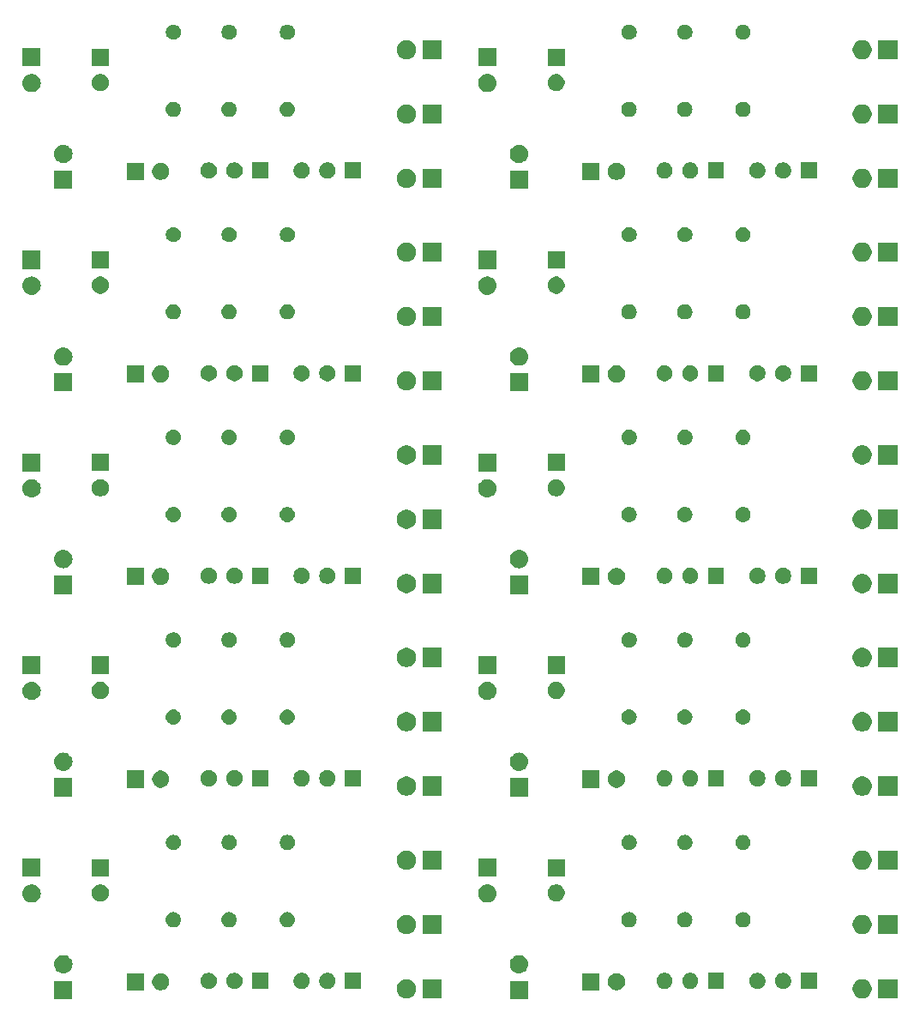
<source format=gbr>
G04 #@! TF.GenerationSoftware,KiCad,Pcbnew,(5.0.2)-1*
G04 #@! TF.CreationDate,2019-05-19T00:08:12-05:00*
G04 #@! TF.ProjectId,panel_luz_audioritmica,70616e65-6c5f-46c7-957a-5f617564696f,rev?*
G04 #@! TF.SameCoordinates,PX4b8e0a8PY86fe1b0*
G04 #@! TF.FileFunction,Soldermask,Top*
G04 #@! TF.FilePolarity,Negative*
%FSLAX46Y46*%
G04 Gerber Fmt 4.6, Leading zero omitted, Abs format (unit mm)*
G04 Created by KiCad (PCBNEW (5.0.2)-1) date 5/19/2019 12:08:12 AM*
%MOMM*%
%LPD*%
G01*
G04 APERTURE LIST*
%ADD10C,0.100000*%
G04 APERTURE END LIST*
D10*
G36*
X57283000Y2782000D02*
X55481000Y2782000D01*
X55481000Y4584000D01*
X57283000Y4584000D01*
X57283000Y2782000D01*
X57283000Y2782000D01*
G37*
G36*
X12283000Y2782000D02*
X10481000Y2782000D01*
X10481000Y4584000D01*
X12283000Y4584000D01*
X12283000Y2782000D01*
X12283000Y2782000D01*
G37*
G36*
X48751000Y2859000D02*
X46849000Y2859000D01*
X46849000Y4761000D01*
X48751000Y4761000D01*
X48751000Y2859000D01*
X48751000Y2859000D01*
G37*
G36*
X93751000Y2859000D02*
X91849000Y2859000D01*
X91849000Y4761000D01*
X93751000Y4761000D01*
X93751000Y2859000D01*
X93751000Y2859000D01*
G37*
G36*
X90537396Y4724454D02*
X90710466Y4652766D01*
X90866230Y4548688D01*
X90998688Y4416230D01*
X91102766Y4260466D01*
X91174454Y4087396D01*
X91211000Y3903667D01*
X91211000Y3716333D01*
X91174454Y3532604D01*
X91102766Y3359534D01*
X90998688Y3203770D01*
X90866230Y3071312D01*
X90710466Y2967234D01*
X90537396Y2895546D01*
X90353667Y2859000D01*
X90166333Y2859000D01*
X89982604Y2895546D01*
X89809534Y2967234D01*
X89653770Y3071312D01*
X89521312Y3203770D01*
X89417234Y3359534D01*
X89345546Y3532604D01*
X89309000Y3716333D01*
X89309000Y3903667D01*
X89345546Y4087396D01*
X89417234Y4260466D01*
X89521312Y4416230D01*
X89653770Y4548688D01*
X89809534Y4652766D01*
X89982604Y4724454D01*
X90166333Y4761000D01*
X90353667Y4761000D01*
X90537396Y4724454D01*
X90537396Y4724454D01*
G37*
G36*
X45537396Y4724454D02*
X45710466Y4652766D01*
X45866230Y4548688D01*
X45998688Y4416230D01*
X46102766Y4260466D01*
X46174454Y4087396D01*
X46211000Y3903667D01*
X46211000Y3716333D01*
X46174454Y3532604D01*
X46102766Y3359534D01*
X45998688Y3203770D01*
X45866230Y3071312D01*
X45710466Y2967234D01*
X45537396Y2895546D01*
X45353667Y2859000D01*
X45166333Y2859000D01*
X44982604Y2895546D01*
X44809534Y2967234D01*
X44653770Y3071312D01*
X44521312Y3203770D01*
X44417234Y3359534D01*
X44345546Y3532604D01*
X44309000Y3716333D01*
X44309000Y3903667D01*
X44345546Y4087396D01*
X44417234Y4260466D01*
X44521312Y4416230D01*
X44653770Y4548688D01*
X44809534Y4652766D01*
X44982604Y4724454D01*
X45166333Y4761000D01*
X45353667Y4761000D01*
X45537396Y4724454D01*
X45537396Y4724454D01*
G37*
G36*
X19351000Y3649000D02*
X17649000Y3649000D01*
X17649000Y5351000D01*
X19351000Y5351000D01*
X19351000Y3649000D01*
X19351000Y3649000D01*
G37*
G36*
X64351000Y3649000D02*
X62649000Y3649000D01*
X62649000Y5351000D01*
X64351000Y5351000D01*
X64351000Y3649000D01*
X64351000Y3649000D01*
G37*
G36*
X66248228Y5318297D02*
X66403100Y5254147D01*
X66542481Y5161015D01*
X66661015Y5042481D01*
X66754147Y4903100D01*
X66818297Y4748228D01*
X66851000Y4583816D01*
X66851000Y4416184D01*
X66818297Y4251772D01*
X66754147Y4096900D01*
X66661015Y3957519D01*
X66542481Y3838985D01*
X66403100Y3745853D01*
X66248228Y3681703D01*
X66083816Y3649000D01*
X65916184Y3649000D01*
X65751772Y3681703D01*
X65596900Y3745853D01*
X65457519Y3838985D01*
X65338985Y3957519D01*
X65245853Y4096900D01*
X65181703Y4251772D01*
X65149000Y4416184D01*
X65149000Y4583816D01*
X65181703Y4748228D01*
X65245853Y4903100D01*
X65338985Y5042481D01*
X65457519Y5161015D01*
X65596900Y5254147D01*
X65751772Y5318297D01*
X65916184Y5351000D01*
X66083816Y5351000D01*
X66248228Y5318297D01*
X66248228Y5318297D01*
G37*
G36*
X21248228Y5318297D02*
X21403100Y5254147D01*
X21542481Y5161015D01*
X21661015Y5042481D01*
X21754147Y4903100D01*
X21818297Y4748228D01*
X21851000Y4583816D01*
X21851000Y4416184D01*
X21818297Y4251772D01*
X21754147Y4096900D01*
X21661015Y3957519D01*
X21542481Y3838985D01*
X21403100Y3745853D01*
X21248228Y3681703D01*
X21083816Y3649000D01*
X20916184Y3649000D01*
X20751772Y3681703D01*
X20596900Y3745853D01*
X20457519Y3838985D01*
X20338985Y3957519D01*
X20245853Y4096900D01*
X20181703Y4251772D01*
X20149000Y4416184D01*
X20149000Y4583816D01*
X20181703Y4748228D01*
X20245853Y4903100D01*
X20338985Y5042481D01*
X20457519Y5161015D01*
X20596900Y5254147D01*
X20751772Y5318297D01*
X20916184Y5351000D01*
X21083816Y5351000D01*
X21248228Y5318297D01*
X21248228Y5318297D01*
G37*
G36*
X73518643Y5350219D02*
X73664415Y5289838D01*
X73795611Y5202176D01*
X73907176Y5090611D01*
X73994838Y4959415D01*
X74055219Y4813643D01*
X74086000Y4658893D01*
X74086000Y4501107D01*
X74055219Y4346357D01*
X73994838Y4200585D01*
X73907176Y4069389D01*
X73795611Y3957824D01*
X73664415Y3870162D01*
X73518643Y3809781D01*
X73363893Y3779000D01*
X73206107Y3779000D01*
X73051357Y3809781D01*
X72905585Y3870162D01*
X72774389Y3957824D01*
X72662824Y4069389D01*
X72575162Y4200585D01*
X72514781Y4346357D01*
X72484000Y4501107D01*
X72484000Y4658893D01*
X72514781Y4813643D01*
X72575162Y4959415D01*
X72662824Y5090611D01*
X72774389Y5202176D01*
X72905585Y5289838D01*
X73051357Y5350219D01*
X73206107Y5381000D01*
X73363893Y5381000D01*
X73518643Y5350219D01*
X73518643Y5350219D01*
G37*
G36*
X76626000Y3779000D02*
X75024000Y3779000D01*
X75024000Y5381000D01*
X76626000Y5381000D01*
X76626000Y3779000D01*
X76626000Y3779000D01*
G37*
G36*
X25978643Y5350219D02*
X26124415Y5289838D01*
X26255611Y5202176D01*
X26367176Y5090611D01*
X26454838Y4959415D01*
X26515219Y4813643D01*
X26546000Y4658893D01*
X26546000Y4501107D01*
X26515219Y4346357D01*
X26454838Y4200585D01*
X26367176Y4069389D01*
X26255611Y3957824D01*
X26124415Y3870162D01*
X25978643Y3809781D01*
X25823893Y3779000D01*
X25666107Y3779000D01*
X25511357Y3809781D01*
X25365585Y3870162D01*
X25234389Y3957824D01*
X25122824Y4069389D01*
X25035162Y4200585D01*
X24974781Y4346357D01*
X24944000Y4501107D01*
X24944000Y4658893D01*
X24974781Y4813643D01*
X25035162Y4959415D01*
X25122824Y5090611D01*
X25234389Y5202176D01*
X25365585Y5289838D01*
X25511357Y5350219D01*
X25666107Y5381000D01*
X25823893Y5381000D01*
X25978643Y5350219D01*
X25978643Y5350219D01*
G37*
G36*
X70978643Y5350219D02*
X71124415Y5289838D01*
X71255611Y5202176D01*
X71367176Y5090611D01*
X71454838Y4959415D01*
X71515219Y4813643D01*
X71546000Y4658893D01*
X71546000Y4501107D01*
X71515219Y4346357D01*
X71454838Y4200585D01*
X71367176Y4069389D01*
X71255611Y3957824D01*
X71124415Y3870162D01*
X70978643Y3809781D01*
X70823893Y3779000D01*
X70666107Y3779000D01*
X70511357Y3809781D01*
X70365585Y3870162D01*
X70234389Y3957824D01*
X70122824Y4069389D01*
X70035162Y4200585D01*
X69974781Y4346357D01*
X69944000Y4501107D01*
X69944000Y4658893D01*
X69974781Y4813643D01*
X70035162Y4959415D01*
X70122824Y5090611D01*
X70234389Y5202176D01*
X70365585Y5289838D01*
X70511357Y5350219D01*
X70666107Y5381000D01*
X70823893Y5381000D01*
X70978643Y5350219D01*
X70978643Y5350219D01*
G37*
G36*
X40801000Y3779000D02*
X39199000Y3779000D01*
X39199000Y5381000D01*
X40801000Y5381000D01*
X40801000Y3779000D01*
X40801000Y3779000D01*
G37*
G36*
X31626000Y3779000D02*
X30024000Y3779000D01*
X30024000Y5381000D01*
X31626000Y5381000D01*
X31626000Y3779000D01*
X31626000Y3779000D01*
G37*
G36*
X80153643Y5350219D02*
X80299415Y5289838D01*
X80430611Y5202176D01*
X80542176Y5090611D01*
X80629838Y4959415D01*
X80690219Y4813643D01*
X80721000Y4658893D01*
X80721000Y4501107D01*
X80690219Y4346357D01*
X80629838Y4200585D01*
X80542176Y4069389D01*
X80430611Y3957824D01*
X80299415Y3870162D01*
X80153643Y3809781D01*
X79998893Y3779000D01*
X79841107Y3779000D01*
X79686357Y3809781D01*
X79540585Y3870162D01*
X79409389Y3957824D01*
X79297824Y4069389D01*
X79210162Y4200585D01*
X79149781Y4346357D01*
X79119000Y4501107D01*
X79119000Y4658893D01*
X79149781Y4813643D01*
X79210162Y4959415D01*
X79297824Y5090611D01*
X79409389Y5202176D01*
X79540585Y5289838D01*
X79686357Y5350219D01*
X79841107Y5381000D01*
X79998893Y5381000D01*
X80153643Y5350219D01*
X80153643Y5350219D01*
G37*
G36*
X82693643Y5350219D02*
X82839415Y5289838D01*
X82970611Y5202176D01*
X83082176Y5090611D01*
X83169838Y4959415D01*
X83230219Y4813643D01*
X83261000Y4658893D01*
X83261000Y4501107D01*
X83230219Y4346357D01*
X83169838Y4200585D01*
X83082176Y4069389D01*
X82970611Y3957824D01*
X82839415Y3870162D01*
X82693643Y3809781D01*
X82538893Y3779000D01*
X82381107Y3779000D01*
X82226357Y3809781D01*
X82080585Y3870162D01*
X81949389Y3957824D01*
X81837824Y4069389D01*
X81750162Y4200585D01*
X81689781Y4346357D01*
X81659000Y4501107D01*
X81659000Y4658893D01*
X81689781Y4813643D01*
X81750162Y4959415D01*
X81837824Y5090611D01*
X81949389Y5202176D01*
X82080585Y5289838D01*
X82226357Y5350219D01*
X82381107Y5381000D01*
X82538893Y5381000D01*
X82693643Y5350219D01*
X82693643Y5350219D01*
G37*
G36*
X37693643Y5350219D02*
X37839415Y5289838D01*
X37970611Y5202176D01*
X38082176Y5090611D01*
X38169838Y4959415D01*
X38230219Y4813643D01*
X38261000Y4658893D01*
X38261000Y4501107D01*
X38230219Y4346357D01*
X38169838Y4200585D01*
X38082176Y4069389D01*
X37970611Y3957824D01*
X37839415Y3870162D01*
X37693643Y3809781D01*
X37538893Y3779000D01*
X37381107Y3779000D01*
X37226357Y3809781D01*
X37080585Y3870162D01*
X36949389Y3957824D01*
X36837824Y4069389D01*
X36750162Y4200585D01*
X36689781Y4346357D01*
X36659000Y4501107D01*
X36659000Y4658893D01*
X36689781Y4813643D01*
X36750162Y4959415D01*
X36837824Y5090611D01*
X36949389Y5202176D01*
X37080585Y5289838D01*
X37226357Y5350219D01*
X37381107Y5381000D01*
X37538893Y5381000D01*
X37693643Y5350219D01*
X37693643Y5350219D01*
G37*
G36*
X35153643Y5350219D02*
X35299415Y5289838D01*
X35430611Y5202176D01*
X35542176Y5090611D01*
X35629838Y4959415D01*
X35690219Y4813643D01*
X35721000Y4658893D01*
X35721000Y4501107D01*
X35690219Y4346357D01*
X35629838Y4200585D01*
X35542176Y4069389D01*
X35430611Y3957824D01*
X35299415Y3870162D01*
X35153643Y3809781D01*
X34998893Y3779000D01*
X34841107Y3779000D01*
X34686357Y3809781D01*
X34540585Y3870162D01*
X34409389Y3957824D01*
X34297824Y4069389D01*
X34210162Y4200585D01*
X34149781Y4346357D01*
X34119000Y4501107D01*
X34119000Y4658893D01*
X34149781Y4813643D01*
X34210162Y4959415D01*
X34297824Y5090611D01*
X34409389Y5202176D01*
X34540585Y5289838D01*
X34686357Y5350219D01*
X34841107Y5381000D01*
X34998893Y5381000D01*
X35153643Y5350219D01*
X35153643Y5350219D01*
G37*
G36*
X28518643Y5350219D02*
X28664415Y5289838D01*
X28795611Y5202176D01*
X28907176Y5090611D01*
X28994838Y4959415D01*
X29055219Y4813643D01*
X29086000Y4658893D01*
X29086000Y4501107D01*
X29055219Y4346357D01*
X28994838Y4200585D01*
X28907176Y4069389D01*
X28795611Y3957824D01*
X28664415Y3870162D01*
X28518643Y3809781D01*
X28363893Y3779000D01*
X28206107Y3779000D01*
X28051357Y3809781D01*
X27905585Y3870162D01*
X27774389Y3957824D01*
X27662824Y4069389D01*
X27575162Y4200585D01*
X27514781Y4346357D01*
X27484000Y4501107D01*
X27484000Y4658893D01*
X27514781Y4813643D01*
X27575162Y4959415D01*
X27662824Y5090611D01*
X27774389Y5202176D01*
X27905585Y5289838D01*
X28051357Y5350219D01*
X28206107Y5381000D01*
X28363893Y5381000D01*
X28518643Y5350219D01*
X28518643Y5350219D01*
G37*
G36*
X85801000Y3779000D02*
X84199000Y3779000D01*
X84199000Y5381000D01*
X85801000Y5381000D01*
X85801000Y3779000D01*
X85801000Y3779000D01*
G37*
G36*
X11492442Y7117482D02*
X11558627Y7110963D01*
X11671853Y7076616D01*
X11728467Y7059443D01*
X11867087Y6985348D01*
X11884991Y6975778D01*
X11920729Y6946448D01*
X12022186Y6863186D01*
X12105448Y6761729D01*
X12134778Y6725991D01*
X12134779Y6725989D01*
X12218443Y6569467D01*
X12218443Y6569466D01*
X12269963Y6399627D01*
X12287359Y6223000D01*
X12269963Y6046373D01*
X12235616Y5933147D01*
X12218443Y5876533D01*
X12144348Y5737913D01*
X12134778Y5720009D01*
X12105448Y5684271D01*
X12022186Y5582814D01*
X11920729Y5499552D01*
X11884991Y5470222D01*
X11884989Y5470221D01*
X11728467Y5386557D01*
X11671853Y5369384D01*
X11558627Y5335037D01*
X11492442Y5328518D01*
X11426260Y5322000D01*
X11337740Y5322000D01*
X11271558Y5328518D01*
X11205373Y5335037D01*
X11092147Y5369384D01*
X11035533Y5386557D01*
X10879011Y5470221D01*
X10879009Y5470222D01*
X10843271Y5499552D01*
X10741814Y5582814D01*
X10658552Y5684271D01*
X10629222Y5720009D01*
X10619652Y5737913D01*
X10545557Y5876533D01*
X10528384Y5933147D01*
X10494037Y6046373D01*
X10476641Y6223000D01*
X10494037Y6399627D01*
X10545557Y6569466D01*
X10545557Y6569467D01*
X10629221Y6725989D01*
X10629222Y6725991D01*
X10658552Y6761729D01*
X10741814Y6863186D01*
X10843271Y6946448D01*
X10879009Y6975778D01*
X10896913Y6985348D01*
X11035533Y7059443D01*
X11092147Y7076616D01*
X11205373Y7110963D01*
X11271558Y7117482D01*
X11337740Y7124000D01*
X11426260Y7124000D01*
X11492442Y7117482D01*
X11492442Y7117482D01*
G37*
G36*
X56492442Y7117482D02*
X56558627Y7110963D01*
X56671853Y7076616D01*
X56728467Y7059443D01*
X56867087Y6985348D01*
X56884991Y6975778D01*
X56920729Y6946448D01*
X57022186Y6863186D01*
X57105448Y6761729D01*
X57134778Y6725991D01*
X57134779Y6725989D01*
X57218443Y6569467D01*
X57218443Y6569466D01*
X57269963Y6399627D01*
X57287359Y6223000D01*
X57269963Y6046373D01*
X57235616Y5933147D01*
X57218443Y5876533D01*
X57144348Y5737913D01*
X57134778Y5720009D01*
X57105448Y5684271D01*
X57022186Y5582814D01*
X56920729Y5499552D01*
X56884991Y5470222D01*
X56884989Y5470221D01*
X56728467Y5386557D01*
X56671853Y5369384D01*
X56558627Y5335037D01*
X56492442Y5328518D01*
X56426260Y5322000D01*
X56337740Y5322000D01*
X56271558Y5328518D01*
X56205373Y5335037D01*
X56092147Y5369384D01*
X56035533Y5386557D01*
X55879011Y5470221D01*
X55879009Y5470222D01*
X55843271Y5499552D01*
X55741814Y5582814D01*
X55658552Y5684271D01*
X55629222Y5720009D01*
X55619652Y5737913D01*
X55545557Y5876533D01*
X55528384Y5933147D01*
X55494037Y6046373D01*
X55476641Y6223000D01*
X55494037Y6399627D01*
X55545557Y6569466D01*
X55545557Y6569467D01*
X55629221Y6725989D01*
X55629222Y6725991D01*
X55658552Y6761729D01*
X55741814Y6863186D01*
X55843271Y6946448D01*
X55879009Y6975778D01*
X55896913Y6985348D01*
X56035533Y7059443D01*
X56092147Y7076616D01*
X56205373Y7110963D01*
X56271558Y7117482D01*
X56337740Y7124000D01*
X56426260Y7124000D01*
X56492442Y7117482D01*
X56492442Y7117482D01*
G37*
G36*
X93751000Y9209000D02*
X91849000Y9209000D01*
X91849000Y11111000D01*
X93751000Y11111000D01*
X93751000Y9209000D01*
X93751000Y9209000D01*
G37*
G36*
X48751000Y9209000D02*
X46849000Y9209000D01*
X46849000Y11111000D01*
X48751000Y11111000D01*
X48751000Y9209000D01*
X48751000Y9209000D01*
G37*
G36*
X90537396Y11074454D02*
X90710466Y11002766D01*
X90866230Y10898688D01*
X90998688Y10766230D01*
X91102766Y10610466D01*
X91174454Y10437396D01*
X91211000Y10253667D01*
X91211000Y10066333D01*
X91174454Y9882604D01*
X91102766Y9709534D01*
X90998688Y9553770D01*
X90866230Y9421312D01*
X90710466Y9317234D01*
X90537396Y9245546D01*
X90353667Y9209000D01*
X90166333Y9209000D01*
X89982604Y9245546D01*
X89809534Y9317234D01*
X89653770Y9421312D01*
X89521312Y9553770D01*
X89417234Y9709534D01*
X89345546Y9882604D01*
X89309000Y10066333D01*
X89309000Y10253667D01*
X89345546Y10437396D01*
X89417234Y10610466D01*
X89521312Y10766230D01*
X89653770Y10898688D01*
X89809534Y11002766D01*
X89982604Y11074454D01*
X90166333Y11111000D01*
X90353667Y11111000D01*
X90537396Y11074454D01*
X90537396Y11074454D01*
G37*
G36*
X45537396Y11074454D02*
X45710466Y11002766D01*
X45866230Y10898688D01*
X45998688Y10766230D01*
X46102766Y10610466D01*
X46174454Y10437396D01*
X46211000Y10253667D01*
X46211000Y10066333D01*
X46174454Y9882604D01*
X46102766Y9709534D01*
X45998688Y9553770D01*
X45866230Y9421312D01*
X45710466Y9317234D01*
X45537396Y9245546D01*
X45353667Y9209000D01*
X45166333Y9209000D01*
X44982604Y9245546D01*
X44809534Y9317234D01*
X44653770Y9421312D01*
X44521312Y9553770D01*
X44417234Y9709534D01*
X44345546Y9882604D01*
X44309000Y10066333D01*
X44309000Y10253667D01*
X44345546Y10437396D01*
X44417234Y10610466D01*
X44521312Y10766230D01*
X44653770Y10898688D01*
X44809534Y11002766D01*
X44982604Y11074454D01*
X45166333Y11111000D01*
X45353667Y11111000D01*
X45537396Y11074454D01*
X45537396Y11074454D01*
G37*
G36*
X67323665Y11377378D02*
X67397222Y11370133D01*
X67538786Y11327190D01*
X67669252Y11257454D01*
X67783606Y11163606D01*
X67877454Y11049252D01*
X67947190Y10918786D01*
X67990133Y10777222D01*
X68004633Y10630000D01*
X67990133Y10482778D01*
X67947190Y10341214D01*
X67877454Y10210748D01*
X67783606Y10096394D01*
X67669252Y10002546D01*
X67538786Y9932810D01*
X67397222Y9889867D01*
X67323665Y9882622D01*
X67286888Y9879000D01*
X67213112Y9879000D01*
X67176335Y9882622D01*
X67102778Y9889867D01*
X66961214Y9932810D01*
X66830748Y10002546D01*
X66716394Y10096394D01*
X66622546Y10210748D01*
X66552810Y10341214D01*
X66509867Y10482778D01*
X66495367Y10630000D01*
X66509867Y10777222D01*
X66552810Y10918786D01*
X66622546Y11049252D01*
X66716394Y11163606D01*
X66830748Y11257454D01*
X66961214Y11327190D01*
X67102778Y11370133D01*
X67176335Y11377378D01*
X67213112Y11381000D01*
X67286888Y11381000D01*
X67323665Y11377378D01*
X67323665Y11377378D01*
G37*
G36*
X78573665Y11377378D02*
X78647222Y11370133D01*
X78788786Y11327190D01*
X78919252Y11257454D01*
X79033606Y11163606D01*
X79127454Y11049252D01*
X79197190Y10918786D01*
X79240133Y10777222D01*
X79254633Y10630000D01*
X79240133Y10482778D01*
X79197190Y10341214D01*
X79127454Y10210748D01*
X79033606Y10096394D01*
X78919252Y10002546D01*
X78788786Y9932810D01*
X78647222Y9889867D01*
X78573665Y9882622D01*
X78536888Y9879000D01*
X78463112Y9879000D01*
X78426335Y9882622D01*
X78352778Y9889867D01*
X78211214Y9932810D01*
X78080748Y10002546D01*
X77966394Y10096394D01*
X77872546Y10210748D01*
X77802810Y10341214D01*
X77759867Y10482778D01*
X77745367Y10630000D01*
X77759867Y10777222D01*
X77802810Y10918786D01*
X77872546Y11049252D01*
X77966394Y11163606D01*
X78080748Y11257454D01*
X78211214Y11327190D01*
X78352778Y11370133D01*
X78426335Y11377378D01*
X78463112Y11381000D01*
X78536888Y11381000D01*
X78573665Y11377378D01*
X78573665Y11377378D01*
G37*
G36*
X27823665Y11377378D02*
X27897222Y11370133D01*
X28038786Y11327190D01*
X28169252Y11257454D01*
X28283606Y11163606D01*
X28377454Y11049252D01*
X28447190Y10918786D01*
X28490133Y10777222D01*
X28504633Y10630000D01*
X28490133Y10482778D01*
X28447190Y10341214D01*
X28377454Y10210748D01*
X28283606Y10096394D01*
X28169252Y10002546D01*
X28038786Y9932810D01*
X27897222Y9889867D01*
X27823665Y9882622D01*
X27786888Y9879000D01*
X27713112Y9879000D01*
X27676335Y9882622D01*
X27602778Y9889867D01*
X27461214Y9932810D01*
X27330748Y10002546D01*
X27216394Y10096394D01*
X27122546Y10210748D01*
X27052810Y10341214D01*
X27009867Y10482778D01*
X26995367Y10630000D01*
X27009867Y10777222D01*
X27052810Y10918786D01*
X27122546Y11049252D01*
X27216394Y11163606D01*
X27330748Y11257454D01*
X27461214Y11327190D01*
X27602778Y11370133D01*
X27676335Y11377378D01*
X27713112Y11381000D01*
X27786888Y11381000D01*
X27823665Y11377378D01*
X27823665Y11377378D01*
G37*
G36*
X72823665Y11377378D02*
X72897222Y11370133D01*
X73038786Y11327190D01*
X73169252Y11257454D01*
X73283606Y11163606D01*
X73377454Y11049252D01*
X73447190Y10918786D01*
X73490133Y10777222D01*
X73504633Y10630000D01*
X73490133Y10482778D01*
X73447190Y10341214D01*
X73377454Y10210748D01*
X73283606Y10096394D01*
X73169252Y10002546D01*
X73038786Y9932810D01*
X72897222Y9889867D01*
X72823665Y9882622D01*
X72786888Y9879000D01*
X72713112Y9879000D01*
X72676335Y9882622D01*
X72602778Y9889867D01*
X72461214Y9932810D01*
X72330748Y10002546D01*
X72216394Y10096394D01*
X72122546Y10210748D01*
X72052810Y10341214D01*
X72009867Y10482778D01*
X71995367Y10630000D01*
X72009867Y10777222D01*
X72052810Y10918786D01*
X72122546Y11049252D01*
X72216394Y11163606D01*
X72330748Y11257454D01*
X72461214Y11327190D01*
X72602778Y11370133D01*
X72676335Y11377378D01*
X72713112Y11381000D01*
X72786888Y11381000D01*
X72823665Y11377378D01*
X72823665Y11377378D01*
G37*
G36*
X33573665Y11377378D02*
X33647222Y11370133D01*
X33788786Y11327190D01*
X33919252Y11257454D01*
X34033606Y11163606D01*
X34127454Y11049252D01*
X34197190Y10918786D01*
X34240133Y10777222D01*
X34254633Y10630000D01*
X34240133Y10482778D01*
X34197190Y10341214D01*
X34127454Y10210748D01*
X34033606Y10096394D01*
X33919252Y10002546D01*
X33788786Y9932810D01*
X33647222Y9889867D01*
X33573665Y9882622D01*
X33536888Y9879000D01*
X33463112Y9879000D01*
X33426335Y9882622D01*
X33352778Y9889867D01*
X33211214Y9932810D01*
X33080748Y10002546D01*
X32966394Y10096394D01*
X32872546Y10210748D01*
X32802810Y10341214D01*
X32759867Y10482778D01*
X32745367Y10630000D01*
X32759867Y10777222D01*
X32802810Y10918786D01*
X32872546Y11049252D01*
X32966394Y11163606D01*
X33080748Y11257454D01*
X33211214Y11327190D01*
X33352778Y11370133D01*
X33426335Y11377378D01*
X33463112Y11381000D01*
X33536888Y11381000D01*
X33573665Y11377378D01*
X33573665Y11377378D01*
G37*
G36*
X22323665Y11377378D02*
X22397222Y11370133D01*
X22538786Y11327190D01*
X22669252Y11257454D01*
X22783606Y11163606D01*
X22877454Y11049252D01*
X22947190Y10918786D01*
X22990133Y10777222D01*
X23004633Y10630000D01*
X22990133Y10482778D01*
X22947190Y10341214D01*
X22877454Y10210748D01*
X22783606Y10096394D01*
X22669252Y10002546D01*
X22538786Y9932810D01*
X22397222Y9889867D01*
X22323665Y9882622D01*
X22286888Y9879000D01*
X22213112Y9879000D01*
X22176335Y9882622D01*
X22102778Y9889867D01*
X21961214Y9932810D01*
X21830748Y10002546D01*
X21716394Y10096394D01*
X21622546Y10210748D01*
X21552810Y10341214D01*
X21509867Y10482778D01*
X21495367Y10630000D01*
X21509867Y10777222D01*
X21552810Y10918786D01*
X21622546Y11049252D01*
X21716394Y11163606D01*
X21830748Y11257454D01*
X21961214Y11327190D01*
X22102778Y11370133D01*
X22176335Y11377378D01*
X22213112Y11381000D01*
X22286888Y11381000D01*
X22323665Y11377378D01*
X22323665Y11377378D01*
G37*
G36*
X53360442Y14114482D02*
X53426627Y14107963D01*
X53524423Y14078297D01*
X53596467Y14056443D01*
X53675596Y14014147D01*
X53752991Y13972778D01*
X53788729Y13943448D01*
X53890186Y13860186D01*
X53973448Y13758729D01*
X54002778Y13722991D01*
X54002779Y13722989D01*
X54086443Y13566467D01*
X54086443Y13566466D01*
X54137963Y13396627D01*
X54155359Y13220000D01*
X54137963Y13043373D01*
X54128377Y13011772D01*
X54086443Y12873533D01*
X54077552Y12856900D01*
X54002778Y12717009D01*
X53973448Y12681271D01*
X53890186Y12579814D01*
X53800064Y12505854D01*
X53752991Y12467222D01*
X53752989Y12467221D01*
X53596467Y12383557D01*
X53539853Y12366384D01*
X53426627Y12332037D01*
X53360442Y12325518D01*
X53294260Y12319000D01*
X53205740Y12319000D01*
X53139558Y12325518D01*
X53073373Y12332037D01*
X52960147Y12366384D01*
X52903533Y12383557D01*
X52747011Y12467221D01*
X52747009Y12467222D01*
X52699936Y12505854D01*
X52609814Y12579814D01*
X52526552Y12681271D01*
X52497222Y12717009D01*
X52422448Y12856900D01*
X52413557Y12873533D01*
X52371623Y13011772D01*
X52362037Y13043373D01*
X52344641Y13220000D01*
X52362037Y13396627D01*
X52413557Y13566466D01*
X52413557Y13566467D01*
X52497221Y13722989D01*
X52497222Y13722991D01*
X52526552Y13758729D01*
X52609814Y13860186D01*
X52711271Y13943448D01*
X52747009Y13972778D01*
X52824404Y14014147D01*
X52903533Y14056443D01*
X52975577Y14078297D01*
X53073373Y14107963D01*
X53139558Y14114482D01*
X53205740Y14121000D01*
X53294260Y14121000D01*
X53360442Y14114482D01*
X53360442Y14114482D01*
G37*
G36*
X8360442Y14114482D02*
X8426627Y14107963D01*
X8524423Y14078297D01*
X8596467Y14056443D01*
X8675596Y14014147D01*
X8752991Y13972778D01*
X8788729Y13943448D01*
X8890186Y13860186D01*
X8973448Y13758729D01*
X9002778Y13722991D01*
X9002779Y13722989D01*
X9086443Y13566467D01*
X9086443Y13566466D01*
X9137963Y13396627D01*
X9155359Y13220000D01*
X9137963Y13043373D01*
X9128377Y13011772D01*
X9086443Y12873533D01*
X9077552Y12856900D01*
X9002778Y12717009D01*
X8973448Y12681271D01*
X8890186Y12579814D01*
X8800064Y12505854D01*
X8752991Y12467222D01*
X8752989Y12467221D01*
X8596467Y12383557D01*
X8539853Y12366384D01*
X8426627Y12332037D01*
X8360442Y12325518D01*
X8294260Y12319000D01*
X8205740Y12319000D01*
X8139558Y12325518D01*
X8073373Y12332037D01*
X7960147Y12366384D01*
X7903533Y12383557D01*
X7747011Y12467221D01*
X7747009Y12467222D01*
X7699936Y12505854D01*
X7609814Y12579814D01*
X7526552Y12681271D01*
X7497222Y12717009D01*
X7422448Y12856900D01*
X7413557Y12873533D01*
X7371623Y13011772D01*
X7362037Y13043373D01*
X7344641Y13220000D01*
X7362037Y13396627D01*
X7413557Y13566466D01*
X7413557Y13566467D01*
X7497221Y13722989D01*
X7497222Y13722991D01*
X7526552Y13758729D01*
X7609814Y13860186D01*
X7711271Y13943448D01*
X7747009Y13972778D01*
X7824404Y14014147D01*
X7903533Y14056443D01*
X7975577Y14078297D01*
X8073373Y14107963D01*
X8139558Y14114482D01*
X8205740Y14121000D01*
X8294260Y14121000D01*
X8360442Y14114482D01*
X8360442Y14114482D01*
G37*
G36*
X15293228Y14078297D02*
X15448100Y14014147D01*
X15587481Y13921015D01*
X15706015Y13802481D01*
X15799147Y13663100D01*
X15863297Y13508228D01*
X15896000Y13343816D01*
X15896000Y13176184D01*
X15863297Y13011772D01*
X15799147Y12856900D01*
X15706015Y12717519D01*
X15587481Y12598985D01*
X15448100Y12505853D01*
X15293228Y12441703D01*
X15128816Y12409000D01*
X14961184Y12409000D01*
X14796772Y12441703D01*
X14641900Y12505853D01*
X14502519Y12598985D01*
X14383985Y12717519D01*
X14290853Y12856900D01*
X14226703Y13011772D01*
X14194000Y13176184D01*
X14194000Y13343816D01*
X14226703Y13508228D01*
X14290853Y13663100D01*
X14383985Y13802481D01*
X14502519Y13921015D01*
X14641900Y14014147D01*
X14796772Y14078297D01*
X14961184Y14111000D01*
X15128816Y14111000D01*
X15293228Y14078297D01*
X15293228Y14078297D01*
G37*
G36*
X60293228Y14078297D02*
X60448100Y14014147D01*
X60587481Y13921015D01*
X60706015Y13802481D01*
X60799147Y13663100D01*
X60863297Y13508228D01*
X60896000Y13343816D01*
X60896000Y13176184D01*
X60863297Y13011772D01*
X60799147Y12856900D01*
X60706015Y12717519D01*
X60587481Y12598985D01*
X60448100Y12505853D01*
X60293228Y12441703D01*
X60128816Y12409000D01*
X59961184Y12409000D01*
X59796772Y12441703D01*
X59641900Y12505853D01*
X59502519Y12598985D01*
X59383985Y12717519D01*
X59290853Y12856900D01*
X59226703Y13011772D01*
X59194000Y13176184D01*
X59194000Y13343816D01*
X59226703Y13508228D01*
X59290853Y13663100D01*
X59383985Y13802481D01*
X59502519Y13921015D01*
X59641900Y14014147D01*
X59796772Y14078297D01*
X59961184Y14111000D01*
X60128816Y14111000D01*
X60293228Y14078297D01*
X60293228Y14078297D01*
G37*
G36*
X9151000Y14859000D02*
X7349000Y14859000D01*
X7349000Y16661000D01*
X9151000Y16661000D01*
X9151000Y14859000D01*
X9151000Y14859000D01*
G37*
G36*
X54151000Y14859000D02*
X52349000Y14859000D01*
X52349000Y16661000D01*
X54151000Y16661000D01*
X54151000Y14859000D01*
X54151000Y14859000D01*
G37*
G36*
X60896000Y14909000D02*
X59194000Y14909000D01*
X59194000Y16611000D01*
X60896000Y16611000D01*
X60896000Y14909000D01*
X60896000Y14909000D01*
G37*
G36*
X15896000Y14909000D02*
X14194000Y14909000D01*
X14194000Y16611000D01*
X15896000Y16611000D01*
X15896000Y14909000D01*
X15896000Y14909000D01*
G37*
G36*
X90537396Y17424454D02*
X90710466Y17352766D01*
X90866230Y17248688D01*
X90998688Y17116230D01*
X91102766Y16960466D01*
X91174454Y16787396D01*
X91211000Y16603667D01*
X91211000Y16416333D01*
X91174454Y16232604D01*
X91102766Y16059534D01*
X90998688Y15903770D01*
X90866230Y15771312D01*
X90710466Y15667234D01*
X90537396Y15595546D01*
X90353667Y15559000D01*
X90166333Y15559000D01*
X89982604Y15595546D01*
X89809534Y15667234D01*
X89653770Y15771312D01*
X89521312Y15903770D01*
X89417234Y16059534D01*
X89345546Y16232604D01*
X89309000Y16416333D01*
X89309000Y16603667D01*
X89345546Y16787396D01*
X89417234Y16960466D01*
X89521312Y17116230D01*
X89653770Y17248688D01*
X89809534Y17352766D01*
X89982604Y17424454D01*
X90166333Y17461000D01*
X90353667Y17461000D01*
X90537396Y17424454D01*
X90537396Y17424454D01*
G37*
G36*
X45537396Y17424454D02*
X45710466Y17352766D01*
X45866230Y17248688D01*
X45998688Y17116230D01*
X46102766Y16960466D01*
X46174454Y16787396D01*
X46211000Y16603667D01*
X46211000Y16416333D01*
X46174454Y16232604D01*
X46102766Y16059534D01*
X45998688Y15903770D01*
X45866230Y15771312D01*
X45710466Y15667234D01*
X45537396Y15595546D01*
X45353667Y15559000D01*
X45166333Y15559000D01*
X44982604Y15595546D01*
X44809534Y15667234D01*
X44653770Y15771312D01*
X44521312Y15903770D01*
X44417234Y16059534D01*
X44345546Y16232604D01*
X44309000Y16416333D01*
X44309000Y16603667D01*
X44345546Y16787396D01*
X44417234Y16960466D01*
X44521312Y17116230D01*
X44653770Y17248688D01*
X44809534Y17352766D01*
X44982604Y17424454D01*
X45166333Y17461000D01*
X45353667Y17461000D01*
X45537396Y17424454D01*
X45537396Y17424454D01*
G37*
G36*
X48751000Y15559000D02*
X46849000Y15559000D01*
X46849000Y17461000D01*
X48751000Y17461000D01*
X48751000Y15559000D01*
X48751000Y15559000D01*
G37*
G36*
X93751000Y15559000D02*
X91849000Y15559000D01*
X91849000Y17461000D01*
X93751000Y17461000D01*
X93751000Y15559000D01*
X93751000Y15559000D01*
G37*
G36*
X22382004Y18989456D02*
X22469059Y18972140D01*
X22605732Y18915528D01*
X22605733Y18915527D01*
X22728738Y18833338D01*
X22833338Y18728738D01*
X22833340Y18728735D01*
X22915528Y18605732D01*
X22972140Y18469059D01*
X23001000Y18323967D01*
X23001000Y18176033D01*
X22972140Y18030941D01*
X22915528Y17894268D01*
X22915527Y17894267D01*
X22833338Y17771262D01*
X22728738Y17666662D01*
X22728735Y17666660D01*
X22605732Y17584472D01*
X22469059Y17527860D01*
X22382004Y17510544D01*
X22323969Y17499000D01*
X22176031Y17499000D01*
X22117996Y17510544D01*
X22030941Y17527860D01*
X21894268Y17584472D01*
X21771265Y17666660D01*
X21771262Y17666662D01*
X21666662Y17771262D01*
X21584473Y17894267D01*
X21584472Y17894268D01*
X21527860Y18030941D01*
X21499000Y18176033D01*
X21499000Y18323967D01*
X21527860Y18469059D01*
X21584472Y18605732D01*
X21666660Y18728735D01*
X21666662Y18728738D01*
X21771262Y18833338D01*
X21894267Y18915527D01*
X21894268Y18915528D01*
X22030941Y18972140D01*
X22117996Y18989456D01*
X22176031Y19001000D01*
X22323969Y19001000D01*
X22382004Y18989456D01*
X22382004Y18989456D01*
G37*
G36*
X27882004Y18989456D02*
X27969059Y18972140D01*
X28105732Y18915528D01*
X28105733Y18915527D01*
X28228738Y18833338D01*
X28333338Y18728738D01*
X28333340Y18728735D01*
X28415528Y18605732D01*
X28472140Y18469059D01*
X28501000Y18323967D01*
X28501000Y18176033D01*
X28472140Y18030941D01*
X28415528Y17894268D01*
X28415527Y17894267D01*
X28333338Y17771262D01*
X28228738Y17666662D01*
X28228735Y17666660D01*
X28105732Y17584472D01*
X27969059Y17527860D01*
X27882004Y17510544D01*
X27823969Y17499000D01*
X27676031Y17499000D01*
X27617996Y17510544D01*
X27530941Y17527860D01*
X27394268Y17584472D01*
X27271265Y17666660D01*
X27271262Y17666662D01*
X27166662Y17771262D01*
X27084473Y17894267D01*
X27084472Y17894268D01*
X27027860Y18030941D01*
X26999000Y18176033D01*
X26999000Y18323967D01*
X27027860Y18469059D01*
X27084472Y18605732D01*
X27166660Y18728735D01*
X27166662Y18728738D01*
X27271262Y18833338D01*
X27394267Y18915527D01*
X27394268Y18915528D01*
X27530941Y18972140D01*
X27617996Y18989456D01*
X27676031Y19001000D01*
X27823969Y19001000D01*
X27882004Y18989456D01*
X27882004Y18989456D01*
G37*
G36*
X78632004Y18989456D02*
X78719059Y18972140D01*
X78855732Y18915528D01*
X78855733Y18915527D01*
X78978738Y18833338D01*
X79083338Y18728738D01*
X79083340Y18728735D01*
X79165528Y18605732D01*
X79222140Y18469059D01*
X79251000Y18323967D01*
X79251000Y18176033D01*
X79222140Y18030941D01*
X79165528Y17894268D01*
X79165527Y17894267D01*
X79083338Y17771262D01*
X78978738Y17666662D01*
X78978735Y17666660D01*
X78855732Y17584472D01*
X78719059Y17527860D01*
X78632004Y17510544D01*
X78573969Y17499000D01*
X78426031Y17499000D01*
X78367996Y17510544D01*
X78280941Y17527860D01*
X78144268Y17584472D01*
X78021265Y17666660D01*
X78021262Y17666662D01*
X77916662Y17771262D01*
X77834473Y17894267D01*
X77834472Y17894268D01*
X77777860Y18030941D01*
X77749000Y18176033D01*
X77749000Y18323967D01*
X77777860Y18469059D01*
X77834472Y18605732D01*
X77916660Y18728735D01*
X77916662Y18728738D01*
X78021262Y18833338D01*
X78144267Y18915527D01*
X78144268Y18915528D01*
X78280941Y18972140D01*
X78367996Y18989456D01*
X78426031Y19001000D01*
X78573969Y19001000D01*
X78632004Y18989456D01*
X78632004Y18989456D01*
G37*
G36*
X33632004Y18989456D02*
X33719059Y18972140D01*
X33855732Y18915528D01*
X33855733Y18915527D01*
X33978738Y18833338D01*
X34083338Y18728738D01*
X34083340Y18728735D01*
X34165528Y18605732D01*
X34222140Y18469059D01*
X34251000Y18323967D01*
X34251000Y18176033D01*
X34222140Y18030941D01*
X34165528Y17894268D01*
X34165527Y17894267D01*
X34083338Y17771262D01*
X33978738Y17666662D01*
X33978735Y17666660D01*
X33855732Y17584472D01*
X33719059Y17527860D01*
X33632004Y17510544D01*
X33573969Y17499000D01*
X33426031Y17499000D01*
X33367996Y17510544D01*
X33280941Y17527860D01*
X33144268Y17584472D01*
X33021265Y17666660D01*
X33021262Y17666662D01*
X32916662Y17771262D01*
X32834473Y17894267D01*
X32834472Y17894268D01*
X32777860Y18030941D01*
X32749000Y18176033D01*
X32749000Y18323967D01*
X32777860Y18469059D01*
X32834472Y18605732D01*
X32916660Y18728735D01*
X32916662Y18728738D01*
X33021262Y18833338D01*
X33144267Y18915527D01*
X33144268Y18915528D01*
X33280941Y18972140D01*
X33367996Y18989456D01*
X33426031Y19001000D01*
X33573969Y19001000D01*
X33632004Y18989456D01*
X33632004Y18989456D01*
G37*
G36*
X67382004Y18989456D02*
X67469059Y18972140D01*
X67605732Y18915528D01*
X67605733Y18915527D01*
X67728738Y18833338D01*
X67833338Y18728738D01*
X67833340Y18728735D01*
X67915528Y18605732D01*
X67972140Y18469059D01*
X68001000Y18323967D01*
X68001000Y18176033D01*
X67972140Y18030941D01*
X67915528Y17894268D01*
X67915527Y17894267D01*
X67833338Y17771262D01*
X67728738Y17666662D01*
X67728735Y17666660D01*
X67605732Y17584472D01*
X67469059Y17527860D01*
X67382004Y17510544D01*
X67323969Y17499000D01*
X67176031Y17499000D01*
X67117996Y17510544D01*
X67030941Y17527860D01*
X66894268Y17584472D01*
X66771265Y17666660D01*
X66771262Y17666662D01*
X66666662Y17771262D01*
X66584473Y17894267D01*
X66584472Y17894268D01*
X66527860Y18030941D01*
X66499000Y18176033D01*
X66499000Y18323967D01*
X66527860Y18469059D01*
X66584472Y18605732D01*
X66666660Y18728735D01*
X66666662Y18728738D01*
X66771262Y18833338D01*
X66894267Y18915527D01*
X66894268Y18915528D01*
X67030941Y18972140D01*
X67117996Y18989456D01*
X67176031Y19001000D01*
X67323969Y19001000D01*
X67382004Y18989456D01*
X67382004Y18989456D01*
G37*
G36*
X72882004Y18989456D02*
X72969059Y18972140D01*
X73105732Y18915528D01*
X73105733Y18915527D01*
X73228738Y18833338D01*
X73333338Y18728738D01*
X73333340Y18728735D01*
X73415528Y18605732D01*
X73472140Y18469059D01*
X73501000Y18323967D01*
X73501000Y18176033D01*
X73472140Y18030941D01*
X73415528Y17894268D01*
X73415527Y17894267D01*
X73333338Y17771262D01*
X73228738Y17666662D01*
X73228735Y17666660D01*
X73105732Y17584472D01*
X72969059Y17527860D01*
X72882004Y17510544D01*
X72823969Y17499000D01*
X72676031Y17499000D01*
X72617996Y17510544D01*
X72530941Y17527860D01*
X72394268Y17584472D01*
X72271265Y17666660D01*
X72271262Y17666662D01*
X72166662Y17771262D01*
X72084473Y17894267D01*
X72084472Y17894268D01*
X72027860Y18030941D01*
X71999000Y18176033D01*
X71999000Y18323967D01*
X72027860Y18469059D01*
X72084472Y18605732D01*
X72166660Y18728735D01*
X72166662Y18728738D01*
X72271262Y18833338D01*
X72394267Y18915527D01*
X72394268Y18915528D01*
X72530941Y18972140D01*
X72617996Y18989456D01*
X72676031Y19001000D01*
X72823969Y19001000D01*
X72882004Y18989456D01*
X72882004Y18989456D01*
G37*
G36*
X12283000Y22782000D02*
X10481000Y22782000D01*
X10481000Y24584000D01*
X12283000Y24584000D01*
X12283000Y22782000D01*
X12283000Y22782000D01*
G37*
G36*
X57283000Y22782000D02*
X55481000Y22782000D01*
X55481000Y24584000D01*
X57283000Y24584000D01*
X57283000Y22782000D01*
X57283000Y22782000D01*
G37*
G36*
X93751000Y22859000D02*
X91849000Y22859000D01*
X91849000Y24761000D01*
X93751000Y24761000D01*
X93751000Y22859000D01*
X93751000Y22859000D01*
G37*
G36*
X90537396Y24724454D02*
X90710466Y24652766D01*
X90866230Y24548688D01*
X90998688Y24416230D01*
X91102766Y24260466D01*
X91174454Y24087396D01*
X91211000Y23903667D01*
X91211000Y23716333D01*
X91174454Y23532604D01*
X91102766Y23359534D01*
X90998688Y23203770D01*
X90866230Y23071312D01*
X90710466Y22967234D01*
X90537396Y22895546D01*
X90353667Y22859000D01*
X90166333Y22859000D01*
X89982604Y22895546D01*
X89809534Y22967234D01*
X89653770Y23071312D01*
X89521312Y23203770D01*
X89417234Y23359534D01*
X89345546Y23532604D01*
X89309000Y23716333D01*
X89309000Y23903667D01*
X89345546Y24087396D01*
X89417234Y24260466D01*
X89521312Y24416230D01*
X89653770Y24548688D01*
X89809534Y24652766D01*
X89982604Y24724454D01*
X90166333Y24761000D01*
X90353667Y24761000D01*
X90537396Y24724454D01*
X90537396Y24724454D01*
G37*
G36*
X45537396Y24724454D02*
X45710466Y24652766D01*
X45866230Y24548688D01*
X45998688Y24416230D01*
X46102766Y24260466D01*
X46174454Y24087396D01*
X46211000Y23903667D01*
X46211000Y23716333D01*
X46174454Y23532604D01*
X46102766Y23359534D01*
X45998688Y23203770D01*
X45866230Y23071312D01*
X45710466Y22967234D01*
X45537396Y22895546D01*
X45353667Y22859000D01*
X45166333Y22859000D01*
X44982604Y22895546D01*
X44809534Y22967234D01*
X44653770Y23071312D01*
X44521312Y23203770D01*
X44417234Y23359534D01*
X44345546Y23532604D01*
X44309000Y23716333D01*
X44309000Y23903667D01*
X44345546Y24087396D01*
X44417234Y24260466D01*
X44521312Y24416230D01*
X44653770Y24548688D01*
X44809534Y24652766D01*
X44982604Y24724454D01*
X45166333Y24761000D01*
X45353667Y24761000D01*
X45537396Y24724454D01*
X45537396Y24724454D01*
G37*
G36*
X48751000Y22859000D02*
X46849000Y22859000D01*
X46849000Y24761000D01*
X48751000Y24761000D01*
X48751000Y22859000D01*
X48751000Y22859000D01*
G37*
G36*
X19351000Y23649000D02*
X17649000Y23649000D01*
X17649000Y25351000D01*
X19351000Y25351000D01*
X19351000Y23649000D01*
X19351000Y23649000D01*
G37*
G36*
X66248228Y25318297D02*
X66403100Y25254147D01*
X66542481Y25161015D01*
X66661015Y25042481D01*
X66754147Y24903100D01*
X66818297Y24748228D01*
X66851000Y24583816D01*
X66851000Y24416184D01*
X66818297Y24251772D01*
X66754147Y24096900D01*
X66661015Y23957519D01*
X66542481Y23838985D01*
X66403100Y23745853D01*
X66248228Y23681703D01*
X66083816Y23649000D01*
X65916184Y23649000D01*
X65751772Y23681703D01*
X65596900Y23745853D01*
X65457519Y23838985D01*
X65338985Y23957519D01*
X65245853Y24096900D01*
X65181703Y24251772D01*
X65149000Y24416184D01*
X65149000Y24583816D01*
X65181703Y24748228D01*
X65245853Y24903100D01*
X65338985Y25042481D01*
X65457519Y25161015D01*
X65596900Y25254147D01*
X65751772Y25318297D01*
X65916184Y25351000D01*
X66083816Y25351000D01*
X66248228Y25318297D01*
X66248228Y25318297D01*
G37*
G36*
X64351000Y23649000D02*
X62649000Y23649000D01*
X62649000Y25351000D01*
X64351000Y25351000D01*
X64351000Y23649000D01*
X64351000Y23649000D01*
G37*
G36*
X21248228Y25318297D02*
X21403100Y25254147D01*
X21542481Y25161015D01*
X21661015Y25042481D01*
X21754147Y24903100D01*
X21818297Y24748228D01*
X21851000Y24583816D01*
X21851000Y24416184D01*
X21818297Y24251772D01*
X21754147Y24096900D01*
X21661015Y23957519D01*
X21542481Y23838985D01*
X21403100Y23745853D01*
X21248228Y23681703D01*
X21083816Y23649000D01*
X20916184Y23649000D01*
X20751772Y23681703D01*
X20596900Y23745853D01*
X20457519Y23838985D01*
X20338985Y23957519D01*
X20245853Y24096900D01*
X20181703Y24251772D01*
X20149000Y24416184D01*
X20149000Y24583816D01*
X20181703Y24748228D01*
X20245853Y24903100D01*
X20338985Y25042481D01*
X20457519Y25161015D01*
X20596900Y25254147D01*
X20751772Y25318297D01*
X20916184Y25351000D01*
X21083816Y25351000D01*
X21248228Y25318297D01*
X21248228Y25318297D01*
G37*
G36*
X73518643Y25350219D02*
X73664415Y25289838D01*
X73795611Y25202176D01*
X73907176Y25090611D01*
X73994838Y24959415D01*
X74055219Y24813643D01*
X74086000Y24658893D01*
X74086000Y24501107D01*
X74055219Y24346357D01*
X73994838Y24200585D01*
X73907176Y24069389D01*
X73795611Y23957824D01*
X73664415Y23870162D01*
X73518643Y23809781D01*
X73363893Y23779000D01*
X73206107Y23779000D01*
X73051357Y23809781D01*
X72905585Y23870162D01*
X72774389Y23957824D01*
X72662824Y24069389D01*
X72575162Y24200585D01*
X72514781Y24346357D01*
X72484000Y24501107D01*
X72484000Y24658893D01*
X72514781Y24813643D01*
X72575162Y24959415D01*
X72662824Y25090611D01*
X72774389Y25202176D01*
X72905585Y25289838D01*
X73051357Y25350219D01*
X73206107Y25381000D01*
X73363893Y25381000D01*
X73518643Y25350219D01*
X73518643Y25350219D01*
G37*
G36*
X85801000Y23779000D02*
X84199000Y23779000D01*
X84199000Y25381000D01*
X85801000Y25381000D01*
X85801000Y23779000D01*
X85801000Y23779000D01*
G37*
G36*
X82693643Y25350219D02*
X82839415Y25289838D01*
X82970611Y25202176D01*
X83082176Y25090611D01*
X83169838Y24959415D01*
X83230219Y24813643D01*
X83261000Y24658893D01*
X83261000Y24501107D01*
X83230219Y24346357D01*
X83169838Y24200585D01*
X83082176Y24069389D01*
X82970611Y23957824D01*
X82839415Y23870162D01*
X82693643Y23809781D01*
X82538893Y23779000D01*
X82381107Y23779000D01*
X82226357Y23809781D01*
X82080585Y23870162D01*
X81949389Y23957824D01*
X81837824Y24069389D01*
X81750162Y24200585D01*
X81689781Y24346357D01*
X81659000Y24501107D01*
X81659000Y24658893D01*
X81689781Y24813643D01*
X81750162Y24959415D01*
X81837824Y25090611D01*
X81949389Y25202176D01*
X82080585Y25289838D01*
X82226357Y25350219D01*
X82381107Y25381000D01*
X82538893Y25381000D01*
X82693643Y25350219D01*
X82693643Y25350219D01*
G37*
G36*
X80153643Y25350219D02*
X80299415Y25289838D01*
X80430611Y25202176D01*
X80542176Y25090611D01*
X80629838Y24959415D01*
X80690219Y24813643D01*
X80721000Y24658893D01*
X80721000Y24501107D01*
X80690219Y24346357D01*
X80629838Y24200585D01*
X80542176Y24069389D01*
X80430611Y23957824D01*
X80299415Y23870162D01*
X80153643Y23809781D01*
X79998893Y23779000D01*
X79841107Y23779000D01*
X79686357Y23809781D01*
X79540585Y23870162D01*
X79409389Y23957824D01*
X79297824Y24069389D01*
X79210162Y24200585D01*
X79149781Y24346357D01*
X79119000Y24501107D01*
X79119000Y24658893D01*
X79149781Y24813643D01*
X79210162Y24959415D01*
X79297824Y25090611D01*
X79409389Y25202176D01*
X79540585Y25289838D01*
X79686357Y25350219D01*
X79841107Y25381000D01*
X79998893Y25381000D01*
X80153643Y25350219D01*
X80153643Y25350219D01*
G37*
G36*
X35153643Y25350219D02*
X35299415Y25289838D01*
X35430611Y25202176D01*
X35542176Y25090611D01*
X35629838Y24959415D01*
X35690219Y24813643D01*
X35721000Y24658893D01*
X35721000Y24501107D01*
X35690219Y24346357D01*
X35629838Y24200585D01*
X35542176Y24069389D01*
X35430611Y23957824D01*
X35299415Y23870162D01*
X35153643Y23809781D01*
X34998893Y23779000D01*
X34841107Y23779000D01*
X34686357Y23809781D01*
X34540585Y23870162D01*
X34409389Y23957824D01*
X34297824Y24069389D01*
X34210162Y24200585D01*
X34149781Y24346357D01*
X34119000Y24501107D01*
X34119000Y24658893D01*
X34149781Y24813643D01*
X34210162Y24959415D01*
X34297824Y25090611D01*
X34409389Y25202176D01*
X34540585Y25289838D01*
X34686357Y25350219D01*
X34841107Y25381000D01*
X34998893Y25381000D01*
X35153643Y25350219D01*
X35153643Y25350219D01*
G37*
G36*
X70978643Y25350219D02*
X71124415Y25289838D01*
X71255611Y25202176D01*
X71367176Y25090611D01*
X71454838Y24959415D01*
X71515219Y24813643D01*
X71546000Y24658893D01*
X71546000Y24501107D01*
X71515219Y24346357D01*
X71454838Y24200585D01*
X71367176Y24069389D01*
X71255611Y23957824D01*
X71124415Y23870162D01*
X70978643Y23809781D01*
X70823893Y23779000D01*
X70666107Y23779000D01*
X70511357Y23809781D01*
X70365585Y23870162D01*
X70234389Y23957824D01*
X70122824Y24069389D01*
X70035162Y24200585D01*
X69974781Y24346357D01*
X69944000Y24501107D01*
X69944000Y24658893D01*
X69974781Y24813643D01*
X70035162Y24959415D01*
X70122824Y25090611D01*
X70234389Y25202176D01*
X70365585Y25289838D01*
X70511357Y25350219D01*
X70666107Y25381000D01*
X70823893Y25381000D01*
X70978643Y25350219D01*
X70978643Y25350219D01*
G37*
G36*
X37693643Y25350219D02*
X37839415Y25289838D01*
X37970611Y25202176D01*
X38082176Y25090611D01*
X38169838Y24959415D01*
X38230219Y24813643D01*
X38261000Y24658893D01*
X38261000Y24501107D01*
X38230219Y24346357D01*
X38169838Y24200585D01*
X38082176Y24069389D01*
X37970611Y23957824D01*
X37839415Y23870162D01*
X37693643Y23809781D01*
X37538893Y23779000D01*
X37381107Y23779000D01*
X37226357Y23809781D01*
X37080585Y23870162D01*
X36949389Y23957824D01*
X36837824Y24069389D01*
X36750162Y24200585D01*
X36689781Y24346357D01*
X36659000Y24501107D01*
X36659000Y24658893D01*
X36689781Y24813643D01*
X36750162Y24959415D01*
X36837824Y25090611D01*
X36949389Y25202176D01*
X37080585Y25289838D01*
X37226357Y25350219D01*
X37381107Y25381000D01*
X37538893Y25381000D01*
X37693643Y25350219D01*
X37693643Y25350219D01*
G37*
G36*
X40801000Y23779000D02*
X39199000Y23779000D01*
X39199000Y25381000D01*
X40801000Y25381000D01*
X40801000Y23779000D01*
X40801000Y23779000D01*
G37*
G36*
X25978643Y25350219D02*
X26124415Y25289838D01*
X26255611Y25202176D01*
X26367176Y25090611D01*
X26454838Y24959415D01*
X26515219Y24813643D01*
X26546000Y24658893D01*
X26546000Y24501107D01*
X26515219Y24346357D01*
X26454838Y24200585D01*
X26367176Y24069389D01*
X26255611Y23957824D01*
X26124415Y23870162D01*
X25978643Y23809781D01*
X25823893Y23779000D01*
X25666107Y23779000D01*
X25511357Y23809781D01*
X25365585Y23870162D01*
X25234389Y23957824D01*
X25122824Y24069389D01*
X25035162Y24200585D01*
X24974781Y24346357D01*
X24944000Y24501107D01*
X24944000Y24658893D01*
X24974781Y24813643D01*
X25035162Y24959415D01*
X25122824Y25090611D01*
X25234389Y25202176D01*
X25365585Y25289838D01*
X25511357Y25350219D01*
X25666107Y25381000D01*
X25823893Y25381000D01*
X25978643Y25350219D01*
X25978643Y25350219D01*
G37*
G36*
X31626000Y23779000D02*
X30024000Y23779000D01*
X30024000Y25381000D01*
X31626000Y25381000D01*
X31626000Y23779000D01*
X31626000Y23779000D01*
G37*
G36*
X28518643Y25350219D02*
X28664415Y25289838D01*
X28795611Y25202176D01*
X28907176Y25090611D01*
X28994838Y24959415D01*
X29055219Y24813643D01*
X29086000Y24658893D01*
X29086000Y24501107D01*
X29055219Y24346357D01*
X28994838Y24200585D01*
X28907176Y24069389D01*
X28795611Y23957824D01*
X28664415Y23870162D01*
X28518643Y23809781D01*
X28363893Y23779000D01*
X28206107Y23779000D01*
X28051357Y23809781D01*
X27905585Y23870162D01*
X27774389Y23957824D01*
X27662824Y24069389D01*
X27575162Y24200585D01*
X27514781Y24346357D01*
X27484000Y24501107D01*
X27484000Y24658893D01*
X27514781Y24813643D01*
X27575162Y24959415D01*
X27662824Y25090611D01*
X27774389Y25202176D01*
X27905585Y25289838D01*
X28051357Y25350219D01*
X28206107Y25381000D01*
X28363893Y25381000D01*
X28518643Y25350219D01*
X28518643Y25350219D01*
G37*
G36*
X76626000Y23779000D02*
X75024000Y23779000D01*
X75024000Y25381000D01*
X76626000Y25381000D01*
X76626000Y23779000D01*
X76626000Y23779000D01*
G37*
G36*
X56492442Y27117482D02*
X56558627Y27110963D01*
X56671853Y27076616D01*
X56728467Y27059443D01*
X56867087Y26985348D01*
X56884991Y26975778D01*
X56920729Y26946448D01*
X57022186Y26863186D01*
X57105448Y26761729D01*
X57134778Y26725991D01*
X57134779Y26725989D01*
X57218443Y26569467D01*
X57218443Y26569466D01*
X57269963Y26399627D01*
X57287359Y26223000D01*
X57269963Y26046373D01*
X57235616Y25933147D01*
X57218443Y25876533D01*
X57144348Y25737913D01*
X57134778Y25720009D01*
X57105448Y25684271D01*
X57022186Y25582814D01*
X56920729Y25499552D01*
X56884991Y25470222D01*
X56884989Y25470221D01*
X56728467Y25386557D01*
X56671853Y25369384D01*
X56558627Y25335037D01*
X56492442Y25328518D01*
X56426260Y25322000D01*
X56337740Y25322000D01*
X56271558Y25328518D01*
X56205373Y25335037D01*
X56092147Y25369384D01*
X56035533Y25386557D01*
X55879011Y25470221D01*
X55879009Y25470222D01*
X55843271Y25499552D01*
X55741814Y25582814D01*
X55658552Y25684271D01*
X55629222Y25720009D01*
X55619652Y25737913D01*
X55545557Y25876533D01*
X55528384Y25933147D01*
X55494037Y26046373D01*
X55476641Y26223000D01*
X55494037Y26399627D01*
X55545557Y26569466D01*
X55545557Y26569467D01*
X55629221Y26725989D01*
X55629222Y26725991D01*
X55658552Y26761729D01*
X55741814Y26863186D01*
X55843271Y26946448D01*
X55879009Y26975778D01*
X55896913Y26985348D01*
X56035533Y27059443D01*
X56092147Y27076616D01*
X56205373Y27110963D01*
X56271558Y27117482D01*
X56337740Y27124000D01*
X56426260Y27124000D01*
X56492442Y27117482D01*
X56492442Y27117482D01*
G37*
G36*
X11492442Y27117482D02*
X11558627Y27110963D01*
X11671853Y27076616D01*
X11728467Y27059443D01*
X11867087Y26985348D01*
X11884991Y26975778D01*
X11920729Y26946448D01*
X12022186Y26863186D01*
X12105448Y26761729D01*
X12134778Y26725991D01*
X12134779Y26725989D01*
X12218443Y26569467D01*
X12218443Y26569466D01*
X12269963Y26399627D01*
X12287359Y26223000D01*
X12269963Y26046373D01*
X12235616Y25933147D01*
X12218443Y25876533D01*
X12144348Y25737913D01*
X12134778Y25720009D01*
X12105448Y25684271D01*
X12022186Y25582814D01*
X11920729Y25499552D01*
X11884991Y25470222D01*
X11884989Y25470221D01*
X11728467Y25386557D01*
X11671853Y25369384D01*
X11558627Y25335037D01*
X11492442Y25328518D01*
X11426260Y25322000D01*
X11337740Y25322000D01*
X11271558Y25328518D01*
X11205373Y25335037D01*
X11092147Y25369384D01*
X11035533Y25386557D01*
X10879011Y25470221D01*
X10879009Y25470222D01*
X10843271Y25499552D01*
X10741814Y25582814D01*
X10658552Y25684271D01*
X10629222Y25720009D01*
X10619652Y25737913D01*
X10545557Y25876533D01*
X10528384Y25933147D01*
X10494037Y26046373D01*
X10476641Y26223000D01*
X10494037Y26399627D01*
X10545557Y26569466D01*
X10545557Y26569467D01*
X10629221Y26725989D01*
X10629222Y26725991D01*
X10658552Y26761729D01*
X10741814Y26863186D01*
X10843271Y26946448D01*
X10879009Y26975778D01*
X10896913Y26985348D01*
X11035533Y27059443D01*
X11092147Y27076616D01*
X11205373Y27110963D01*
X11271558Y27117482D01*
X11337740Y27124000D01*
X11426260Y27124000D01*
X11492442Y27117482D01*
X11492442Y27117482D01*
G37*
G36*
X48751000Y29209000D02*
X46849000Y29209000D01*
X46849000Y31111000D01*
X48751000Y31111000D01*
X48751000Y29209000D01*
X48751000Y29209000D01*
G37*
G36*
X45537396Y31074454D02*
X45710466Y31002766D01*
X45866230Y30898688D01*
X45998688Y30766230D01*
X46102766Y30610466D01*
X46174454Y30437396D01*
X46211000Y30253667D01*
X46211000Y30066333D01*
X46174454Y29882604D01*
X46102766Y29709534D01*
X45998688Y29553770D01*
X45866230Y29421312D01*
X45710466Y29317234D01*
X45537396Y29245546D01*
X45353667Y29209000D01*
X45166333Y29209000D01*
X44982604Y29245546D01*
X44809534Y29317234D01*
X44653770Y29421312D01*
X44521312Y29553770D01*
X44417234Y29709534D01*
X44345546Y29882604D01*
X44309000Y30066333D01*
X44309000Y30253667D01*
X44345546Y30437396D01*
X44417234Y30610466D01*
X44521312Y30766230D01*
X44653770Y30898688D01*
X44809534Y31002766D01*
X44982604Y31074454D01*
X45166333Y31111000D01*
X45353667Y31111000D01*
X45537396Y31074454D01*
X45537396Y31074454D01*
G37*
G36*
X90537396Y31074454D02*
X90710466Y31002766D01*
X90866230Y30898688D01*
X90998688Y30766230D01*
X91102766Y30610466D01*
X91174454Y30437396D01*
X91211000Y30253667D01*
X91211000Y30066333D01*
X91174454Y29882604D01*
X91102766Y29709534D01*
X90998688Y29553770D01*
X90866230Y29421312D01*
X90710466Y29317234D01*
X90537396Y29245546D01*
X90353667Y29209000D01*
X90166333Y29209000D01*
X89982604Y29245546D01*
X89809534Y29317234D01*
X89653770Y29421312D01*
X89521312Y29553770D01*
X89417234Y29709534D01*
X89345546Y29882604D01*
X89309000Y30066333D01*
X89309000Y30253667D01*
X89345546Y30437396D01*
X89417234Y30610466D01*
X89521312Y30766230D01*
X89653770Y30898688D01*
X89809534Y31002766D01*
X89982604Y31074454D01*
X90166333Y31111000D01*
X90353667Y31111000D01*
X90537396Y31074454D01*
X90537396Y31074454D01*
G37*
G36*
X93751000Y29209000D02*
X91849000Y29209000D01*
X91849000Y31111000D01*
X93751000Y31111000D01*
X93751000Y29209000D01*
X93751000Y29209000D01*
G37*
G36*
X78573665Y31377378D02*
X78647222Y31370133D01*
X78788786Y31327190D01*
X78919252Y31257454D01*
X79033606Y31163606D01*
X79127454Y31049252D01*
X79197190Y30918786D01*
X79240133Y30777222D01*
X79254633Y30630000D01*
X79240133Y30482778D01*
X79197190Y30341214D01*
X79127454Y30210748D01*
X79033606Y30096394D01*
X78919252Y30002546D01*
X78788786Y29932810D01*
X78647222Y29889867D01*
X78573665Y29882622D01*
X78536888Y29879000D01*
X78463112Y29879000D01*
X78426335Y29882622D01*
X78352778Y29889867D01*
X78211214Y29932810D01*
X78080748Y30002546D01*
X77966394Y30096394D01*
X77872546Y30210748D01*
X77802810Y30341214D01*
X77759867Y30482778D01*
X77745367Y30630000D01*
X77759867Y30777222D01*
X77802810Y30918786D01*
X77872546Y31049252D01*
X77966394Y31163606D01*
X78080748Y31257454D01*
X78211214Y31327190D01*
X78352778Y31370133D01*
X78426335Y31377378D01*
X78463112Y31381000D01*
X78536888Y31381000D01*
X78573665Y31377378D01*
X78573665Y31377378D01*
G37*
G36*
X27823665Y31377378D02*
X27897222Y31370133D01*
X28038786Y31327190D01*
X28169252Y31257454D01*
X28283606Y31163606D01*
X28377454Y31049252D01*
X28447190Y30918786D01*
X28490133Y30777222D01*
X28504633Y30630000D01*
X28490133Y30482778D01*
X28447190Y30341214D01*
X28377454Y30210748D01*
X28283606Y30096394D01*
X28169252Y30002546D01*
X28038786Y29932810D01*
X27897222Y29889867D01*
X27823665Y29882622D01*
X27786888Y29879000D01*
X27713112Y29879000D01*
X27676335Y29882622D01*
X27602778Y29889867D01*
X27461214Y29932810D01*
X27330748Y30002546D01*
X27216394Y30096394D01*
X27122546Y30210748D01*
X27052810Y30341214D01*
X27009867Y30482778D01*
X26995367Y30630000D01*
X27009867Y30777222D01*
X27052810Y30918786D01*
X27122546Y31049252D01*
X27216394Y31163606D01*
X27330748Y31257454D01*
X27461214Y31327190D01*
X27602778Y31370133D01*
X27676335Y31377378D01*
X27713112Y31381000D01*
X27786888Y31381000D01*
X27823665Y31377378D01*
X27823665Y31377378D01*
G37*
G36*
X72823665Y31377378D02*
X72897222Y31370133D01*
X73038786Y31327190D01*
X73169252Y31257454D01*
X73283606Y31163606D01*
X73377454Y31049252D01*
X73447190Y30918786D01*
X73490133Y30777222D01*
X73504633Y30630000D01*
X73490133Y30482778D01*
X73447190Y30341214D01*
X73377454Y30210748D01*
X73283606Y30096394D01*
X73169252Y30002546D01*
X73038786Y29932810D01*
X72897222Y29889867D01*
X72823665Y29882622D01*
X72786888Y29879000D01*
X72713112Y29879000D01*
X72676335Y29882622D01*
X72602778Y29889867D01*
X72461214Y29932810D01*
X72330748Y30002546D01*
X72216394Y30096394D01*
X72122546Y30210748D01*
X72052810Y30341214D01*
X72009867Y30482778D01*
X71995367Y30630000D01*
X72009867Y30777222D01*
X72052810Y30918786D01*
X72122546Y31049252D01*
X72216394Y31163606D01*
X72330748Y31257454D01*
X72461214Y31327190D01*
X72602778Y31370133D01*
X72676335Y31377378D01*
X72713112Y31381000D01*
X72786888Y31381000D01*
X72823665Y31377378D01*
X72823665Y31377378D01*
G37*
G36*
X67323665Y31377378D02*
X67397222Y31370133D01*
X67538786Y31327190D01*
X67669252Y31257454D01*
X67783606Y31163606D01*
X67877454Y31049252D01*
X67947190Y30918786D01*
X67990133Y30777222D01*
X68004633Y30630000D01*
X67990133Y30482778D01*
X67947190Y30341214D01*
X67877454Y30210748D01*
X67783606Y30096394D01*
X67669252Y30002546D01*
X67538786Y29932810D01*
X67397222Y29889867D01*
X67323665Y29882622D01*
X67286888Y29879000D01*
X67213112Y29879000D01*
X67176335Y29882622D01*
X67102778Y29889867D01*
X66961214Y29932810D01*
X66830748Y30002546D01*
X66716394Y30096394D01*
X66622546Y30210748D01*
X66552810Y30341214D01*
X66509867Y30482778D01*
X66495367Y30630000D01*
X66509867Y30777222D01*
X66552810Y30918786D01*
X66622546Y31049252D01*
X66716394Y31163606D01*
X66830748Y31257454D01*
X66961214Y31327190D01*
X67102778Y31370133D01*
X67176335Y31377378D01*
X67213112Y31381000D01*
X67286888Y31381000D01*
X67323665Y31377378D01*
X67323665Y31377378D01*
G37*
G36*
X33573665Y31377378D02*
X33647222Y31370133D01*
X33788786Y31327190D01*
X33919252Y31257454D01*
X34033606Y31163606D01*
X34127454Y31049252D01*
X34197190Y30918786D01*
X34240133Y30777222D01*
X34254633Y30630000D01*
X34240133Y30482778D01*
X34197190Y30341214D01*
X34127454Y30210748D01*
X34033606Y30096394D01*
X33919252Y30002546D01*
X33788786Y29932810D01*
X33647222Y29889867D01*
X33573665Y29882622D01*
X33536888Y29879000D01*
X33463112Y29879000D01*
X33426335Y29882622D01*
X33352778Y29889867D01*
X33211214Y29932810D01*
X33080748Y30002546D01*
X32966394Y30096394D01*
X32872546Y30210748D01*
X32802810Y30341214D01*
X32759867Y30482778D01*
X32745367Y30630000D01*
X32759867Y30777222D01*
X32802810Y30918786D01*
X32872546Y31049252D01*
X32966394Y31163606D01*
X33080748Y31257454D01*
X33211214Y31327190D01*
X33352778Y31370133D01*
X33426335Y31377378D01*
X33463112Y31381000D01*
X33536888Y31381000D01*
X33573665Y31377378D01*
X33573665Y31377378D01*
G37*
G36*
X22323665Y31377378D02*
X22397222Y31370133D01*
X22538786Y31327190D01*
X22669252Y31257454D01*
X22783606Y31163606D01*
X22877454Y31049252D01*
X22947190Y30918786D01*
X22990133Y30777222D01*
X23004633Y30630000D01*
X22990133Y30482778D01*
X22947190Y30341214D01*
X22877454Y30210748D01*
X22783606Y30096394D01*
X22669252Y30002546D01*
X22538786Y29932810D01*
X22397222Y29889867D01*
X22323665Y29882622D01*
X22286888Y29879000D01*
X22213112Y29879000D01*
X22176335Y29882622D01*
X22102778Y29889867D01*
X21961214Y29932810D01*
X21830748Y30002546D01*
X21716394Y30096394D01*
X21622546Y30210748D01*
X21552810Y30341214D01*
X21509867Y30482778D01*
X21495367Y30630000D01*
X21509867Y30777222D01*
X21552810Y30918786D01*
X21622546Y31049252D01*
X21716394Y31163606D01*
X21830748Y31257454D01*
X21961214Y31327190D01*
X22102778Y31370133D01*
X22176335Y31377378D01*
X22213112Y31381000D01*
X22286888Y31381000D01*
X22323665Y31377378D01*
X22323665Y31377378D01*
G37*
G36*
X8360443Y34114481D02*
X8426627Y34107963D01*
X8524423Y34078297D01*
X8596467Y34056443D01*
X8675596Y34014147D01*
X8752991Y33972778D01*
X8788729Y33943448D01*
X8890186Y33860186D01*
X8973448Y33758729D01*
X9002778Y33722991D01*
X9002779Y33722989D01*
X9086443Y33566467D01*
X9086443Y33566466D01*
X9137963Y33396627D01*
X9155359Y33220000D01*
X9137963Y33043373D01*
X9128377Y33011772D01*
X9086443Y32873533D01*
X9077552Y32856900D01*
X9002778Y32717009D01*
X8973448Y32681271D01*
X8890186Y32579814D01*
X8800064Y32505854D01*
X8752991Y32467222D01*
X8752989Y32467221D01*
X8596467Y32383557D01*
X8539853Y32366384D01*
X8426627Y32332037D01*
X8360442Y32325518D01*
X8294260Y32319000D01*
X8205740Y32319000D01*
X8139558Y32325518D01*
X8073373Y32332037D01*
X7960147Y32366384D01*
X7903533Y32383557D01*
X7747011Y32467221D01*
X7747009Y32467222D01*
X7699936Y32505854D01*
X7609814Y32579814D01*
X7526552Y32681271D01*
X7497222Y32717009D01*
X7422448Y32856900D01*
X7413557Y32873533D01*
X7371623Y33011772D01*
X7362037Y33043373D01*
X7344641Y33220000D01*
X7362037Y33396627D01*
X7413557Y33566466D01*
X7413557Y33566467D01*
X7497221Y33722989D01*
X7497222Y33722991D01*
X7526552Y33758729D01*
X7609814Y33860186D01*
X7711271Y33943448D01*
X7747009Y33972778D01*
X7824404Y34014147D01*
X7903533Y34056443D01*
X7975577Y34078297D01*
X8073373Y34107963D01*
X8139557Y34114481D01*
X8205740Y34121000D01*
X8294260Y34121000D01*
X8360443Y34114481D01*
X8360443Y34114481D01*
G37*
G36*
X53360443Y34114481D02*
X53426627Y34107963D01*
X53524423Y34078297D01*
X53596467Y34056443D01*
X53675596Y34014147D01*
X53752991Y33972778D01*
X53788729Y33943448D01*
X53890186Y33860186D01*
X53973448Y33758729D01*
X54002778Y33722991D01*
X54002779Y33722989D01*
X54086443Y33566467D01*
X54086443Y33566466D01*
X54137963Y33396627D01*
X54155359Y33220000D01*
X54137963Y33043373D01*
X54128377Y33011772D01*
X54086443Y32873533D01*
X54077552Y32856900D01*
X54002778Y32717009D01*
X53973448Y32681271D01*
X53890186Y32579814D01*
X53800064Y32505854D01*
X53752991Y32467222D01*
X53752989Y32467221D01*
X53596467Y32383557D01*
X53539853Y32366384D01*
X53426627Y32332037D01*
X53360442Y32325518D01*
X53294260Y32319000D01*
X53205740Y32319000D01*
X53139558Y32325518D01*
X53073373Y32332037D01*
X52960147Y32366384D01*
X52903533Y32383557D01*
X52747011Y32467221D01*
X52747009Y32467222D01*
X52699936Y32505854D01*
X52609814Y32579814D01*
X52526552Y32681271D01*
X52497222Y32717009D01*
X52422448Y32856900D01*
X52413557Y32873533D01*
X52371623Y33011772D01*
X52362037Y33043373D01*
X52344641Y33220000D01*
X52362037Y33396627D01*
X52413557Y33566466D01*
X52413557Y33566467D01*
X52497221Y33722989D01*
X52497222Y33722991D01*
X52526552Y33758729D01*
X52609814Y33860186D01*
X52711271Y33943448D01*
X52747009Y33972778D01*
X52824404Y34014147D01*
X52903533Y34056443D01*
X52975577Y34078297D01*
X53073373Y34107963D01*
X53139557Y34114481D01*
X53205740Y34121000D01*
X53294260Y34121000D01*
X53360443Y34114481D01*
X53360443Y34114481D01*
G37*
G36*
X15293228Y34078297D02*
X15448100Y34014147D01*
X15587481Y33921015D01*
X15706015Y33802481D01*
X15799147Y33663100D01*
X15863297Y33508228D01*
X15896000Y33343816D01*
X15896000Y33176184D01*
X15863297Y33011772D01*
X15799147Y32856900D01*
X15706015Y32717519D01*
X15587481Y32598985D01*
X15448100Y32505853D01*
X15293228Y32441703D01*
X15128816Y32409000D01*
X14961184Y32409000D01*
X14796772Y32441703D01*
X14641900Y32505853D01*
X14502519Y32598985D01*
X14383985Y32717519D01*
X14290853Y32856900D01*
X14226703Y33011772D01*
X14194000Y33176184D01*
X14194000Y33343816D01*
X14226703Y33508228D01*
X14290853Y33663100D01*
X14383985Y33802481D01*
X14502519Y33921015D01*
X14641900Y34014147D01*
X14796772Y34078297D01*
X14961184Y34111000D01*
X15128816Y34111000D01*
X15293228Y34078297D01*
X15293228Y34078297D01*
G37*
G36*
X60293228Y34078297D02*
X60448100Y34014147D01*
X60587481Y33921015D01*
X60706015Y33802481D01*
X60799147Y33663100D01*
X60863297Y33508228D01*
X60896000Y33343816D01*
X60896000Y33176184D01*
X60863297Y33011772D01*
X60799147Y32856900D01*
X60706015Y32717519D01*
X60587481Y32598985D01*
X60448100Y32505853D01*
X60293228Y32441703D01*
X60128816Y32409000D01*
X59961184Y32409000D01*
X59796772Y32441703D01*
X59641900Y32505853D01*
X59502519Y32598985D01*
X59383985Y32717519D01*
X59290853Y32856900D01*
X59226703Y33011772D01*
X59194000Y33176184D01*
X59194000Y33343816D01*
X59226703Y33508228D01*
X59290853Y33663100D01*
X59383985Y33802481D01*
X59502519Y33921015D01*
X59641900Y34014147D01*
X59796772Y34078297D01*
X59961184Y34111000D01*
X60128816Y34111000D01*
X60293228Y34078297D01*
X60293228Y34078297D01*
G37*
G36*
X54151000Y34859000D02*
X52349000Y34859000D01*
X52349000Y36661000D01*
X54151000Y36661000D01*
X54151000Y34859000D01*
X54151000Y34859000D01*
G37*
G36*
X9151000Y34859000D02*
X7349000Y34859000D01*
X7349000Y36661000D01*
X9151000Y36661000D01*
X9151000Y34859000D01*
X9151000Y34859000D01*
G37*
G36*
X15896000Y34909000D02*
X14194000Y34909000D01*
X14194000Y36611000D01*
X15896000Y36611000D01*
X15896000Y34909000D01*
X15896000Y34909000D01*
G37*
G36*
X60896000Y34909000D02*
X59194000Y34909000D01*
X59194000Y36611000D01*
X60896000Y36611000D01*
X60896000Y34909000D01*
X60896000Y34909000D01*
G37*
G36*
X93751000Y35559000D02*
X91849000Y35559000D01*
X91849000Y37461000D01*
X93751000Y37461000D01*
X93751000Y35559000D01*
X93751000Y35559000D01*
G37*
G36*
X45537396Y37424454D02*
X45710466Y37352766D01*
X45866230Y37248688D01*
X45998688Y37116230D01*
X46102766Y36960466D01*
X46174454Y36787396D01*
X46211000Y36603667D01*
X46211000Y36416333D01*
X46174454Y36232604D01*
X46102766Y36059534D01*
X45998688Y35903770D01*
X45866230Y35771312D01*
X45710466Y35667234D01*
X45537396Y35595546D01*
X45353667Y35559000D01*
X45166333Y35559000D01*
X44982604Y35595546D01*
X44809534Y35667234D01*
X44653770Y35771312D01*
X44521312Y35903770D01*
X44417234Y36059534D01*
X44345546Y36232604D01*
X44309000Y36416333D01*
X44309000Y36603667D01*
X44345546Y36787396D01*
X44417234Y36960466D01*
X44521312Y37116230D01*
X44653770Y37248688D01*
X44809534Y37352766D01*
X44982604Y37424454D01*
X45166333Y37461000D01*
X45353667Y37461000D01*
X45537396Y37424454D01*
X45537396Y37424454D01*
G37*
G36*
X48751000Y35559000D02*
X46849000Y35559000D01*
X46849000Y37461000D01*
X48751000Y37461000D01*
X48751000Y35559000D01*
X48751000Y35559000D01*
G37*
G36*
X90537396Y37424454D02*
X90710466Y37352766D01*
X90866230Y37248688D01*
X90998688Y37116230D01*
X91102766Y36960466D01*
X91174454Y36787396D01*
X91211000Y36603667D01*
X91211000Y36416333D01*
X91174454Y36232604D01*
X91102766Y36059534D01*
X90998688Y35903770D01*
X90866230Y35771312D01*
X90710466Y35667234D01*
X90537396Y35595546D01*
X90353667Y35559000D01*
X90166333Y35559000D01*
X89982604Y35595546D01*
X89809534Y35667234D01*
X89653770Y35771312D01*
X89521312Y35903770D01*
X89417234Y36059534D01*
X89345546Y36232604D01*
X89309000Y36416333D01*
X89309000Y36603667D01*
X89345546Y36787396D01*
X89417234Y36960466D01*
X89521312Y37116230D01*
X89653770Y37248688D01*
X89809534Y37352766D01*
X89982604Y37424454D01*
X90166333Y37461000D01*
X90353667Y37461000D01*
X90537396Y37424454D01*
X90537396Y37424454D01*
G37*
G36*
X67382004Y38989456D02*
X67469059Y38972140D01*
X67605732Y38915528D01*
X67605733Y38915527D01*
X67728738Y38833338D01*
X67833338Y38728738D01*
X67833340Y38728735D01*
X67915528Y38605732D01*
X67972140Y38469059D01*
X68001000Y38323967D01*
X68001000Y38176033D01*
X67972140Y38030941D01*
X67915528Y37894268D01*
X67915527Y37894267D01*
X67833338Y37771262D01*
X67728738Y37666662D01*
X67728735Y37666660D01*
X67605732Y37584472D01*
X67469059Y37527860D01*
X67382004Y37510544D01*
X67323969Y37499000D01*
X67176031Y37499000D01*
X67117996Y37510544D01*
X67030941Y37527860D01*
X66894268Y37584472D01*
X66771265Y37666660D01*
X66771262Y37666662D01*
X66666662Y37771262D01*
X66584473Y37894267D01*
X66584472Y37894268D01*
X66527860Y38030941D01*
X66499000Y38176033D01*
X66499000Y38323967D01*
X66527860Y38469059D01*
X66584472Y38605732D01*
X66666660Y38728735D01*
X66666662Y38728738D01*
X66771262Y38833338D01*
X66894267Y38915527D01*
X66894268Y38915528D01*
X67030941Y38972140D01*
X67117996Y38989456D01*
X67176031Y39001000D01*
X67323969Y39001000D01*
X67382004Y38989456D01*
X67382004Y38989456D01*
G37*
G36*
X78632004Y38989456D02*
X78719059Y38972140D01*
X78855732Y38915528D01*
X78855733Y38915527D01*
X78978738Y38833338D01*
X79083338Y38728738D01*
X79083340Y38728735D01*
X79165528Y38605732D01*
X79222140Y38469059D01*
X79251000Y38323967D01*
X79251000Y38176033D01*
X79222140Y38030941D01*
X79165528Y37894268D01*
X79165527Y37894267D01*
X79083338Y37771262D01*
X78978738Y37666662D01*
X78978735Y37666660D01*
X78855732Y37584472D01*
X78719059Y37527860D01*
X78632004Y37510544D01*
X78573969Y37499000D01*
X78426031Y37499000D01*
X78367996Y37510544D01*
X78280941Y37527860D01*
X78144268Y37584472D01*
X78021265Y37666660D01*
X78021262Y37666662D01*
X77916662Y37771262D01*
X77834473Y37894267D01*
X77834472Y37894268D01*
X77777860Y38030941D01*
X77749000Y38176033D01*
X77749000Y38323967D01*
X77777860Y38469059D01*
X77834472Y38605732D01*
X77916660Y38728735D01*
X77916662Y38728738D01*
X78021262Y38833338D01*
X78144267Y38915527D01*
X78144268Y38915528D01*
X78280941Y38972140D01*
X78367996Y38989456D01*
X78426031Y39001000D01*
X78573969Y39001000D01*
X78632004Y38989456D01*
X78632004Y38989456D01*
G37*
G36*
X22382004Y38989456D02*
X22469059Y38972140D01*
X22605732Y38915528D01*
X22605733Y38915527D01*
X22728738Y38833338D01*
X22833338Y38728738D01*
X22833340Y38728735D01*
X22915528Y38605732D01*
X22972140Y38469059D01*
X23001000Y38323967D01*
X23001000Y38176033D01*
X22972140Y38030941D01*
X22915528Y37894268D01*
X22915527Y37894267D01*
X22833338Y37771262D01*
X22728738Y37666662D01*
X22728735Y37666660D01*
X22605732Y37584472D01*
X22469059Y37527860D01*
X22382004Y37510544D01*
X22323969Y37499000D01*
X22176031Y37499000D01*
X22117996Y37510544D01*
X22030941Y37527860D01*
X21894268Y37584472D01*
X21771265Y37666660D01*
X21771262Y37666662D01*
X21666662Y37771262D01*
X21584473Y37894267D01*
X21584472Y37894268D01*
X21527860Y38030941D01*
X21499000Y38176033D01*
X21499000Y38323967D01*
X21527860Y38469059D01*
X21584472Y38605732D01*
X21666660Y38728735D01*
X21666662Y38728738D01*
X21771262Y38833338D01*
X21894267Y38915527D01*
X21894268Y38915528D01*
X22030941Y38972140D01*
X22117996Y38989456D01*
X22176031Y39001000D01*
X22323969Y39001000D01*
X22382004Y38989456D01*
X22382004Y38989456D01*
G37*
G36*
X27882004Y38989456D02*
X27969059Y38972140D01*
X28105732Y38915528D01*
X28105733Y38915527D01*
X28228738Y38833338D01*
X28333338Y38728738D01*
X28333340Y38728735D01*
X28415528Y38605732D01*
X28472140Y38469059D01*
X28501000Y38323967D01*
X28501000Y38176033D01*
X28472140Y38030941D01*
X28415528Y37894268D01*
X28415527Y37894267D01*
X28333338Y37771262D01*
X28228738Y37666662D01*
X28228735Y37666660D01*
X28105732Y37584472D01*
X27969059Y37527860D01*
X27882004Y37510544D01*
X27823969Y37499000D01*
X27676031Y37499000D01*
X27617996Y37510544D01*
X27530941Y37527860D01*
X27394268Y37584472D01*
X27271265Y37666660D01*
X27271262Y37666662D01*
X27166662Y37771262D01*
X27084473Y37894267D01*
X27084472Y37894268D01*
X27027860Y38030941D01*
X26999000Y38176033D01*
X26999000Y38323967D01*
X27027860Y38469059D01*
X27084472Y38605732D01*
X27166660Y38728735D01*
X27166662Y38728738D01*
X27271262Y38833338D01*
X27394267Y38915527D01*
X27394268Y38915528D01*
X27530941Y38972140D01*
X27617996Y38989456D01*
X27676031Y39001000D01*
X27823969Y39001000D01*
X27882004Y38989456D01*
X27882004Y38989456D01*
G37*
G36*
X72882004Y38989456D02*
X72969059Y38972140D01*
X73105732Y38915528D01*
X73105733Y38915527D01*
X73228738Y38833338D01*
X73333338Y38728738D01*
X73333340Y38728735D01*
X73415528Y38605732D01*
X73472140Y38469059D01*
X73501000Y38323967D01*
X73501000Y38176033D01*
X73472140Y38030941D01*
X73415528Y37894268D01*
X73415527Y37894267D01*
X73333338Y37771262D01*
X73228738Y37666662D01*
X73228735Y37666660D01*
X73105732Y37584472D01*
X72969059Y37527860D01*
X72882004Y37510544D01*
X72823969Y37499000D01*
X72676031Y37499000D01*
X72617996Y37510544D01*
X72530941Y37527860D01*
X72394268Y37584472D01*
X72271265Y37666660D01*
X72271262Y37666662D01*
X72166662Y37771262D01*
X72084473Y37894267D01*
X72084472Y37894268D01*
X72027860Y38030941D01*
X71999000Y38176033D01*
X71999000Y38323967D01*
X72027860Y38469059D01*
X72084472Y38605732D01*
X72166660Y38728735D01*
X72166662Y38728738D01*
X72271262Y38833338D01*
X72394267Y38915527D01*
X72394268Y38915528D01*
X72530941Y38972140D01*
X72617996Y38989456D01*
X72676031Y39001000D01*
X72823969Y39001000D01*
X72882004Y38989456D01*
X72882004Y38989456D01*
G37*
G36*
X33632004Y38989456D02*
X33719059Y38972140D01*
X33855732Y38915528D01*
X33855733Y38915527D01*
X33978738Y38833338D01*
X34083338Y38728738D01*
X34083340Y38728735D01*
X34165528Y38605732D01*
X34222140Y38469059D01*
X34251000Y38323967D01*
X34251000Y38176033D01*
X34222140Y38030941D01*
X34165528Y37894268D01*
X34165527Y37894267D01*
X34083338Y37771262D01*
X33978738Y37666662D01*
X33978735Y37666660D01*
X33855732Y37584472D01*
X33719059Y37527860D01*
X33632004Y37510544D01*
X33573969Y37499000D01*
X33426031Y37499000D01*
X33367996Y37510544D01*
X33280941Y37527860D01*
X33144268Y37584472D01*
X33021265Y37666660D01*
X33021262Y37666662D01*
X32916662Y37771262D01*
X32834473Y37894267D01*
X32834472Y37894268D01*
X32777860Y38030941D01*
X32749000Y38176033D01*
X32749000Y38323967D01*
X32777860Y38469059D01*
X32834472Y38605732D01*
X32916660Y38728735D01*
X32916662Y38728738D01*
X33021262Y38833338D01*
X33144267Y38915527D01*
X33144268Y38915528D01*
X33280941Y38972140D01*
X33367996Y38989456D01*
X33426031Y39001000D01*
X33573969Y39001000D01*
X33632004Y38989456D01*
X33632004Y38989456D01*
G37*
G36*
X12283000Y42782000D02*
X10481000Y42782000D01*
X10481000Y44584000D01*
X12283000Y44584000D01*
X12283000Y42782000D01*
X12283000Y42782000D01*
G37*
G36*
X57283000Y42782000D02*
X55481000Y42782000D01*
X55481000Y44584000D01*
X57283000Y44584000D01*
X57283000Y42782000D01*
X57283000Y42782000D01*
G37*
G36*
X45537396Y44724454D02*
X45710466Y44652766D01*
X45866230Y44548688D01*
X45998688Y44416230D01*
X46102766Y44260466D01*
X46174454Y44087396D01*
X46211000Y43903667D01*
X46211000Y43716333D01*
X46174454Y43532604D01*
X46102766Y43359534D01*
X45998688Y43203770D01*
X45866230Y43071312D01*
X45710466Y42967234D01*
X45537396Y42895546D01*
X45353667Y42859000D01*
X45166333Y42859000D01*
X44982604Y42895546D01*
X44809534Y42967234D01*
X44653770Y43071312D01*
X44521312Y43203770D01*
X44417234Y43359534D01*
X44345546Y43532604D01*
X44309000Y43716333D01*
X44309000Y43903667D01*
X44345546Y44087396D01*
X44417234Y44260466D01*
X44521312Y44416230D01*
X44653770Y44548688D01*
X44809534Y44652766D01*
X44982604Y44724454D01*
X45166333Y44761000D01*
X45353667Y44761000D01*
X45537396Y44724454D01*
X45537396Y44724454D01*
G37*
G36*
X93751000Y42859000D02*
X91849000Y42859000D01*
X91849000Y44761000D01*
X93751000Y44761000D01*
X93751000Y42859000D01*
X93751000Y42859000D01*
G37*
G36*
X48751000Y42859000D02*
X46849000Y42859000D01*
X46849000Y44761000D01*
X48751000Y44761000D01*
X48751000Y42859000D01*
X48751000Y42859000D01*
G37*
G36*
X90537396Y44724454D02*
X90710466Y44652766D01*
X90866230Y44548688D01*
X90998688Y44416230D01*
X91102766Y44260466D01*
X91174454Y44087396D01*
X91211000Y43903667D01*
X91211000Y43716333D01*
X91174454Y43532604D01*
X91102766Y43359534D01*
X90998688Y43203770D01*
X90866230Y43071312D01*
X90710466Y42967234D01*
X90537396Y42895546D01*
X90353667Y42859000D01*
X90166333Y42859000D01*
X89982604Y42895546D01*
X89809534Y42967234D01*
X89653770Y43071312D01*
X89521312Y43203770D01*
X89417234Y43359534D01*
X89345546Y43532604D01*
X89309000Y43716333D01*
X89309000Y43903667D01*
X89345546Y44087396D01*
X89417234Y44260466D01*
X89521312Y44416230D01*
X89653770Y44548688D01*
X89809534Y44652766D01*
X89982604Y44724454D01*
X90166333Y44761000D01*
X90353667Y44761000D01*
X90537396Y44724454D01*
X90537396Y44724454D01*
G37*
G36*
X19351000Y43649000D02*
X17649000Y43649000D01*
X17649000Y45351000D01*
X19351000Y45351000D01*
X19351000Y43649000D01*
X19351000Y43649000D01*
G37*
G36*
X21248228Y45318297D02*
X21403100Y45254147D01*
X21542481Y45161015D01*
X21661015Y45042481D01*
X21754147Y44903100D01*
X21818297Y44748228D01*
X21851000Y44583816D01*
X21851000Y44416184D01*
X21818297Y44251772D01*
X21754147Y44096900D01*
X21661015Y43957519D01*
X21542481Y43838985D01*
X21403100Y43745853D01*
X21248228Y43681703D01*
X21083816Y43649000D01*
X20916184Y43649000D01*
X20751772Y43681703D01*
X20596900Y43745853D01*
X20457519Y43838985D01*
X20338985Y43957519D01*
X20245853Y44096900D01*
X20181703Y44251772D01*
X20149000Y44416184D01*
X20149000Y44583816D01*
X20181703Y44748228D01*
X20245853Y44903100D01*
X20338985Y45042481D01*
X20457519Y45161015D01*
X20596900Y45254147D01*
X20751772Y45318297D01*
X20916184Y45351000D01*
X21083816Y45351000D01*
X21248228Y45318297D01*
X21248228Y45318297D01*
G37*
G36*
X66248228Y45318297D02*
X66403100Y45254147D01*
X66542481Y45161015D01*
X66661015Y45042481D01*
X66754147Y44903100D01*
X66818297Y44748228D01*
X66851000Y44583816D01*
X66851000Y44416184D01*
X66818297Y44251772D01*
X66754147Y44096900D01*
X66661015Y43957519D01*
X66542481Y43838985D01*
X66403100Y43745853D01*
X66248228Y43681703D01*
X66083816Y43649000D01*
X65916184Y43649000D01*
X65751772Y43681703D01*
X65596900Y43745853D01*
X65457519Y43838985D01*
X65338985Y43957519D01*
X65245853Y44096900D01*
X65181703Y44251772D01*
X65149000Y44416184D01*
X65149000Y44583816D01*
X65181703Y44748228D01*
X65245853Y44903100D01*
X65338985Y45042481D01*
X65457519Y45161015D01*
X65596900Y45254147D01*
X65751772Y45318297D01*
X65916184Y45351000D01*
X66083816Y45351000D01*
X66248228Y45318297D01*
X66248228Y45318297D01*
G37*
G36*
X64351000Y43649000D02*
X62649000Y43649000D01*
X62649000Y45351000D01*
X64351000Y45351000D01*
X64351000Y43649000D01*
X64351000Y43649000D01*
G37*
G36*
X25978643Y45350219D02*
X26124415Y45289838D01*
X26255611Y45202176D01*
X26367176Y45090611D01*
X26454838Y44959415D01*
X26515219Y44813643D01*
X26546000Y44658893D01*
X26546000Y44501107D01*
X26515219Y44346357D01*
X26454838Y44200585D01*
X26367176Y44069389D01*
X26255611Y43957824D01*
X26124415Y43870162D01*
X25978643Y43809781D01*
X25823893Y43779000D01*
X25666107Y43779000D01*
X25511357Y43809781D01*
X25365585Y43870162D01*
X25234389Y43957824D01*
X25122824Y44069389D01*
X25035162Y44200585D01*
X24974781Y44346357D01*
X24944000Y44501107D01*
X24944000Y44658893D01*
X24974781Y44813643D01*
X25035162Y44959415D01*
X25122824Y45090611D01*
X25234389Y45202176D01*
X25365585Y45289838D01*
X25511357Y45350219D01*
X25666107Y45381000D01*
X25823893Y45381000D01*
X25978643Y45350219D01*
X25978643Y45350219D01*
G37*
G36*
X70978643Y45350219D02*
X71124415Y45289838D01*
X71255611Y45202176D01*
X71367176Y45090611D01*
X71454838Y44959415D01*
X71515219Y44813643D01*
X71546000Y44658893D01*
X71546000Y44501107D01*
X71515219Y44346357D01*
X71454838Y44200585D01*
X71367176Y44069389D01*
X71255611Y43957824D01*
X71124415Y43870162D01*
X70978643Y43809781D01*
X70823893Y43779000D01*
X70666107Y43779000D01*
X70511357Y43809781D01*
X70365585Y43870162D01*
X70234389Y43957824D01*
X70122824Y44069389D01*
X70035162Y44200585D01*
X69974781Y44346357D01*
X69944000Y44501107D01*
X69944000Y44658893D01*
X69974781Y44813643D01*
X70035162Y44959415D01*
X70122824Y45090611D01*
X70234389Y45202176D01*
X70365585Y45289838D01*
X70511357Y45350219D01*
X70666107Y45381000D01*
X70823893Y45381000D01*
X70978643Y45350219D01*
X70978643Y45350219D01*
G37*
G36*
X28518643Y45350219D02*
X28664415Y45289838D01*
X28795611Y45202176D01*
X28907176Y45090611D01*
X28994838Y44959415D01*
X29055219Y44813643D01*
X29086000Y44658893D01*
X29086000Y44501107D01*
X29055219Y44346357D01*
X28994838Y44200585D01*
X28907176Y44069389D01*
X28795611Y43957824D01*
X28664415Y43870162D01*
X28518643Y43809781D01*
X28363893Y43779000D01*
X28206107Y43779000D01*
X28051357Y43809781D01*
X27905585Y43870162D01*
X27774389Y43957824D01*
X27662824Y44069389D01*
X27575162Y44200585D01*
X27514781Y44346357D01*
X27484000Y44501107D01*
X27484000Y44658893D01*
X27514781Y44813643D01*
X27575162Y44959415D01*
X27662824Y45090611D01*
X27774389Y45202176D01*
X27905585Y45289838D01*
X28051357Y45350219D01*
X28206107Y45381000D01*
X28363893Y45381000D01*
X28518643Y45350219D01*
X28518643Y45350219D01*
G37*
G36*
X85801000Y43779000D02*
X84199000Y43779000D01*
X84199000Y45381000D01*
X85801000Y45381000D01*
X85801000Y43779000D01*
X85801000Y43779000D01*
G37*
G36*
X31626000Y43779000D02*
X30024000Y43779000D01*
X30024000Y45381000D01*
X31626000Y45381000D01*
X31626000Y43779000D01*
X31626000Y43779000D01*
G37*
G36*
X82693643Y45350219D02*
X82839415Y45289838D01*
X82970611Y45202176D01*
X83082176Y45090611D01*
X83169838Y44959415D01*
X83230219Y44813643D01*
X83261000Y44658893D01*
X83261000Y44501107D01*
X83230219Y44346357D01*
X83169838Y44200585D01*
X83082176Y44069389D01*
X82970611Y43957824D01*
X82839415Y43870162D01*
X82693643Y43809781D01*
X82538893Y43779000D01*
X82381107Y43779000D01*
X82226357Y43809781D01*
X82080585Y43870162D01*
X81949389Y43957824D01*
X81837824Y44069389D01*
X81750162Y44200585D01*
X81689781Y44346357D01*
X81659000Y44501107D01*
X81659000Y44658893D01*
X81689781Y44813643D01*
X81750162Y44959415D01*
X81837824Y45090611D01*
X81949389Y45202176D01*
X82080585Y45289838D01*
X82226357Y45350219D01*
X82381107Y45381000D01*
X82538893Y45381000D01*
X82693643Y45350219D01*
X82693643Y45350219D01*
G37*
G36*
X40801000Y43779000D02*
X39199000Y43779000D01*
X39199000Y45381000D01*
X40801000Y45381000D01*
X40801000Y43779000D01*
X40801000Y43779000D01*
G37*
G36*
X80153643Y45350219D02*
X80299415Y45289838D01*
X80430611Y45202176D01*
X80542176Y45090611D01*
X80629838Y44959415D01*
X80690219Y44813643D01*
X80721000Y44658893D01*
X80721000Y44501107D01*
X80690219Y44346357D01*
X80629838Y44200585D01*
X80542176Y44069389D01*
X80430611Y43957824D01*
X80299415Y43870162D01*
X80153643Y43809781D01*
X79998893Y43779000D01*
X79841107Y43779000D01*
X79686357Y43809781D01*
X79540585Y43870162D01*
X79409389Y43957824D01*
X79297824Y44069389D01*
X79210162Y44200585D01*
X79149781Y44346357D01*
X79119000Y44501107D01*
X79119000Y44658893D01*
X79149781Y44813643D01*
X79210162Y44959415D01*
X79297824Y45090611D01*
X79409389Y45202176D01*
X79540585Y45289838D01*
X79686357Y45350219D01*
X79841107Y45381000D01*
X79998893Y45381000D01*
X80153643Y45350219D01*
X80153643Y45350219D01*
G37*
G36*
X35153643Y45350219D02*
X35299415Y45289838D01*
X35430611Y45202176D01*
X35542176Y45090611D01*
X35629838Y44959415D01*
X35690219Y44813643D01*
X35721000Y44658893D01*
X35721000Y44501107D01*
X35690219Y44346357D01*
X35629838Y44200585D01*
X35542176Y44069389D01*
X35430611Y43957824D01*
X35299415Y43870162D01*
X35153643Y43809781D01*
X34998893Y43779000D01*
X34841107Y43779000D01*
X34686357Y43809781D01*
X34540585Y43870162D01*
X34409389Y43957824D01*
X34297824Y44069389D01*
X34210162Y44200585D01*
X34149781Y44346357D01*
X34119000Y44501107D01*
X34119000Y44658893D01*
X34149781Y44813643D01*
X34210162Y44959415D01*
X34297824Y45090611D01*
X34409389Y45202176D01*
X34540585Y45289838D01*
X34686357Y45350219D01*
X34841107Y45381000D01*
X34998893Y45381000D01*
X35153643Y45350219D01*
X35153643Y45350219D01*
G37*
G36*
X37693643Y45350219D02*
X37839415Y45289838D01*
X37970611Y45202176D01*
X38082176Y45090611D01*
X38169838Y44959415D01*
X38230219Y44813643D01*
X38261000Y44658893D01*
X38261000Y44501107D01*
X38230219Y44346357D01*
X38169838Y44200585D01*
X38082176Y44069389D01*
X37970611Y43957824D01*
X37839415Y43870162D01*
X37693643Y43809781D01*
X37538893Y43779000D01*
X37381107Y43779000D01*
X37226357Y43809781D01*
X37080585Y43870162D01*
X36949389Y43957824D01*
X36837824Y44069389D01*
X36750162Y44200585D01*
X36689781Y44346357D01*
X36659000Y44501107D01*
X36659000Y44658893D01*
X36689781Y44813643D01*
X36750162Y44959415D01*
X36837824Y45090611D01*
X36949389Y45202176D01*
X37080585Y45289838D01*
X37226357Y45350219D01*
X37381107Y45381000D01*
X37538893Y45381000D01*
X37693643Y45350219D01*
X37693643Y45350219D01*
G37*
G36*
X73518643Y45350219D02*
X73664415Y45289838D01*
X73795611Y45202176D01*
X73907176Y45090611D01*
X73994838Y44959415D01*
X74055219Y44813643D01*
X74086000Y44658893D01*
X74086000Y44501107D01*
X74055219Y44346357D01*
X73994838Y44200585D01*
X73907176Y44069389D01*
X73795611Y43957824D01*
X73664415Y43870162D01*
X73518643Y43809781D01*
X73363893Y43779000D01*
X73206107Y43779000D01*
X73051357Y43809781D01*
X72905585Y43870162D01*
X72774389Y43957824D01*
X72662824Y44069389D01*
X72575162Y44200585D01*
X72514781Y44346357D01*
X72484000Y44501107D01*
X72484000Y44658893D01*
X72514781Y44813643D01*
X72575162Y44959415D01*
X72662824Y45090611D01*
X72774389Y45202176D01*
X72905585Y45289838D01*
X73051357Y45350219D01*
X73206107Y45381000D01*
X73363893Y45381000D01*
X73518643Y45350219D01*
X73518643Y45350219D01*
G37*
G36*
X76626000Y43779000D02*
X75024000Y43779000D01*
X75024000Y45381000D01*
X76626000Y45381000D01*
X76626000Y43779000D01*
X76626000Y43779000D01*
G37*
G36*
X11492442Y47117482D02*
X11558627Y47110963D01*
X11671853Y47076616D01*
X11728467Y47059443D01*
X11867087Y46985348D01*
X11884991Y46975778D01*
X11920729Y46946448D01*
X12022186Y46863186D01*
X12105448Y46761729D01*
X12134778Y46725991D01*
X12134779Y46725989D01*
X12218443Y46569467D01*
X12218443Y46569466D01*
X12269963Y46399627D01*
X12287359Y46223000D01*
X12269963Y46046373D01*
X12235616Y45933147D01*
X12218443Y45876533D01*
X12144348Y45737913D01*
X12134778Y45720009D01*
X12105448Y45684271D01*
X12022186Y45582814D01*
X11920729Y45499552D01*
X11884991Y45470222D01*
X11884989Y45470221D01*
X11728467Y45386557D01*
X11671853Y45369384D01*
X11558627Y45335037D01*
X11492442Y45328518D01*
X11426260Y45322000D01*
X11337740Y45322000D01*
X11271558Y45328518D01*
X11205373Y45335037D01*
X11092147Y45369384D01*
X11035533Y45386557D01*
X10879011Y45470221D01*
X10879009Y45470222D01*
X10843271Y45499552D01*
X10741814Y45582814D01*
X10658552Y45684271D01*
X10629222Y45720009D01*
X10619652Y45737913D01*
X10545557Y45876533D01*
X10528384Y45933147D01*
X10494037Y46046373D01*
X10476641Y46223000D01*
X10494037Y46399627D01*
X10545557Y46569466D01*
X10545557Y46569467D01*
X10629221Y46725989D01*
X10629222Y46725991D01*
X10658552Y46761729D01*
X10741814Y46863186D01*
X10843271Y46946448D01*
X10879009Y46975778D01*
X10896913Y46985348D01*
X11035533Y47059443D01*
X11092147Y47076616D01*
X11205373Y47110963D01*
X11271558Y47117482D01*
X11337740Y47124000D01*
X11426260Y47124000D01*
X11492442Y47117482D01*
X11492442Y47117482D01*
G37*
G36*
X56492442Y47117482D02*
X56558627Y47110963D01*
X56671853Y47076616D01*
X56728467Y47059443D01*
X56867087Y46985348D01*
X56884991Y46975778D01*
X56920729Y46946448D01*
X57022186Y46863186D01*
X57105448Y46761729D01*
X57134778Y46725991D01*
X57134779Y46725989D01*
X57218443Y46569467D01*
X57218443Y46569466D01*
X57269963Y46399627D01*
X57287359Y46223000D01*
X57269963Y46046373D01*
X57235616Y45933147D01*
X57218443Y45876533D01*
X57144348Y45737913D01*
X57134778Y45720009D01*
X57105448Y45684271D01*
X57022186Y45582814D01*
X56920729Y45499552D01*
X56884991Y45470222D01*
X56884989Y45470221D01*
X56728467Y45386557D01*
X56671853Y45369384D01*
X56558627Y45335037D01*
X56492442Y45328518D01*
X56426260Y45322000D01*
X56337740Y45322000D01*
X56271558Y45328518D01*
X56205373Y45335037D01*
X56092147Y45369384D01*
X56035533Y45386557D01*
X55879011Y45470221D01*
X55879009Y45470222D01*
X55843271Y45499552D01*
X55741814Y45582814D01*
X55658552Y45684271D01*
X55629222Y45720009D01*
X55619652Y45737913D01*
X55545557Y45876533D01*
X55528384Y45933147D01*
X55494037Y46046373D01*
X55476641Y46223000D01*
X55494037Y46399627D01*
X55545557Y46569466D01*
X55545557Y46569467D01*
X55629221Y46725989D01*
X55629222Y46725991D01*
X55658552Y46761729D01*
X55741814Y46863186D01*
X55843271Y46946448D01*
X55879009Y46975778D01*
X55896913Y46985348D01*
X56035533Y47059443D01*
X56092147Y47076616D01*
X56205373Y47110963D01*
X56271557Y47117481D01*
X56337740Y47124000D01*
X56426260Y47124000D01*
X56492442Y47117482D01*
X56492442Y47117482D01*
G37*
G36*
X45537396Y51074454D02*
X45710466Y51002766D01*
X45866230Y50898688D01*
X45998688Y50766230D01*
X46102766Y50610466D01*
X46174454Y50437396D01*
X46211000Y50253667D01*
X46211000Y50066333D01*
X46174454Y49882604D01*
X46102766Y49709534D01*
X45998688Y49553770D01*
X45866230Y49421312D01*
X45710466Y49317234D01*
X45537396Y49245546D01*
X45353667Y49209000D01*
X45166333Y49209000D01*
X44982604Y49245546D01*
X44809534Y49317234D01*
X44653770Y49421312D01*
X44521312Y49553770D01*
X44417234Y49709534D01*
X44345546Y49882604D01*
X44309000Y50066333D01*
X44309000Y50253667D01*
X44345546Y50437396D01*
X44417234Y50610466D01*
X44521312Y50766230D01*
X44653770Y50898688D01*
X44809534Y51002766D01*
X44982604Y51074454D01*
X45166333Y51111000D01*
X45353667Y51111000D01*
X45537396Y51074454D01*
X45537396Y51074454D01*
G37*
G36*
X90537396Y51074454D02*
X90710466Y51002766D01*
X90866230Y50898688D01*
X90998688Y50766230D01*
X91102766Y50610466D01*
X91174454Y50437396D01*
X91211000Y50253667D01*
X91211000Y50066333D01*
X91174454Y49882604D01*
X91102766Y49709534D01*
X90998688Y49553770D01*
X90866230Y49421312D01*
X90710466Y49317234D01*
X90537396Y49245546D01*
X90353667Y49209000D01*
X90166333Y49209000D01*
X89982604Y49245546D01*
X89809534Y49317234D01*
X89653770Y49421312D01*
X89521312Y49553770D01*
X89417234Y49709534D01*
X89345546Y49882604D01*
X89309000Y50066333D01*
X89309000Y50253667D01*
X89345546Y50437396D01*
X89417234Y50610466D01*
X89521312Y50766230D01*
X89653770Y50898688D01*
X89809534Y51002766D01*
X89982604Y51074454D01*
X90166333Y51111000D01*
X90353667Y51111000D01*
X90537396Y51074454D01*
X90537396Y51074454D01*
G37*
G36*
X48751000Y49209000D02*
X46849000Y49209000D01*
X46849000Y51111000D01*
X48751000Y51111000D01*
X48751000Y49209000D01*
X48751000Y49209000D01*
G37*
G36*
X93751000Y49209000D02*
X91849000Y49209000D01*
X91849000Y51111000D01*
X93751000Y51111000D01*
X93751000Y49209000D01*
X93751000Y49209000D01*
G37*
G36*
X72823665Y51377378D02*
X72897222Y51370133D01*
X73038786Y51327190D01*
X73169252Y51257454D01*
X73283606Y51163606D01*
X73377454Y51049252D01*
X73447190Y50918786D01*
X73490133Y50777222D01*
X73504633Y50630000D01*
X73490133Y50482778D01*
X73447190Y50341214D01*
X73377454Y50210748D01*
X73283606Y50096394D01*
X73169252Y50002546D01*
X73038786Y49932810D01*
X72897222Y49889867D01*
X72823665Y49882622D01*
X72786888Y49879000D01*
X72713112Y49879000D01*
X72676335Y49882622D01*
X72602778Y49889867D01*
X72461214Y49932810D01*
X72330748Y50002546D01*
X72216394Y50096394D01*
X72122546Y50210748D01*
X72052810Y50341214D01*
X72009867Y50482778D01*
X71995367Y50630000D01*
X72009867Y50777222D01*
X72052810Y50918786D01*
X72122546Y51049252D01*
X72216394Y51163606D01*
X72330748Y51257454D01*
X72461214Y51327190D01*
X72602778Y51370133D01*
X72676335Y51377378D01*
X72713112Y51381000D01*
X72786888Y51381000D01*
X72823665Y51377378D01*
X72823665Y51377378D01*
G37*
G36*
X78573665Y51377378D02*
X78647222Y51370133D01*
X78788786Y51327190D01*
X78919252Y51257454D01*
X79033606Y51163606D01*
X79127454Y51049252D01*
X79197190Y50918786D01*
X79240133Y50777222D01*
X79254633Y50630000D01*
X79240133Y50482778D01*
X79197190Y50341214D01*
X79127454Y50210748D01*
X79033606Y50096394D01*
X78919252Y50002546D01*
X78788786Y49932810D01*
X78647222Y49889867D01*
X78573665Y49882622D01*
X78536888Y49879000D01*
X78463112Y49879000D01*
X78426335Y49882622D01*
X78352778Y49889867D01*
X78211214Y49932810D01*
X78080748Y50002546D01*
X77966394Y50096394D01*
X77872546Y50210748D01*
X77802810Y50341214D01*
X77759867Y50482778D01*
X77745367Y50630000D01*
X77759867Y50777222D01*
X77802810Y50918786D01*
X77872546Y51049252D01*
X77966394Y51163606D01*
X78080748Y51257454D01*
X78211214Y51327190D01*
X78352778Y51370133D01*
X78426335Y51377378D01*
X78463112Y51381000D01*
X78536888Y51381000D01*
X78573665Y51377378D01*
X78573665Y51377378D01*
G37*
G36*
X22323665Y51377378D02*
X22397222Y51370133D01*
X22538786Y51327190D01*
X22669252Y51257454D01*
X22783606Y51163606D01*
X22877454Y51049252D01*
X22947190Y50918786D01*
X22990133Y50777222D01*
X23004633Y50630000D01*
X22990133Y50482778D01*
X22947190Y50341214D01*
X22877454Y50210748D01*
X22783606Y50096394D01*
X22669252Y50002546D01*
X22538786Y49932810D01*
X22397222Y49889867D01*
X22323665Y49882622D01*
X22286888Y49879000D01*
X22213112Y49879000D01*
X22176335Y49882622D01*
X22102778Y49889867D01*
X21961214Y49932810D01*
X21830748Y50002546D01*
X21716394Y50096394D01*
X21622546Y50210748D01*
X21552810Y50341214D01*
X21509867Y50482778D01*
X21495367Y50630000D01*
X21509867Y50777222D01*
X21552810Y50918786D01*
X21622546Y51049252D01*
X21716394Y51163606D01*
X21830748Y51257454D01*
X21961214Y51327190D01*
X22102778Y51370133D01*
X22176335Y51377378D01*
X22213112Y51381000D01*
X22286888Y51381000D01*
X22323665Y51377378D01*
X22323665Y51377378D01*
G37*
G36*
X27823665Y51377378D02*
X27897222Y51370133D01*
X28038786Y51327190D01*
X28169252Y51257454D01*
X28283606Y51163606D01*
X28377454Y51049252D01*
X28447190Y50918786D01*
X28490133Y50777222D01*
X28504633Y50630000D01*
X28490133Y50482778D01*
X28447190Y50341214D01*
X28377454Y50210748D01*
X28283606Y50096394D01*
X28169252Y50002546D01*
X28038786Y49932810D01*
X27897222Y49889867D01*
X27823665Y49882622D01*
X27786888Y49879000D01*
X27713112Y49879000D01*
X27676335Y49882622D01*
X27602778Y49889867D01*
X27461214Y49932810D01*
X27330748Y50002546D01*
X27216394Y50096394D01*
X27122546Y50210748D01*
X27052810Y50341214D01*
X27009867Y50482778D01*
X26995367Y50630000D01*
X27009867Y50777222D01*
X27052810Y50918786D01*
X27122546Y51049252D01*
X27216394Y51163606D01*
X27330748Y51257454D01*
X27461214Y51327190D01*
X27602778Y51370133D01*
X27676335Y51377378D01*
X27713112Y51381000D01*
X27786888Y51381000D01*
X27823665Y51377378D01*
X27823665Y51377378D01*
G37*
G36*
X67323665Y51377378D02*
X67397222Y51370133D01*
X67538786Y51327190D01*
X67669252Y51257454D01*
X67783606Y51163606D01*
X67877454Y51049252D01*
X67947190Y50918786D01*
X67990133Y50777222D01*
X68004633Y50630000D01*
X67990133Y50482778D01*
X67947190Y50341214D01*
X67877454Y50210748D01*
X67783606Y50096394D01*
X67669252Y50002546D01*
X67538786Y49932810D01*
X67397222Y49889867D01*
X67323665Y49882622D01*
X67286888Y49879000D01*
X67213112Y49879000D01*
X67176335Y49882622D01*
X67102778Y49889867D01*
X66961214Y49932810D01*
X66830748Y50002546D01*
X66716394Y50096394D01*
X66622546Y50210748D01*
X66552810Y50341214D01*
X66509867Y50482778D01*
X66495367Y50630000D01*
X66509867Y50777222D01*
X66552810Y50918786D01*
X66622546Y51049252D01*
X66716394Y51163606D01*
X66830748Y51257454D01*
X66961214Y51327190D01*
X67102778Y51370133D01*
X67176335Y51377378D01*
X67213112Y51381000D01*
X67286888Y51381000D01*
X67323665Y51377378D01*
X67323665Y51377378D01*
G37*
G36*
X33573665Y51377378D02*
X33647222Y51370133D01*
X33788786Y51327190D01*
X33919252Y51257454D01*
X34033606Y51163606D01*
X34127454Y51049252D01*
X34197190Y50918786D01*
X34240133Y50777222D01*
X34254633Y50630000D01*
X34240133Y50482778D01*
X34197190Y50341214D01*
X34127454Y50210748D01*
X34033606Y50096394D01*
X33919252Y50002546D01*
X33788786Y49932810D01*
X33647222Y49889867D01*
X33573665Y49882622D01*
X33536888Y49879000D01*
X33463112Y49879000D01*
X33426335Y49882622D01*
X33352778Y49889867D01*
X33211214Y49932810D01*
X33080748Y50002546D01*
X32966394Y50096394D01*
X32872546Y50210748D01*
X32802810Y50341214D01*
X32759867Y50482778D01*
X32745367Y50630000D01*
X32759867Y50777222D01*
X32802810Y50918786D01*
X32872546Y51049252D01*
X32966394Y51163606D01*
X33080748Y51257454D01*
X33211214Y51327190D01*
X33352778Y51370133D01*
X33426335Y51377378D01*
X33463112Y51381000D01*
X33536888Y51381000D01*
X33573665Y51377378D01*
X33573665Y51377378D01*
G37*
G36*
X53360442Y54114482D02*
X53426627Y54107963D01*
X53524423Y54078297D01*
X53596467Y54056443D01*
X53675596Y54014147D01*
X53752991Y53972778D01*
X53788729Y53943448D01*
X53890186Y53860186D01*
X53973448Y53758729D01*
X54002778Y53722991D01*
X54002779Y53722989D01*
X54086443Y53566467D01*
X54086443Y53566466D01*
X54137963Y53396627D01*
X54155359Y53220000D01*
X54137963Y53043373D01*
X54128377Y53011772D01*
X54086443Y52873533D01*
X54077552Y52856900D01*
X54002778Y52717009D01*
X53973448Y52681271D01*
X53890186Y52579814D01*
X53800064Y52505854D01*
X53752991Y52467222D01*
X53752989Y52467221D01*
X53596467Y52383557D01*
X53539853Y52366384D01*
X53426627Y52332037D01*
X53360442Y52325518D01*
X53294260Y52319000D01*
X53205740Y52319000D01*
X53139558Y52325518D01*
X53073373Y52332037D01*
X52960147Y52366384D01*
X52903533Y52383557D01*
X52747011Y52467221D01*
X52747009Y52467222D01*
X52699936Y52505854D01*
X52609814Y52579814D01*
X52526552Y52681271D01*
X52497222Y52717009D01*
X52422448Y52856900D01*
X52413557Y52873533D01*
X52371623Y53011772D01*
X52362037Y53043373D01*
X52344641Y53220000D01*
X52362037Y53396627D01*
X52413557Y53566466D01*
X52413557Y53566467D01*
X52497221Y53722989D01*
X52497222Y53722991D01*
X52526552Y53758729D01*
X52609814Y53860186D01*
X52711271Y53943448D01*
X52747009Y53972778D01*
X52824404Y54014147D01*
X52903533Y54056443D01*
X52975577Y54078297D01*
X53073373Y54107963D01*
X53139558Y54114482D01*
X53205740Y54121000D01*
X53294260Y54121000D01*
X53360442Y54114482D01*
X53360442Y54114482D01*
G37*
G36*
X8360442Y54114482D02*
X8426627Y54107963D01*
X8524423Y54078297D01*
X8596467Y54056443D01*
X8675596Y54014147D01*
X8752991Y53972778D01*
X8788729Y53943448D01*
X8890186Y53860186D01*
X8973448Y53758729D01*
X9002778Y53722991D01*
X9002779Y53722989D01*
X9086443Y53566467D01*
X9086443Y53566466D01*
X9137963Y53396627D01*
X9155359Y53220000D01*
X9137963Y53043373D01*
X9128377Y53011772D01*
X9086443Y52873533D01*
X9077552Y52856900D01*
X9002778Y52717009D01*
X8973448Y52681271D01*
X8890186Y52579814D01*
X8800064Y52505854D01*
X8752991Y52467222D01*
X8752989Y52467221D01*
X8596467Y52383557D01*
X8539853Y52366384D01*
X8426627Y52332037D01*
X8360442Y52325518D01*
X8294260Y52319000D01*
X8205740Y52319000D01*
X8139558Y52325518D01*
X8073373Y52332037D01*
X7960147Y52366384D01*
X7903533Y52383557D01*
X7747011Y52467221D01*
X7747009Y52467222D01*
X7699936Y52505854D01*
X7609814Y52579814D01*
X7526552Y52681271D01*
X7497222Y52717009D01*
X7422448Y52856900D01*
X7413557Y52873533D01*
X7371623Y53011772D01*
X7362037Y53043373D01*
X7344641Y53220000D01*
X7362037Y53396627D01*
X7413557Y53566466D01*
X7413557Y53566467D01*
X7497221Y53722989D01*
X7497222Y53722991D01*
X7526552Y53758729D01*
X7609814Y53860186D01*
X7711271Y53943448D01*
X7747009Y53972778D01*
X7824404Y54014147D01*
X7903533Y54056443D01*
X7975577Y54078297D01*
X8073373Y54107963D01*
X8139558Y54114482D01*
X8205740Y54121000D01*
X8294260Y54121000D01*
X8360442Y54114482D01*
X8360442Y54114482D01*
G37*
G36*
X60293228Y54078297D02*
X60448100Y54014147D01*
X60587481Y53921015D01*
X60706015Y53802481D01*
X60799147Y53663100D01*
X60863297Y53508228D01*
X60896000Y53343816D01*
X60896000Y53176184D01*
X60863297Y53011772D01*
X60799147Y52856900D01*
X60706015Y52717519D01*
X60587481Y52598985D01*
X60448100Y52505853D01*
X60293228Y52441703D01*
X60128816Y52409000D01*
X59961184Y52409000D01*
X59796772Y52441703D01*
X59641900Y52505853D01*
X59502519Y52598985D01*
X59383985Y52717519D01*
X59290853Y52856900D01*
X59226703Y53011772D01*
X59194000Y53176184D01*
X59194000Y53343816D01*
X59226703Y53508228D01*
X59290853Y53663100D01*
X59383985Y53802481D01*
X59502519Y53921015D01*
X59641900Y54014147D01*
X59796772Y54078297D01*
X59961184Y54111000D01*
X60128816Y54111000D01*
X60293228Y54078297D01*
X60293228Y54078297D01*
G37*
G36*
X15293228Y54078297D02*
X15448100Y54014147D01*
X15587481Y53921015D01*
X15706015Y53802481D01*
X15799147Y53663100D01*
X15863297Y53508228D01*
X15896000Y53343816D01*
X15896000Y53176184D01*
X15863297Y53011772D01*
X15799147Y52856900D01*
X15706015Y52717519D01*
X15587481Y52598985D01*
X15448100Y52505853D01*
X15293228Y52441703D01*
X15128816Y52409000D01*
X14961184Y52409000D01*
X14796772Y52441703D01*
X14641900Y52505853D01*
X14502519Y52598985D01*
X14383985Y52717519D01*
X14290853Y52856900D01*
X14226703Y53011772D01*
X14194000Y53176184D01*
X14194000Y53343816D01*
X14226703Y53508228D01*
X14290853Y53663100D01*
X14383985Y53802481D01*
X14502519Y53921015D01*
X14641900Y54014147D01*
X14796772Y54078297D01*
X14961184Y54111000D01*
X15128816Y54111000D01*
X15293228Y54078297D01*
X15293228Y54078297D01*
G37*
G36*
X9151000Y54859000D02*
X7349000Y54859000D01*
X7349000Y56661000D01*
X9151000Y56661000D01*
X9151000Y54859000D01*
X9151000Y54859000D01*
G37*
G36*
X54151000Y54859000D02*
X52349000Y54859000D01*
X52349000Y56661000D01*
X54151000Y56661000D01*
X54151000Y54859000D01*
X54151000Y54859000D01*
G37*
G36*
X15896000Y54909000D02*
X14194000Y54909000D01*
X14194000Y56611000D01*
X15896000Y56611000D01*
X15896000Y54909000D01*
X15896000Y54909000D01*
G37*
G36*
X60896000Y54909000D02*
X59194000Y54909000D01*
X59194000Y56611000D01*
X60896000Y56611000D01*
X60896000Y54909000D01*
X60896000Y54909000D01*
G37*
G36*
X45537396Y57424454D02*
X45710466Y57352766D01*
X45866230Y57248688D01*
X45998688Y57116230D01*
X46102766Y56960466D01*
X46174454Y56787396D01*
X46211000Y56603667D01*
X46211000Y56416333D01*
X46174454Y56232604D01*
X46102766Y56059534D01*
X45998688Y55903770D01*
X45866230Y55771312D01*
X45710466Y55667234D01*
X45537396Y55595546D01*
X45353667Y55559000D01*
X45166333Y55559000D01*
X44982604Y55595546D01*
X44809534Y55667234D01*
X44653770Y55771312D01*
X44521312Y55903770D01*
X44417234Y56059534D01*
X44345546Y56232604D01*
X44309000Y56416333D01*
X44309000Y56603667D01*
X44345546Y56787396D01*
X44417234Y56960466D01*
X44521312Y57116230D01*
X44653770Y57248688D01*
X44809534Y57352766D01*
X44982604Y57424454D01*
X45166333Y57461000D01*
X45353667Y57461000D01*
X45537396Y57424454D01*
X45537396Y57424454D01*
G37*
G36*
X90537396Y57424454D02*
X90710466Y57352766D01*
X90866230Y57248688D01*
X90998688Y57116230D01*
X91102766Y56960466D01*
X91174454Y56787396D01*
X91211000Y56603667D01*
X91211000Y56416333D01*
X91174454Y56232604D01*
X91102766Y56059534D01*
X90998688Y55903770D01*
X90866230Y55771312D01*
X90710466Y55667234D01*
X90537396Y55595546D01*
X90353667Y55559000D01*
X90166333Y55559000D01*
X89982604Y55595546D01*
X89809534Y55667234D01*
X89653770Y55771312D01*
X89521312Y55903770D01*
X89417234Y56059534D01*
X89345546Y56232604D01*
X89309000Y56416333D01*
X89309000Y56603667D01*
X89345546Y56787396D01*
X89417234Y56960466D01*
X89521312Y57116230D01*
X89653770Y57248688D01*
X89809534Y57352766D01*
X89982604Y57424454D01*
X90166333Y57461000D01*
X90353667Y57461000D01*
X90537396Y57424454D01*
X90537396Y57424454D01*
G37*
G36*
X48751000Y55559000D02*
X46849000Y55559000D01*
X46849000Y57461000D01*
X48751000Y57461000D01*
X48751000Y55559000D01*
X48751000Y55559000D01*
G37*
G36*
X93751000Y55559000D02*
X91849000Y55559000D01*
X91849000Y57461000D01*
X93751000Y57461000D01*
X93751000Y55559000D01*
X93751000Y55559000D01*
G37*
G36*
X72882004Y58989456D02*
X72969059Y58972140D01*
X73105732Y58915528D01*
X73105733Y58915527D01*
X73228738Y58833338D01*
X73333338Y58728738D01*
X73333340Y58728735D01*
X73415528Y58605732D01*
X73472140Y58469059D01*
X73501000Y58323967D01*
X73501000Y58176033D01*
X73472140Y58030941D01*
X73415528Y57894268D01*
X73415527Y57894267D01*
X73333338Y57771262D01*
X73228738Y57666662D01*
X73228735Y57666660D01*
X73105732Y57584472D01*
X72969059Y57527860D01*
X72882004Y57510544D01*
X72823969Y57499000D01*
X72676031Y57499000D01*
X72617996Y57510544D01*
X72530941Y57527860D01*
X72394268Y57584472D01*
X72271265Y57666660D01*
X72271262Y57666662D01*
X72166662Y57771262D01*
X72084473Y57894267D01*
X72084472Y57894268D01*
X72027860Y58030941D01*
X71999000Y58176033D01*
X71999000Y58323967D01*
X72027860Y58469059D01*
X72084472Y58605732D01*
X72166660Y58728735D01*
X72166662Y58728738D01*
X72271262Y58833338D01*
X72394267Y58915527D01*
X72394268Y58915528D01*
X72530941Y58972140D01*
X72617996Y58989456D01*
X72676031Y59001000D01*
X72823969Y59001000D01*
X72882004Y58989456D01*
X72882004Y58989456D01*
G37*
G36*
X27882004Y58989456D02*
X27969059Y58972140D01*
X28105732Y58915528D01*
X28105733Y58915527D01*
X28228738Y58833338D01*
X28333338Y58728738D01*
X28333340Y58728735D01*
X28415528Y58605732D01*
X28472140Y58469059D01*
X28501000Y58323967D01*
X28501000Y58176033D01*
X28472140Y58030941D01*
X28415528Y57894268D01*
X28415527Y57894267D01*
X28333338Y57771262D01*
X28228738Y57666662D01*
X28228735Y57666660D01*
X28105732Y57584472D01*
X27969059Y57527860D01*
X27882004Y57510544D01*
X27823969Y57499000D01*
X27676031Y57499000D01*
X27617996Y57510544D01*
X27530941Y57527860D01*
X27394268Y57584472D01*
X27271265Y57666660D01*
X27271262Y57666662D01*
X27166662Y57771262D01*
X27084473Y57894267D01*
X27084472Y57894268D01*
X27027860Y58030941D01*
X26999000Y58176033D01*
X26999000Y58323967D01*
X27027860Y58469059D01*
X27084472Y58605732D01*
X27166660Y58728735D01*
X27166662Y58728738D01*
X27271262Y58833338D01*
X27394267Y58915527D01*
X27394268Y58915528D01*
X27530941Y58972140D01*
X27617996Y58989456D01*
X27676031Y59001000D01*
X27823969Y59001000D01*
X27882004Y58989456D01*
X27882004Y58989456D01*
G37*
G36*
X33632004Y58989456D02*
X33719059Y58972140D01*
X33855732Y58915528D01*
X33855733Y58915527D01*
X33978738Y58833338D01*
X34083338Y58728738D01*
X34083340Y58728735D01*
X34165528Y58605732D01*
X34222140Y58469059D01*
X34251000Y58323967D01*
X34251000Y58176033D01*
X34222140Y58030941D01*
X34165528Y57894268D01*
X34165527Y57894267D01*
X34083338Y57771262D01*
X33978738Y57666662D01*
X33978735Y57666660D01*
X33855732Y57584472D01*
X33719059Y57527860D01*
X33632004Y57510544D01*
X33573969Y57499000D01*
X33426031Y57499000D01*
X33367996Y57510544D01*
X33280941Y57527860D01*
X33144268Y57584472D01*
X33021265Y57666660D01*
X33021262Y57666662D01*
X32916662Y57771262D01*
X32834473Y57894267D01*
X32834472Y57894268D01*
X32777860Y58030941D01*
X32749000Y58176033D01*
X32749000Y58323967D01*
X32777860Y58469059D01*
X32834472Y58605732D01*
X32916660Y58728735D01*
X32916662Y58728738D01*
X33021262Y58833338D01*
X33144267Y58915527D01*
X33144268Y58915528D01*
X33280941Y58972140D01*
X33367996Y58989456D01*
X33426031Y59001000D01*
X33573969Y59001000D01*
X33632004Y58989456D01*
X33632004Y58989456D01*
G37*
G36*
X67382004Y58989456D02*
X67469059Y58972140D01*
X67605732Y58915528D01*
X67605733Y58915527D01*
X67728738Y58833338D01*
X67833338Y58728738D01*
X67833340Y58728735D01*
X67915528Y58605732D01*
X67972140Y58469059D01*
X68001000Y58323967D01*
X68001000Y58176033D01*
X67972140Y58030941D01*
X67915528Y57894268D01*
X67915527Y57894267D01*
X67833338Y57771262D01*
X67728738Y57666662D01*
X67728735Y57666660D01*
X67605732Y57584472D01*
X67469059Y57527860D01*
X67382004Y57510544D01*
X67323969Y57499000D01*
X67176031Y57499000D01*
X67117996Y57510544D01*
X67030941Y57527860D01*
X66894268Y57584472D01*
X66771265Y57666660D01*
X66771262Y57666662D01*
X66666662Y57771262D01*
X66584473Y57894267D01*
X66584472Y57894268D01*
X66527860Y58030941D01*
X66499000Y58176033D01*
X66499000Y58323967D01*
X66527860Y58469059D01*
X66584472Y58605732D01*
X66666660Y58728735D01*
X66666662Y58728738D01*
X66771262Y58833338D01*
X66894267Y58915527D01*
X66894268Y58915528D01*
X67030941Y58972140D01*
X67117996Y58989456D01*
X67176031Y59001000D01*
X67323969Y59001000D01*
X67382004Y58989456D01*
X67382004Y58989456D01*
G37*
G36*
X78632004Y58989456D02*
X78719059Y58972140D01*
X78855732Y58915528D01*
X78855733Y58915527D01*
X78978738Y58833338D01*
X79083338Y58728738D01*
X79083340Y58728735D01*
X79165528Y58605732D01*
X79222140Y58469059D01*
X79251000Y58323967D01*
X79251000Y58176033D01*
X79222140Y58030941D01*
X79165528Y57894268D01*
X79165527Y57894267D01*
X79083338Y57771262D01*
X78978738Y57666662D01*
X78978735Y57666660D01*
X78855732Y57584472D01*
X78719059Y57527860D01*
X78632004Y57510544D01*
X78573969Y57499000D01*
X78426031Y57499000D01*
X78367996Y57510544D01*
X78280941Y57527860D01*
X78144268Y57584472D01*
X78021265Y57666660D01*
X78021262Y57666662D01*
X77916662Y57771262D01*
X77834473Y57894267D01*
X77834472Y57894268D01*
X77777860Y58030941D01*
X77749000Y58176033D01*
X77749000Y58323967D01*
X77777860Y58469059D01*
X77834472Y58605732D01*
X77916660Y58728735D01*
X77916662Y58728738D01*
X78021262Y58833338D01*
X78144267Y58915527D01*
X78144268Y58915528D01*
X78280941Y58972140D01*
X78367996Y58989456D01*
X78426031Y59001000D01*
X78573969Y59001000D01*
X78632004Y58989456D01*
X78632004Y58989456D01*
G37*
G36*
X22382004Y58989456D02*
X22469059Y58972140D01*
X22605732Y58915528D01*
X22605733Y58915527D01*
X22728738Y58833338D01*
X22833338Y58728738D01*
X22833340Y58728735D01*
X22915528Y58605732D01*
X22972140Y58469059D01*
X23001000Y58323967D01*
X23001000Y58176033D01*
X22972140Y58030941D01*
X22915528Y57894268D01*
X22915527Y57894267D01*
X22833338Y57771262D01*
X22728738Y57666662D01*
X22728735Y57666660D01*
X22605732Y57584472D01*
X22469059Y57527860D01*
X22382004Y57510544D01*
X22323969Y57499000D01*
X22176031Y57499000D01*
X22117996Y57510544D01*
X22030941Y57527860D01*
X21894268Y57584472D01*
X21771265Y57666660D01*
X21771262Y57666662D01*
X21666662Y57771262D01*
X21584473Y57894267D01*
X21584472Y57894268D01*
X21527860Y58030941D01*
X21499000Y58176033D01*
X21499000Y58323967D01*
X21527860Y58469059D01*
X21584472Y58605732D01*
X21666660Y58728735D01*
X21666662Y58728738D01*
X21771262Y58833338D01*
X21894267Y58915527D01*
X21894268Y58915528D01*
X22030941Y58972140D01*
X22117996Y58989456D01*
X22176031Y59001000D01*
X22323969Y59001000D01*
X22382004Y58989456D01*
X22382004Y58989456D01*
G37*
G36*
X57283000Y62782000D02*
X55481000Y62782000D01*
X55481000Y64584000D01*
X57283000Y64584000D01*
X57283000Y62782000D01*
X57283000Y62782000D01*
G37*
G36*
X12283000Y62782000D02*
X10481000Y62782000D01*
X10481000Y64584000D01*
X12283000Y64584000D01*
X12283000Y62782000D01*
X12283000Y62782000D01*
G37*
G36*
X45537396Y64724454D02*
X45710466Y64652766D01*
X45866230Y64548688D01*
X45998688Y64416230D01*
X46102766Y64260466D01*
X46174454Y64087396D01*
X46211000Y63903667D01*
X46211000Y63716333D01*
X46174454Y63532604D01*
X46102766Y63359534D01*
X45998688Y63203770D01*
X45866230Y63071312D01*
X45710466Y62967234D01*
X45537396Y62895546D01*
X45353667Y62859000D01*
X45166333Y62859000D01*
X44982604Y62895546D01*
X44809534Y62967234D01*
X44653770Y63071312D01*
X44521312Y63203770D01*
X44417234Y63359534D01*
X44345546Y63532604D01*
X44309000Y63716333D01*
X44309000Y63903667D01*
X44345546Y64087396D01*
X44417234Y64260466D01*
X44521312Y64416230D01*
X44653770Y64548688D01*
X44809534Y64652766D01*
X44982604Y64724454D01*
X45166333Y64761000D01*
X45353667Y64761000D01*
X45537396Y64724454D01*
X45537396Y64724454D01*
G37*
G36*
X48751000Y62859000D02*
X46849000Y62859000D01*
X46849000Y64761000D01*
X48751000Y64761000D01*
X48751000Y62859000D01*
X48751000Y62859000D01*
G37*
G36*
X93751000Y62859000D02*
X91849000Y62859000D01*
X91849000Y64761000D01*
X93751000Y64761000D01*
X93751000Y62859000D01*
X93751000Y62859000D01*
G37*
G36*
X90537396Y64724454D02*
X90710466Y64652766D01*
X90866230Y64548688D01*
X90998688Y64416230D01*
X91102766Y64260466D01*
X91174454Y64087396D01*
X91211000Y63903667D01*
X91211000Y63716333D01*
X91174454Y63532604D01*
X91102766Y63359534D01*
X90998688Y63203770D01*
X90866230Y63071312D01*
X90710466Y62967234D01*
X90537396Y62895546D01*
X90353667Y62859000D01*
X90166333Y62859000D01*
X89982604Y62895546D01*
X89809534Y62967234D01*
X89653770Y63071312D01*
X89521312Y63203770D01*
X89417234Y63359534D01*
X89345546Y63532604D01*
X89309000Y63716333D01*
X89309000Y63903667D01*
X89345546Y64087396D01*
X89417234Y64260466D01*
X89521312Y64416230D01*
X89653770Y64548688D01*
X89809534Y64652766D01*
X89982604Y64724454D01*
X90166333Y64761000D01*
X90353667Y64761000D01*
X90537396Y64724454D01*
X90537396Y64724454D01*
G37*
G36*
X64351000Y63649000D02*
X62649000Y63649000D01*
X62649000Y65351000D01*
X64351000Y65351000D01*
X64351000Y63649000D01*
X64351000Y63649000D01*
G37*
G36*
X19351000Y63649000D02*
X17649000Y63649000D01*
X17649000Y65351000D01*
X19351000Y65351000D01*
X19351000Y63649000D01*
X19351000Y63649000D01*
G37*
G36*
X66248228Y65318297D02*
X66403100Y65254147D01*
X66542481Y65161015D01*
X66661015Y65042481D01*
X66754147Y64903100D01*
X66818297Y64748228D01*
X66851000Y64583816D01*
X66851000Y64416184D01*
X66818297Y64251772D01*
X66754147Y64096900D01*
X66661015Y63957519D01*
X66542481Y63838985D01*
X66403100Y63745853D01*
X66248228Y63681703D01*
X66083816Y63649000D01*
X65916184Y63649000D01*
X65751772Y63681703D01*
X65596900Y63745853D01*
X65457519Y63838985D01*
X65338985Y63957519D01*
X65245853Y64096900D01*
X65181703Y64251772D01*
X65149000Y64416184D01*
X65149000Y64583816D01*
X65181703Y64748228D01*
X65245853Y64903100D01*
X65338985Y65042481D01*
X65457519Y65161015D01*
X65596900Y65254147D01*
X65751772Y65318297D01*
X65916184Y65351000D01*
X66083816Y65351000D01*
X66248228Y65318297D01*
X66248228Y65318297D01*
G37*
G36*
X21248228Y65318297D02*
X21403100Y65254147D01*
X21542481Y65161015D01*
X21661015Y65042481D01*
X21754147Y64903100D01*
X21818297Y64748228D01*
X21851000Y64583816D01*
X21851000Y64416184D01*
X21818297Y64251772D01*
X21754147Y64096900D01*
X21661015Y63957519D01*
X21542481Y63838985D01*
X21403100Y63745853D01*
X21248228Y63681703D01*
X21083816Y63649000D01*
X20916184Y63649000D01*
X20751772Y63681703D01*
X20596900Y63745853D01*
X20457519Y63838985D01*
X20338985Y63957519D01*
X20245853Y64096900D01*
X20181703Y64251772D01*
X20149000Y64416184D01*
X20149000Y64583816D01*
X20181703Y64748228D01*
X20245853Y64903100D01*
X20338985Y65042481D01*
X20457519Y65161015D01*
X20596900Y65254147D01*
X20751772Y65318297D01*
X20916184Y65351000D01*
X21083816Y65351000D01*
X21248228Y65318297D01*
X21248228Y65318297D01*
G37*
G36*
X85801000Y63779000D02*
X84199000Y63779000D01*
X84199000Y65381000D01*
X85801000Y65381000D01*
X85801000Y63779000D01*
X85801000Y63779000D01*
G37*
G36*
X40801000Y63779000D02*
X39199000Y63779000D01*
X39199000Y65381000D01*
X40801000Y65381000D01*
X40801000Y63779000D01*
X40801000Y63779000D01*
G37*
G36*
X80153643Y65350219D02*
X80299415Y65289838D01*
X80430611Y65202176D01*
X80542176Y65090611D01*
X80629838Y64959415D01*
X80690219Y64813643D01*
X80721000Y64658893D01*
X80721000Y64501107D01*
X80690219Y64346357D01*
X80629838Y64200585D01*
X80542176Y64069389D01*
X80430611Y63957824D01*
X80299415Y63870162D01*
X80153643Y63809781D01*
X79998893Y63779000D01*
X79841107Y63779000D01*
X79686357Y63809781D01*
X79540585Y63870162D01*
X79409389Y63957824D01*
X79297824Y64069389D01*
X79210162Y64200585D01*
X79149781Y64346357D01*
X79119000Y64501107D01*
X79119000Y64658893D01*
X79149781Y64813643D01*
X79210162Y64959415D01*
X79297824Y65090611D01*
X79409389Y65202176D01*
X79540585Y65289838D01*
X79686357Y65350219D01*
X79841107Y65381000D01*
X79998893Y65381000D01*
X80153643Y65350219D01*
X80153643Y65350219D01*
G37*
G36*
X28518643Y65350219D02*
X28664415Y65289838D01*
X28795611Y65202176D01*
X28907176Y65090611D01*
X28994838Y64959415D01*
X29055219Y64813643D01*
X29086000Y64658893D01*
X29086000Y64501107D01*
X29055219Y64346357D01*
X28994838Y64200585D01*
X28907176Y64069389D01*
X28795611Y63957824D01*
X28664415Y63870162D01*
X28518643Y63809781D01*
X28363893Y63779000D01*
X28206107Y63779000D01*
X28051357Y63809781D01*
X27905585Y63870162D01*
X27774389Y63957824D01*
X27662824Y64069389D01*
X27575162Y64200585D01*
X27514781Y64346357D01*
X27484000Y64501107D01*
X27484000Y64658893D01*
X27514781Y64813643D01*
X27575162Y64959415D01*
X27662824Y65090611D01*
X27774389Y65202176D01*
X27905585Y65289838D01*
X28051357Y65350219D01*
X28206107Y65381000D01*
X28363893Y65381000D01*
X28518643Y65350219D01*
X28518643Y65350219D01*
G37*
G36*
X25978643Y65350219D02*
X26124415Y65289838D01*
X26255611Y65202176D01*
X26367176Y65090611D01*
X26454838Y64959415D01*
X26515219Y64813643D01*
X26546000Y64658893D01*
X26546000Y64501107D01*
X26515219Y64346357D01*
X26454838Y64200585D01*
X26367176Y64069389D01*
X26255611Y63957824D01*
X26124415Y63870162D01*
X25978643Y63809781D01*
X25823893Y63779000D01*
X25666107Y63779000D01*
X25511357Y63809781D01*
X25365585Y63870162D01*
X25234389Y63957824D01*
X25122824Y64069389D01*
X25035162Y64200585D01*
X24974781Y64346357D01*
X24944000Y64501107D01*
X24944000Y64658893D01*
X24974781Y64813643D01*
X25035162Y64959415D01*
X25122824Y65090611D01*
X25234389Y65202176D01*
X25365585Y65289838D01*
X25511357Y65350219D01*
X25666107Y65381000D01*
X25823893Y65381000D01*
X25978643Y65350219D01*
X25978643Y65350219D01*
G37*
G36*
X31626000Y63779000D02*
X30024000Y63779000D01*
X30024000Y65381000D01*
X31626000Y65381000D01*
X31626000Y63779000D01*
X31626000Y63779000D01*
G37*
G36*
X82693643Y65350219D02*
X82839415Y65289838D01*
X82970611Y65202176D01*
X83082176Y65090611D01*
X83169838Y64959415D01*
X83230219Y64813643D01*
X83261000Y64658893D01*
X83261000Y64501107D01*
X83230219Y64346357D01*
X83169838Y64200585D01*
X83082176Y64069389D01*
X82970611Y63957824D01*
X82839415Y63870162D01*
X82693643Y63809781D01*
X82538893Y63779000D01*
X82381107Y63779000D01*
X82226357Y63809781D01*
X82080585Y63870162D01*
X81949389Y63957824D01*
X81837824Y64069389D01*
X81750162Y64200585D01*
X81689781Y64346357D01*
X81659000Y64501107D01*
X81659000Y64658893D01*
X81689781Y64813643D01*
X81750162Y64959415D01*
X81837824Y65090611D01*
X81949389Y65202176D01*
X82080585Y65289838D01*
X82226357Y65350219D01*
X82381107Y65381000D01*
X82538893Y65381000D01*
X82693643Y65350219D01*
X82693643Y65350219D01*
G37*
G36*
X37693643Y65350219D02*
X37839415Y65289838D01*
X37970611Y65202176D01*
X38082176Y65090611D01*
X38169838Y64959415D01*
X38230219Y64813643D01*
X38261000Y64658893D01*
X38261000Y64501107D01*
X38230219Y64346357D01*
X38169838Y64200585D01*
X38082176Y64069389D01*
X37970611Y63957824D01*
X37839415Y63870162D01*
X37693643Y63809781D01*
X37538893Y63779000D01*
X37381107Y63779000D01*
X37226357Y63809781D01*
X37080585Y63870162D01*
X36949389Y63957824D01*
X36837824Y64069389D01*
X36750162Y64200585D01*
X36689781Y64346357D01*
X36659000Y64501107D01*
X36659000Y64658893D01*
X36689781Y64813643D01*
X36750162Y64959415D01*
X36837824Y65090611D01*
X36949389Y65202176D01*
X37080585Y65289838D01*
X37226357Y65350219D01*
X37381107Y65381000D01*
X37538893Y65381000D01*
X37693643Y65350219D01*
X37693643Y65350219D01*
G37*
G36*
X35153643Y65350219D02*
X35299415Y65289838D01*
X35430611Y65202176D01*
X35542176Y65090611D01*
X35629838Y64959415D01*
X35690219Y64813643D01*
X35721000Y64658893D01*
X35721000Y64501107D01*
X35690219Y64346357D01*
X35629838Y64200585D01*
X35542176Y64069389D01*
X35430611Y63957824D01*
X35299415Y63870162D01*
X35153643Y63809781D01*
X34998893Y63779000D01*
X34841107Y63779000D01*
X34686357Y63809781D01*
X34540585Y63870162D01*
X34409389Y63957824D01*
X34297824Y64069389D01*
X34210162Y64200585D01*
X34149781Y64346357D01*
X34119000Y64501107D01*
X34119000Y64658893D01*
X34149781Y64813643D01*
X34210162Y64959415D01*
X34297824Y65090611D01*
X34409389Y65202176D01*
X34540585Y65289838D01*
X34686357Y65350219D01*
X34841107Y65381000D01*
X34998893Y65381000D01*
X35153643Y65350219D01*
X35153643Y65350219D01*
G37*
G36*
X76626000Y63779000D02*
X75024000Y63779000D01*
X75024000Y65381000D01*
X76626000Y65381000D01*
X76626000Y63779000D01*
X76626000Y63779000D01*
G37*
G36*
X70978643Y65350219D02*
X71124415Y65289838D01*
X71255611Y65202176D01*
X71367176Y65090611D01*
X71454838Y64959415D01*
X71515219Y64813643D01*
X71546000Y64658893D01*
X71546000Y64501107D01*
X71515219Y64346357D01*
X71454838Y64200585D01*
X71367176Y64069389D01*
X71255611Y63957824D01*
X71124415Y63870162D01*
X70978643Y63809781D01*
X70823893Y63779000D01*
X70666107Y63779000D01*
X70511357Y63809781D01*
X70365585Y63870162D01*
X70234389Y63957824D01*
X70122824Y64069389D01*
X70035162Y64200585D01*
X69974781Y64346357D01*
X69944000Y64501107D01*
X69944000Y64658893D01*
X69974781Y64813643D01*
X70035162Y64959415D01*
X70122824Y65090611D01*
X70234389Y65202176D01*
X70365585Y65289838D01*
X70511357Y65350219D01*
X70666107Y65381000D01*
X70823893Y65381000D01*
X70978643Y65350219D01*
X70978643Y65350219D01*
G37*
G36*
X73518643Y65350219D02*
X73664415Y65289838D01*
X73795611Y65202176D01*
X73907176Y65090611D01*
X73994838Y64959415D01*
X74055219Y64813643D01*
X74086000Y64658893D01*
X74086000Y64501107D01*
X74055219Y64346357D01*
X73994838Y64200585D01*
X73907176Y64069389D01*
X73795611Y63957824D01*
X73664415Y63870162D01*
X73518643Y63809781D01*
X73363893Y63779000D01*
X73206107Y63779000D01*
X73051357Y63809781D01*
X72905585Y63870162D01*
X72774389Y63957824D01*
X72662824Y64069389D01*
X72575162Y64200585D01*
X72514781Y64346357D01*
X72484000Y64501107D01*
X72484000Y64658893D01*
X72514781Y64813643D01*
X72575162Y64959415D01*
X72662824Y65090611D01*
X72774389Y65202176D01*
X72905585Y65289838D01*
X73051357Y65350219D01*
X73206107Y65381000D01*
X73363893Y65381000D01*
X73518643Y65350219D01*
X73518643Y65350219D01*
G37*
G36*
X56492442Y67117482D02*
X56558627Y67110963D01*
X56671853Y67076616D01*
X56728467Y67059443D01*
X56867087Y66985348D01*
X56884991Y66975778D01*
X56920729Y66946448D01*
X57022186Y66863186D01*
X57105448Y66761729D01*
X57134778Y66725991D01*
X57134779Y66725989D01*
X57218443Y66569467D01*
X57218443Y66569466D01*
X57269963Y66399627D01*
X57287359Y66223000D01*
X57269963Y66046373D01*
X57235616Y65933147D01*
X57218443Y65876533D01*
X57144348Y65737913D01*
X57134778Y65720009D01*
X57105448Y65684271D01*
X57022186Y65582814D01*
X56920729Y65499552D01*
X56884991Y65470222D01*
X56884989Y65470221D01*
X56728467Y65386557D01*
X56671853Y65369384D01*
X56558627Y65335037D01*
X56492442Y65328518D01*
X56426260Y65322000D01*
X56337740Y65322000D01*
X56271558Y65328518D01*
X56205373Y65335037D01*
X56092147Y65369384D01*
X56035533Y65386557D01*
X55879011Y65470221D01*
X55879009Y65470222D01*
X55843271Y65499552D01*
X55741814Y65582814D01*
X55658552Y65684271D01*
X55629222Y65720009D01*
X55619652Y65737913D01*
X55545557Y65876533D01*
X55528384Y65933147D01*
X55494037Y66046373D01*
X55476641Y66223000D01*
X55494037Y66399627D01*
X55545557Y66569466D01*
X55545557Y66569467D01*
X55629221Y66725989D01*
X55629222Y66725991D01*
X55658552Y66761729D01*
X55741814Y66863186D01*
X55843271Y66946448D01*
X55879009Y66975778D01*
X55896913Y66985348D01*
X56035533Y67059443D01*
X56092147Y67076616D01*
X56205373Y67110963D01*
X56271558Y67117482D01*
X56337740Y67124000D01*
X56426260Y67124000D01*
X56492442Y67117482D01*
X56492442Y67117482D01*
G37*
G36*
X11492442Y67117482D02*
X11558627Y67110963D01*
X11671853Y67076616D01*
X11728467Y67059443D01*
X11867087Y66985348D01*
X11884991Y66975778D01*
X11920729Y66946448D01*
X12022186Y66863186D01*
X12105448Y66761729D01*
X12134778Y66725991D01*
X12134779Y66725989D01*
X12218443Y66569467D01*
X12218443Y66569466D01*
X12269963Y66399627D01*
X12287359Y66223000D01*
X12269963Y66046373D01*
X12235616Y65933147D01*
X12218443Y65876533D01*
X12144348Y65737913D01*
X12134778Y65720009D01*
X12105448Y65684271D01*
X12022186Y65582814D01*
X11920729Y65499552D01*
X11884991Y65470222D01*
X11884989Y65470221D01*
X11728467Y65386557D01*
X11671853Y65369384D01*
X11558627Y65335037D01*
X11492442Y65328518D01*
X11426260Y65322000D01*
X11337740Y65322000D01*
X11271558Y65328518D01*
X11205373Y65335037D01*
X11092147Y65369384D01*
X11035533Y65386557D01*
X10879011Y65470221D01*
X10879009Y65470222D01*
X10843271Y65499552D01*
X10741814Y65582814D01*
X10658552Y65684271D01*
X10629222Y65720009D01*
X10619652Y65737913D01*
X10545557Y65876533D01*
X10528384Y65933147D01*
X10494037Y66046373D01*
X10476641Y66223000D01*
X10494037Y66399627D01*
X10545557Y66569466D01*
X10545557Y66569467D01*
X10629221Y66725989D01*
X10629222Y66725991D01*
X10658552Y66761729D01*
X10741814Y66863186D01*
X10843271Y66946448D01*
X10879009Y66975778D01*
X10896913Y66985348D01*
X11035533Y67059443D01*
X11092147Y67076616D01*
X11205373Y67110963D01*
X11271558Y67117482D01*
X11337740Y67124000D01*
X11426260Y67124000D01*
X11492442Y67117482D01*
X11492442Y67117482D01*
G37*
G36*
X45537396Y71074454D02*
X45710466Y71002766D01*
X45866230Y70898688D01*
X45998688Y70766230D01*
X46102766Y70610466D01*
X46174454Y70437396D01*
X46211000Y70253667D01*
X46211000Y70066333D01*
X46174454Y69882604D01*
X46102766Y69709534D01*
X45998688Y69553770D01*
X45866230Y69421312D01*
X45710466Y69317234D01*
X45537396Y69245546D01*
X45353667Y69209000D01*
X45166333Y69209000D01*
X44982604Y69245546D01*
X44809534Y69317234D01*
X44653770Y69421312D01*
X44521312Y69553770D01*
X44417234Y69709534D01*
X44345546Y69882604D01*
X44309000Y70066333D01*
X44309000Y70253667D01*
X44345546Y70437396D01*
X44417234Y70610466D01*
X44521312Y70766230D01*
X44653770Y70898688D01*
X44809534Y71002766D01*
X44982604Y71074454D01*
X45166333Y71111000D01*
X45353667Y71111000D01*
X45537396Y71074454D01*
X45537396Y71074454D01*
G37*
G36*
X48751000Y69209000D02*
X46849000Y69209000D01*
X46849000Y71111000D01*
X48751000Y71111000D01*
X48751000Y69209000D01*
X48751000Y69209000D01*
G37*
G36*
X93751000Y69209000D02*
X91849000Y69209000D01*
X91849000Y71111000D01*
X93751000Y71111000D01*
X93751000Y69209000D01*
X93751000Y69209000D01*
G37*
G36*
X90537396Y71074454D02*
X90710466Y71002766D01*
X90866230Y70898688D01*
X90998688Y70766230D01*
X91102766Y70610466D01*
X91174454Y70437396D01*
X91211000Y70253667D01*
X91211000Y70066333D01*
X91174454Y69882604D01*
X91102766Y69709534D01*
X90998688Y69553770D01*
X90866230Y69421312D01*
X90710466Y69317234D01*
X90537396Y69245546D01*
X90353667Y69209000D01*
X90166333Y69209000D01*
X89982604Y69245546D01*
X89809534Y69317234D01*
X89653770Y69421312D01*
X89521312Y69553770D01*
X89417234Y69709534D01*
X89345546Y69882604D01*
X89309000Y70066333D01*
X89309000Y70253667D01*
X89345546Y70437396D01*
X89417234Y70610466D01*
X89521312Y70766230D01*
X89653770Y70898688D01*
X89809534Y71002766D01*
X89982604Y71074454D01*
X90166333Y71111000D01*
X90353667Y71111000D01*
X90537396Y71074454D01*
X90537396Y71074454D01*
G37*
G36*
X67323665Y71377378D02*
X67397222Y71370133D01*
X67538786Y71327190D01*
X67669252Y71257454D01*
X67783606Y71163606D01*
X67877454Y71049252D01*
X67947190Y70918786D01*
X67990133Y70777222D01*
X68004633Y70630000D01*
X67990133Y70482778D01*
X67947190Y70341214D01*
X67877454Y70210748D01*
X67783606Y70096394D01*
X67669252Y70002546D01*
X67538786Y69932810D01*
X67397222Y69889867D01*
X67323665Y69882622D01*
X67286888Y69879000D01*
X67213112Y69879000D01*
X67176335Y69882622D01*
X67102778Y69889867D01*
X66961214Y69932810D01*
X66830748Y70002546D01*
X66716394Y70096394D01*
X66622546Y70210748D01*
X66552810Y70341214D01*
X66509867Y70482778D01*
X66495367Y70630000D01*
X66509867Y70777222D01*
X66552810Y70918786D01*
X66622546Y71049252D01*
X66716394Y71163606D01*
X66830748Y71257454D01*
X66961214Y71327190D01*
X67102778Y71370133D01*
X67176335Y71377378D01*
X67213112Y71381000D01*
X67286888Y71381000D01*
X67323665Y71377378D01*
X67323665Y71377378D01*
G37*
G36*
X27823665Y71377378D02*
X27897222Y71370133D01*
X28038786Y71327190D01*
X28169252Y71257454D01*
X28283606Y71163606D01*
X28377454Y71049252D01*
X28447190Y70918786D01*
X28490133Y70777222D01*
X28504633Y70630000D01*
X28490133Y70482778D01*
X28447190Y70341214D01*
X28377454Y70210748D01*
X28283606Y70096394D01*
X28169252Y70002546D01*
X28038786Y69932810D01*
X27897222Y69889867D01*
X27823665Y69882622D01*
X27786888Y69879000D01*
X27713112Y69879000D01*
X27676335Y69882622D01*
X27602778Y69889867D01*
X27461214Y69932810D01*
X27330748Y70002546D01*
X27216394Y70096394D01*
X27122546Y70210748D01*
X27052810Y70341214D01*
X27009867Y70482778D01*
X26995367Y70630000D01*
X27009867Y70777222D01*
X27052810Y70918786D01*
X27122546Y71049252D01*
X27216394Y71163606D01*
X27330748Y71257454D01*
X27461214Y71327190D01*
X27602778Y71370133D01*
X27676335Y71377378D01*
X27713112Y71381000D01*
X27786888Y71381000D01*
X27823665Y71377378D01*
X27823665Y71377378D01*
G37*
G36*
X33573665Y71377378D02*
X33647222Y71370133D01*
X33788786Y71327190D01*
X33919252Y71257454D01*
X34033606Y71163606D01*
X34127454Y71049252D01*
X34197190Y70918786D01*
X34240133Y70777222D01*
X34254633Y70630000D01*
X34240133Y70482778D01*
X34197190Y70341214D01*
X34127454Y70210748D01*
X34033606Y70096394D01*
X33919252Y70002546D01*
X33788786Y69932810D01*
X33647222Y69889867D01*
X33573665Y69882622D01*
X33536888Y69879000D01*
X33463112Y69879000D01*
X33426335Y69882622D01*
X33352778Y69889867D01*
X33211214Y69932810D01*
X33080748Y70002546D01*
X32966394Y70096394D01*
X32872546Y70210748D01*
X32802810Y70341214D01*
X32759867Y70482778D01*
X32745367Y70630000D01*
X32759867Y70777222D01*
X32802810Y70918786D01*
X32872546Y71049252D01*
X32966394Y71163606D01*
X33080748Y71257454D01*
X33211214Y71327190D01*
X33352778Y71370133D01*
X33426335Y71377378D01*
X33463112Y71381000D01*
X33536888Y71381000D01*
X33573665Y71377378D01*
X33573665Y71377378D01*
G37*
G36*
X78573665Y71377378D02*
X78647222Y71370133D01*
X78788786Y71327190D01*
X78919252Y71257454D01*
X79033606Y71163606D01*
X79127454Y71049252D01*
X79197190Y70918786D01*
X79240133Y70777222D01*
X79254633Y70630000D01*
X79240133Y70482778D01*
X79197190Y70341214D01*
X79127454Y70210748D01*
X79033606Y70096394D01*
X78919252Y70002546D01*
X78788786Y69932810D01*
X78647222Y69889867D01*
X78573665Y69882622D01*
X78536888Y69879000D01*
X78463112Y69879000D01*
X78426335Y69882622D01*
X78352778Y69889867D01*
X78211214Y69932810D01*
X78080748Y70002546D01*
X77966394Y70096394D01*
X77872546Y70210748D01*
X77802810Y70341214D01*
X77759867Y70482778D01*
X77745367Y70630000D01*
X77759867Y70777222D01*
X77802810Y70918786D01*
X77872546Y71049252D01*
X77966394Y71163606D01*
X78080748Y71257454D01*
X78211214Y71327190D01*
X78352778Y71370133D01*
X78426335Y71377378D01*
X78463112Y71381000D01*
X78536888Y71381000D01*
X78573665Y71377378D01*
X78573665Y71377378D01*
G37*
G36*
X72823665Y71377378D02*
X72897222Y71370133D01*
X73038786Y71327190D01*
X73169252Y71257454D01*
X73283606Y71163606D01*
X73377454Y71049252D01*
X73447190Y70918786D01*
X73490133Y70777222D01*
X73504633Y70630000D01*
X73490133Y70482778D01*
X73447190Y70341214D01*
X73377454Y70210748D01*
X73283606Y70096394D01*
X73169252Y70002546D01*
X73038786Y69932810D01*
X72897222Y69889867D01*
X72823665Y69882622D01*
X72786888Y69879000D01*
X72713112Y69879000D01*
X72676335Y69882622D01*
X72602778Y69889867D01*
X72461214Y69932810D01*
X72330748Y70002546D01*
X72216394Y70096394D01*
X72122546Y70210748D01*
X72052810Y70341214D01*
X72009867Y70482778D01*
X71995367Y70630000D01*
X72009867Y70777222D01*
X72052810Y70918786D01*
X72122546Y71049252D01*
X72216394Y71163606D01*
X72330748Y71257454D01*
X72461214Y71327190D01*
X72602778Y71370133D01*
X72676335Y71377378D01*
X72713112Y71381000D01*
X72786888Y71381000D01*
X72823665Y71377378D01*
X72823665Y71377378D01*
G37*
G36*
X22323665Y71377378D02*
X22397222Y71370133D01*
X22538786Y71327190D01*
X22669252Y71257454D01*
X22783606Y71163606D01*
X22877454Y71049252D01*
X22947190Y70918786D01*
X22990133Y70777222D01*
X23004633Y70630000D01*
X22990133Y70482778D01*
X22947190Y70341214D01*
X22877454Y70210748D01*
X22783606Y70096394D01*
X22669252Y70002546D01*
X22538786Y69932810D01*
X22397222Y69889867D01*
X22323665Y69882622D01*
X22286888Y69879000D01*
X22213112Y69879000D01*
X22176335Y69882622D01*
X22102778Y69889867D01*
X21961214Y69932810D01*
X21830748Y70002546D01*
X21716394Y70096394D01*
X21622546Y70210748D01*
X21552810Y70341214D01*
X21509867Y70482778D01*
X21495367Y70630000D01*
X21509867Y70777222D01*
X21552810Y70918786D01*
X21622546Y71049252D01*
X21716394Y71163606D01*
X21830748Y71257454D01*
X21961214Y71327190D01*
X22102778Y71370133D01*
X22176335Y71377378D01*
X22213112Y71381000D01*
X22286888Y71381000D01*
X22323665Y71377378D01*
X22323665Y71377378D01*
G37*
G36*
X8360443Y74114481D02*
X8426627Y74107963D01*
X8524423Y74078297D01*
X8596467Y74056443D01*
X8675596Y74014147D01*
X8752991Y73972778D01*
X8788729Y73943448D01*
X8890186Y73860186D01*
X8973448Y73758729D01*
X9002778Y73722991D01*
X9002779Y73722989D01*
X9086443Y73566467D01*
X9086443Y73566466D01*
X9137963Y73396627D01*
X9155359Y73220000D01*
X9137963Y73043373D01*
X9128377Y73011772D01*
X9086443Y72873533D01*
X9077552Y72856900D01*
X9002778Y72717009D01*
X8973448Y72681271D01*
X8890186Y72579814D01*
X8800064Y72505854D01*
X8752991Y72467222D01*
X8752989Y72467221D01*
X8596467Y72383557D01*
X8539853Y72366384D01*
X8426627Y72332037D01*
X8360443Y72325519D01*
X8294260Y72319000D01*
X8205740Y72319000D01*
X8139557Y72325519D01*
X8073373Y72332037D01*
X7960147Y72366384D01*
X7903533Y72383557D01*
X7747011Y72467221D01*
X7747009Y72467222D01*
X7699936Y72505854D01*
X7609814Y72579814D01*
X7526552Y72681271D01*
X7497222Y72717009D01*
X7422448Y72856900D01*
X7413557Y72873533D01*
X7371623Y73011772D01*
X7362037Y73043373D01*
X7344641Y73220000D01*
X7362037Y73396627D01*
X7413557Y73566466D01*
X7413557Y73566467D01*
X7497221Y73722989D01*
X7497222Y73722991D01*
X7526552Y73758729D01*
X7609814Y73860186D01*
X7711271Y73943448D01*
X7747009Y73972778D01*
X7824404Y74014147D01*
X7903533Y74056443D01*
X7975577Y74078297D01*
X8073373Y74107963D01*
X8139557Y74114481D01*
X8205740Y74121000D01*
X8294260Y74121000D01*
X8360443Y74114481D01*
X8360443Y74114481D01*
G37*
G36*
X53360443Y74114481D02*
X53426627Y74107963D01*
X53524423Y74078297D01*
X53596467Y74056443D01*
X53675596Y74014147D01*
X53752991Y73972778D01*
X53788729Y73943448D01*
X53890186Y73860186D01*
X53973448Y73758729D01*
X54002778Y73722991D01*
X54002779Y73722989D01*
X54086443Y73566467D01*
X54086443Y73566466D01*
X54137963Y73396627D01*
X54155359Y73220000D01*
X54137963Y73043373D01*
X54128377Y73011772D01*
X54086443Y72873533D01*
X54077552Y72856900D01*
X54002778Y72717009D01*
X53973448Y72681271D01*
X53890186Y72579814D01*
X53800064Y72505854D01*
X53752991Y72467222D01*
X53752989Y72467221D01*
X53596467Y72383557D01*
X53539853Y72366384D01*
X53426627Y72332037D01*
X53360443Y72325519D01*
X53294260Y72319000D01*
X53205740Y72319000D01*
X53139557Y72325519D01*
X53073373Y72332037D01*
X52960147Y72366384D01*
X52903533Y72383557D01*
X52747011Y72467221D01*
X52747009Y72467222D01*
X52699936Y72505854D01*
X52609814Y72579814D01*
X52526552Y72681271D01*
X52497222Y72717009D01*
X52422448Y72856900D01*
X52413557Y72873533D01*
X52371623Y73011772D01*
X52362037Y73043373D01*
X52344641Y73220000D01*
X52362037Y73396627D01*
X52413557Y73566466D01*
X52413557Y73566467D01*
X52497221Y73722989D01*
X52497222Y73722991D01*
X52526552Y73758729D01*
X52609814Y73860186D01*
X52711271Y73943448D01*
X52747009Y73972778D01*
X52824404Y74014147D01*
X52903533Y74056443D01*
X52975577Y74078297D01*
X53073373Y74107963D01*
X53139557Y74114481D01*
X53205740Y74121000D01*
X53294260Y74121000D01*
X53360443Y74114481D01*
X53360443Y74114481D01*
G37*
G36*
X15293228Y74078297D02*
X15448100Y74014147D01*
X15587481Y73921015D01*
X15706015Y73802481D01*
X15799147Y73663100D01*
X15863297Y73508228D01*
X15896000Y73343816D01*
X15896000Y73176184D01*
X15863297Y73011772D01*
X15799147Y72856900D01*
X15706015Y72717519D01*
X15587481Y72598985D01*
X15448100Y72505853D01*
X15293228Y72441703D01*
X15128816Y72409000D01*
X14961184Y72409000D01*
X14796772Y72441703D01*
X14641900Y72505853D01*
X14502519Y72598985D01*
X14383985Y72717519D01*
X14290853Y72856900D01*
X14226703Y73011772D01*
X14194000Y73176184D01*
X14194000Y73343816D01*
X14226703Y73508228D01*
X14290853Y73663100D01*
X14383985Y73802481D01*
X14502519Y73921015D01*
X14641900Y74014147D01*
X14796772Y74078297D01*
X14961184Y74111000D01*
X15128816Y74111000D01*
X15293228Y74078297D01*
X15293228Y74078297D01*
G37*
G36*
X60293228Y74078297D02*
X60448100Y74014147D01*
X60587481Y73921015D01*
X60706015Y73802481D01*
X60799147Y73663100D01*
X60863297Y73508228D01*
X60896000Y73343816D01*
X60896000Y73176184D01*
X60863297Y73011772D01*
X60799147Y72856900D01*
X60706015Y72717519D01*
X60587481Y72598985D01*
X60448100Y72505853D01*
X60293228Y72441703D01*
X60128816Y72409000D01*
X59961184Y72409000D01*
X59796772Y72441703D01*
X59641900Y72505853D01*
X59502519Y72598985D01*
X59383985Y72717519D01*
X59290853Y72856900D01*
X59226703Y73011772D01*
X59194000Y73176184D01*
X59194000Y73343816D01*
X59226703Y73508228D01*
X59290853Y73663100D01*
X59383985Y73802481D01*
X59502519Y73921015D01*
X59641900Y74014147D01*
X59796772Y74078297D01*
X59961184Y74111000D01*
X60128816Y74111000D01*
X60293228Y74078297D01*
X60293228Y74078297D01*
G37*
G36*
X9151000Y74859000D02*
X7349000Y74859000D01*
X7349000Y76661000D01*
X9151000Y76661000D01*
X9151000Y74859000D01*
X9151000Y74859000D01*
G37*
G36*
X54151000Y74859000D02*
X52349000Y74859000D01*
X52349000Y76661000D01*
X54151000Y76661000D01*
X54151000Y74859000D01*
X54151000Y74859000D01*
G37*
G36*
X60896000Y74909000D02*
X59194000Y74909000D01*
X59194000Y76611000D01*
X60896000Y76611000D01*
X60896000Y74909000D01*
X60896000Y74909000D01*
G37*
G36*
X15896000Y74909000D02*
X14194000Y74909000D01*
X14194000Y76611000D01*
X15896000Y76611000D01*
X15896000Y74909000D01*
X15896000Y74909000D01*
G37*
G36*
X93751000Y75559000D02*
X91849000Y75559000D01*
X91849000Y77461000D01*
X93751000Y77461000D01*
X93751000Y75559000D01*
X93751000Y75559000D01*
G37*
G36*
X45537396Y77424454D02*
X45710466Y77352766D01*
X45866230Y77248688D01*
X45998688Y77116230D01*
X46102766Y76960466D01*
X46174454Y76787396D01*
X46211000Y76603667D01*
X46211000Y76416333D01*
X46174454Y76232604D01*
X46102766Y76059534D01*
X45998688Y75903770D01*
X45866230Y75771312D01*
X45710466Y75667234D01*
X45537396Y75595546D01*
X45353667Y75559000D01*
X45166333Y75559000D01*
X44982604Y75595546D01*
X44809534Y75667234D01*
X44653770Y75771312D01*
X44521312Y75903770D01*
X44417234Y76059534D01*
X44345546Y76232604D01*
X44309000Y76416333D01*
X44309000Y76603667D01*
X44345546Y76787396D01*
X44417234Y76960466D01*
X44521312Y77116230D01*
X44653770Y77248688D01*
X44809534Y77352766D01*
X44982604Y77424454D01*
X45166333Y77461000D01*
X45353667Y77461000D01*
X45537396Y77424454D01*
X45537396Y77424454D01*
G37*
G36*
X90537396Y77424454D02*
X90710466Y77352766D01*
X90866230Y77248688D01*
X90998688Y77116230D01*
X91102766Y76960466D01*
X91174454Y76787396D01*
X91211000Y76603667D01*
X91211000Y76416333D01*
X91174454Y76232604D01*
X91102766Y76059534D01*
X90998688Y75903770D01*
X90866230Y75771312D01*
X90710466Y75667234D01*
X90537396Y75595546D01*
X90353667Y75559000D01*
X90166333Y75559000D01*
X89982604Y75595546D01*
X89809534Y75667234D01*
X89653770Y75771312D01*
X89521312Y75903770D01*
X89417234Y76059534D01*
X89345546Y76232604D01*
X89309000Y76416333D01*
X89309000Y76603667D01*
X89345546Y76787396D01*
X89417234Y76960466D01*
X89521312Y77116230D01*
X89653770Y77248688D01*
X89809534Y77352766D01*
X89982604Y77424454D01*
X90166333Y77461000D01*
X90353667Y77461000D01*
X90537396Y77424454D01*
X90537396Y77424454D01*
G37*
G36*
X48751000Y75559000D02*
X46849000Y75559000D01*
X46849000Y77461000D01*
X48751000Y77461000D01*
X48751000Y75559000D01*
X48751000Y75559000D01*
G37*
G36*
X72882004Y78989456D02*
X72969059Y78972140D01*
X73105732Y78915528D01*
X73105733Y78915527D01*
X73228738Y78833338D01*
X73333338Y78728738D01*
X73333340Y78728735D01*
X73415528Y78605732D01*
X73472140Y78469059D01*
X73501000Y78323967D01*
X73501000Y78176033D01*
X73472140Y78030941D01*
X73415528Y77894268D01*
X73415527Y77894267D01*
X73333338Y77771262D01*
X73228738Y77666662D01*
X73228735Y77666660D01*
X73105732Y77584472D01*
X72969059Y77527860D01*
X72882004Y77510544D01*
X72823969Y77499000D01*
X72676031Y77499000D01*
X72617996Y77510544D01*
X72530941Y77527860D01*
X72394268Y77584472D01*
X72271265Y77666660D01*
X72271262Y77666662D01*
X72166662Y77771262D01*
X72084473Y77894267D01*
X72084472Y77894268D01*
X72027860Y78030941D01*
X71999000Y78176033D01*
X71999000Y78323967D01*
X72027860Y78469059D01*
X72084472Y78605732D01*
X72166660Y78728735D01*
X72166662Y78728738D01*
X72271262Y78833338D01*
X72394267Y78915527D01*
X72394268Y78915528D01*
X72530941Y78972140D01*
X72617996Y78989456D01*
X72676031Y79001000D01*
X72823969Y79001000D01*
X72882004Y78989456D01*
X72882004Y78989456D01*
G37*
G36*
X33632004Y78989456D02*
X33719059Y78972140D01*
X33855732Y78915528D01*
X33855733Y78915527D01*
X33978738Y78833338D01*
X34083338Y78728738D01*
X34083340Y78728735D01*
X34165528Y78605732D01*
X34222140Y78469059D01*
X34251000Y78323967D01*
X34251000Y78176033D01*
X34222140Y78030941D01*
X34165528Y77894268D01*
X34165527Y77894267D01*
X34083338Y77771262D01*
X33978738Y77666662D01*
X33978735Y77666660D01*
X33855732Y77584472D01*
X33719059Y77527860D01*
X33632004Y77510544D01*
X33573969Y77499000D01*
X33426031Y77499000D01*
X33367996Y77510544D01*
X33280941Y77527860D01*
X33144268Y77584472D01*
X33021265Y77666660D01*
X33021262Y77666662D01*
X32916662Y77771262D01*
X32834473Y77894267D01*
X32834472Y77894268D01*
X32777860Y78030941D01*
X32749000Y78176033D01*
X32749000Y78323967D01*
X32777860Y78469059D01*
X32834472Y78605732D01*
X32916660Y78728735D01*
X32916662Y78728738D01*
X33021262Y78833338D01*
X33144267Y78915527D01*
X33144268Y78915528D01*
X33280941Y78972140D01*
X33367996Y78989456D01*
X33426031Y79001000D01*
X33573969Y79001000D01*
X33632004Y78989456D01*
X33632004Y78989456D01*
G37*
G36*
X27882004Y78989456D02*
X27969059Y78972140D01*
X28105732Y78915528D01*
X28105733Y78915527D01*
X28228738Y78833338D01*
X28333338Y78728738D01*
X28333340Y78728735D01*
X28415528Y78605732D01*
X28472140Y78469059D01*
X28501000Y78323967D01*
X28501000Y78176033D01*
X28472140Y78030941D01*
X28415528Y77894268D01*
X28415527Y77894267D01*
X28333338Y77771262D01*
X28228738Y77666662D01*
X28228735Y77666660D01*
X28105732Y77584472D01*
X27969059Y77527860D01*
X27882004Y77510544D01*
X27823969Y77499000D01*
X27676031Y77499000D01*
X27617996Y77510544D01*
X27530941Y77527860D01*
X27394268Y77584472D01*
X27271265Y77666660D01*
X27271262Y77666662D01*
X27166662Y77771262D01*
X27084473Y77894267D01*
X27084472Y77894268D01*
X27027860Y78030941D01*
X26999000Y78176033D01*
X26999000Y78323967D01*
X27027860Y78469059D01*
X27084472Y78605732D01*
X27166660Y78728735D01*
X27166662Y78728738D01*
X27271262Y78833338D01*
X27394267Y78915527D01*
X27394268Y78915528D01*
X27530941Y78972140D01*
X27617996Y78989456D01*
X27676031Y79001000D01*
X27823969Y79001000D01*
X27882004Y78989456D01*
X27882004Y78989456D01*
G37*
G36*
X67382004Y78989456D02*
X67469059Y78972140D01*
X67605732Y78915528D01*
X67605733Y78915527D01*
X67728738Y78833338D01*
X67833338Y78728738D01*
X67833340Y78728735D01*
X67915528Y78605732D01*
X67972140Y78469059D01*
X68001000Y78323967D01*
X68001000Y78176033D01*
X67972140Y78030941D01*
X67915528Y77894268D01*
X67915527Y77894267D01*
X67833338Y77771262D01*
X67728738Y77666662D01*
X67728735Y77666660D01*
X67605732Y77584472D01*
X67469059Y77527860D01*
X67382004Y77510544D01*
X67323969Y77499000D01*
X67176031Y77499000D01*
X67117996Y77510544D01*
X67030941Y77527860D01*
X66894268Y77584472D01*
X66771265Y77666660D01*
X66771262Y77666662D01*
X66666662Y77771262D01*
X66584473Y77894267D01*
X66584472Y77894268D01*
X66527860Y78030941D01*
X66499000Y78176033D01*
X66499000Y78323967D01*
X66527860Y78469059D01*
X66584472Y78605732D01*
X66666660Y78728735D01*
X66666662Y78728738D01*
X66771262Y78833338D01*
X66894267Y78915527D01*
X66894268Y78915528D01*
X67030941Y78972140D01*
X67117996Y78989456D01*
X67176031Y79001000D01*
X67323969Y79001000D01*
X67382004Y78989456D01*
X67382004Y78989456D01*
G37*
G36*
X22382004Y78989456D02*
X22469059Y78972140D01*
X22605732Y78915528D01*
X22605733Y78915527D01*
X22728738Y78833338D01*
X22833338Y78728738D01*
X22833340Y78728735D01*
X22915528Y78605732D01*
X22972140Y78469059D01*
X23001000Y78323967D01*
X23001000Y78176033D01*
X22972140Y78030941D01*
X22915528Y77894268D01*
X22915527Y77894267D01*
X22833338Y77771262D01*
X22728738Y77666662D01*
X22728735Y77666660D01*
X22605732Y77584472D01*
X22469059Y77527860D01*
X22382004Y77510544D01*
X22323969Y77499000D01*
X22176031Y77499000D01*
X22117996Y77510544D01*
X22030941Y77527860D01*
X21894268Y77584472D01*
X21771265Y77666660D01*
X21771262Y77666662D01*
X21666662Y77771262D01*
X21584473Y77894267D01*
X21584472Y77894268D01*
X21527860Y78030941D01*
X21499000Y78176033D01*
X21499000Y78323967D01*
X21527860Y78469059D01*
X21584472Y78605732D01*
X21666660Y78728735D01*
X21666662Y78728738D01*
X21771262Y78833338D01*
X21894267Y78915527D01*
X21894268Y78915528D01*
X22030941Y78972140D01*
X22117996Y78989456D01*
X22176031Y79001000D01*
X22323969Y79001000D01*
X22382004Y78989456D01*
X22382004Y78989456D01*
G37*
G36*
X78632004Y78989456D02*
X78719059Y78972140D01*
X78855732Y78915528D01*
X78855733Y78915527D01*
X78978738Y78833338D01*
X79083338Y78728738D01*
X79083340Y78728735D01*
X79165528Y78605732D01*
X79222140Y78469059D01*
X79251000Y78323967D01*
X79251000Y78176033D01*
X79222140Y78030941D01*
X79165528Y77894268D01*
X79165527Y77894267D01*
X79083338Y77771262D01*
X78978738Y77666662D01*
X78978735Y77666660D01*
X78855732Y77584472D01*
X78719059Y77527860D01*
X78632004Y77510544D01*
X78573969Y77499000D01*
X78426031Y77499000D01*
X78367996Y77510544D01*
X78280941Y77527860D01*
X78144268Y77584472D01*
X78021265Y77666660D01*
X78021262Y77666662D01*
X77916662Y77771262D01*
X77834473Y77894267D01*
X77834472Y77894268D01*
X77777860Y78030941D01*
X77749000Y78176033D01*
X77749000Y78323967D01*
X77777860Y78469059D01*
X77834472Y78605732D01*
X77916660Y78728735D01*
X77916662Y78728738D01*
X78021262Y78833338D01*
X78144267Y78915527D01*
X78144268Y78915528D01*
X78280941Y78972140D01*
X78367996Y78989456D01*
X78426031Y79001000D01*
X78573969Y79001000D01*
X78632004Y78989456D01*
X78632004Y78989456D01*
G37*
G36*
X57283000Y82782000D02*
X55481000Y82782000D01*
X55481000Y84584000D01*
X57283000Y84584000D01*
X57283000Y82782000D01*
X57283000Y82782000D01*
G37*
G36*
X12283000Y82782000D02*
X10481000Y82782000D01*
X10481000Y84584000D01*
X12283000Y84584000D01*
X12283000Y82782000D01*
X12283000Y82782000D01*
G37*
G36*
X93751000Y82859000D02*
X91849000Y82859000D01*
X91849000Y84761000D01*
X93751000Y84761000D01*
X93751000Y82859000D01*
X93751000Y82859000D01*
G37*
G36*
X90537396Y84724454D02*
X90710466Y84652766D01*
X90866230Y84548688D01*
X90998688Y84416230D01*
X91102766Y84260466D01*
X91174454Y84087396D01*
X91211000Y83903667D01*
X91211000Y83716333D01*
X91174454Y83532604D01*
X91102766Y83359534D01*
X90998688Y83203770D01*
X90866230Y83071312D01*
X90710466Y82967234D01*
X90537396Y82895546D01*
X90353667Y82859000D01*
X90166333Y82859000D01*
X89982604Y82895546D01*
X89809534Y82967234D01*
X89653770Y83071312D01*
X89521312Y83203770D01*
X89417234Y83359534D01*
X89345546Y83532604D01*
X89309000Y83716333D01*
X89309000Y83903667D01*
X89345546Y84087396D01*
X89417234Y84260466D01*
X89521312Y84416230D01*
X89653770Y84548688D01*
X89809534Y84652766D01*
X89982604Y84724454D01*
X90166333Y84761000D01*
X90353667Y84761000D01*
X90537396Y84724454D01*
X90537396Y84724454D01*
G37*
G36*
X48751000Y82859000D02*
X46849000Y82859000D01*
X46849000Y84761000D01*
X48751000Y84761000D01*
X48751000Y82859000D01*
X48751000Y82859000D01*
G37*
G36*
X45537396Y84724454D02*
X45710466Y84652766D01*
X45866230Y84548688D01*
X45998688Y84416230D01*
X46102766Y84260466D01*
X46174454Y84087396D01*
X46211000Y83903667D01*
X46211000Y83716333D01*
X46174454Y83532604D01*
X46102766Y83359534D01*
X45998688Y83203770D01*
X45866230Y83071312D01*
X45710466Y82967234D01*
X45537396Y82895546D01*
X45353667Y82859000D01*
X45166333Y82859000D01*
X44982604Y82895546D01*
X44809534Y82967234D01*
X44653770Y83071312D01*
X44521312Y83203770D01*
X44417234Y83359534D01*
X44345546Y83532604D01*
X44309000Y83716333D01*
X44309000Y83903667D01*
X44345546Y84087396D01*
X44417234Y84260466D01*
X44521312Y84416230D01*
X44653770Y84548688D01*
X44809534Y84652766D01*
X44982604Y84724454D01*
X45166333Y84761000D01*
X45353667Y84761000D01*
X45537396Y84724454D01*
X45537396Y84724454D01*
G37*
G36*
X64351000Y83649000D02*
X62649000Y83649000D01*
X62649000Y85351000D01*
X64351000Y85351000D01*
X64351000Y83649000D01*
X64351000Y83649000D01*
G37*
G36*
X21248228Y85318297D02*
X21403100Y85254147D01*
X21542481Y85161015D01*
X21661015Y85042481D01*
X21754147Y84903100D01*
X21818297Y84748228D01*
X21851000Y84583816D01*
X21851000Y84416184D01*
X21818297Y84251772D01*
X21754147Y84096900D01*
X21661015Y83957519D01*
X21542481Y83838985D01*
X21403100Y83745853D01*
X21248228Y83681703D01*
X21083816Y83649000D01*
X20916184Y83649000D01*
X20751772Y83681703D01*
X20596900Y83745853D01*
X20457519Y83838985D01*
X20338985Y83957519D01*
X20245853Y84096900D01*
X20181703Y84251772D01*
X20149000Y84416184D01*
X20149000Y84583816D01*
X20181703Y84748228D01*
X20245853Y84903100D01*
X20338985Y85042481D01*
X20457519Y85161015D01*
X20596900Y85254147D01*
X20751772Y85318297D01*
X20916184Y85351000D01*
X21083816Y85351000D01*
X21248228Y85318297D01*
X21248228Y85318297D01*
G37*
G36*
X19351000Y83649000D02*
X17649000Y83649000D01*
X17649000Y85351000D01*
X19351000Y85351000D01*
X19351000Y83649000D01*
X19351000Y83649000D01*
G37*
G36*
X66248228Y85318297D02*
X66403100Y85254147D01*
X66542481Y85161015D01*
X66661015Y85042481D01*
X66754147Y84903100D01*
X66818297Y84748228D01*
X66851000Y84583816D01*
X66851000Y84416184D01*
X66818297Y84251772D01*
X66754147Y84096900D01*
X66661015Y83957519D01*
X66542481Y83838985D01*
X66403100Y83745853D01*
X66248228Y83681703D01*
X66083816Y83649000D01*
X65916184Y83649000D01*
X65751772Y83681703D01*
X65596900Y83745853D01*
X65457519Y83838985D01*
X65338985Y83957519D01*
X65245853Y84096900D01*
X65181703Y84251772D01*
X65149000Y84416184D01*
X65149000Y84583816D01*
X65181703Y84748228D01*
X65245853Y84903100D01*
X65338985Y85042481D01*
X65457519Y85161015D01*
X65596900Y85254147D01*
X65751772Y85318297D01*
X65916184Y85351000D01*
X66083816Y85351000D01*
X66248228Y85318297D01*
X66248228Y85318297D01*
G37*
G36*
X37693643Y85350219D02*
X37839415Y85289838D01*
X37970611Y85202176D01*
X38082176Y85090611D01*
X38169838Y84959415D01*
X38230219Y84813643D01*
X38261000Y84658893D01*
X38261000Y84501107D01*
X38230219Y84346357D01*
X38169838Y84200585D01*
X38082176Y84069389D01*
X37970611Y83957824D01*
X37839415Y83870162D01*
X37693643Y83809781D01*
X37538893Y83779000D01*
X37381107Y83779000D01*
X37226357Y83809781D01*
X37080585Y83870162D01*
X36949389Y83957824D01*
X36837824Y84069389D01*
X36750162Y84200585D01*
X36689781Y84346357D01*
X36659000Y84501107D01*
X36659000Y84658893D01*
X36689781Y84813643D01*
X36750162Y84959415D01*
X36837824Y85090611D01*
X36949389Y85202176D01*
X37080585Y85289838D01*
X37226357Y85350219D01*
X37381107Y85381000D01*
X37538893Y85381000D01*
X37693643Y85350219D01*
X37693643Y85350219D01*
G37*
G36*
X70978643Y85350219D02*
X71124415Y85289838D01*
X71255611Y85202176D01*
X71367176Y85090611D01*
X71454838Y84959415D01*
X71515219Y84813643D01*
X71546000Y84658893D01*
X71546000Y84501107D01*
X71515219Y84346357D01*
X71454838Y84200585D01*
X71367176Y84069389D01*
X71255611Y83957824D01*
X71124415Y83870162D01*
X70978643Y83809781D01*
X70823893Y83779000D01*
X70666107Y83779000D01*
X70511357Y83809781D01*
X70365585Y83870162D01*
X70234389Y83957824D01*
X70122824Y84069389D01*
X70035162Y84200585D01*
X69974781Y84346357D01*
X69944000Y84501107D01*
X69944000Y84658893D01*
X69974781Y84813643D01*
X70035162Y84959415D01*
X70122824Y85090611D01*
X70234389Y85202176D01*
X70365585Y85289838D01*
X70511357Y85350219D01*
X70666107Y85381000D01*
X70823893Y85381000D01*
X70978643Y85350219D01*
X70978643Y85350219D01*
G37*
G36*
X76626000Y83779000D02*
X75024000Y83779000D01*
X75024000Y85381000D01*
X76626000Y85381000D01*
X76626000Y83779000D01*
X76626000Y83779000D01*
G37*
G36*
X35153643Y85350219D02*
X35299415Y85289838D01*
X35430611Y85202176D01*
X35542176Y85090611D01*
X35629838Y84959415D01*
X35690219Y84813643D01*
X35721000Y84658893D01*
X35721000Y84501107D01*
X35690219Y84346357D01*
X35629838Y84200585D01*
X35542176Y84069389D01*
X35430611Y83957824D01*
X35299415Y83870162D01*
X35153643Y83809781D01*
X34998893Y83779000D01*
X34841107Y83779000D01*
X34686357Y83809781D01*
X34540585Y83870162D01*
X34409389Y83957824D01*
X34297824Y84069389D01*
X34210162Y84200585D01*
X34149781Y84346357D01*
X34119000Y84501107D01*
X34119000Y84658893D01*
X34149781Y84813643D01*
X34210162Y84959415D01*
X34297824Y85090611D01*
X34409389Y85202176D01*
X34540585Y85289838D01*
X34686357Y85350219D01*
X34841107Y85381000D01*
X34998893Y85381000D01*
X35153643Y85350219D01*
X35153643Y85350219D01*
G37*
G36*
X82693643Y85350219D02*
X82839415Y85289838D01*
X82970611Y85202176D01*
X83082176Y85090611D01*
X83169838Y84959415D01*
X83230219Y84813643D01*
X83261000Y84658893D01*
X83261000Y84501107D01*
X83230219Y84346357D01*
X83169838Y84200585D01*
X83082176Y84069389D01*
X82970611Y83957824D01*
X82839415Y83870162D01*
X82693643Y83809781D01*
X82538893Y83779000D01*
X82381107Y83779000D01*
X82226357Y83809781D01*
X82080585Y83870162D01*
X81949389Y83957824D01*
X81837824Y84069389D01*
X81750162Y84200585D01*
X81689781Y84346357D01*
X81659000Y84501107D01*
X81659000Y84658893D01*
X81689781Y84813643D01*
X81750162Y84959415D01*
X81837824Y85090611D01*
X81949389Y85202176D01*
X82080585Y85289838D01*
X82226357Y85350219D01*
X82381107Y85381000D01*
X82538893Y85381000D01*
X82693643Y85350219D01*
X82693643Y85350219D01*
G37*
G36*
X80153643Y85350219D02*
X80299415Y85289838D01*
X80430611Y85202176D01*
X80542176Y85090611D01*
X80629838Y84959415D01*
X80690219Y84813643D01*
X80721000Y84658893D01*
X80721000Y84501107D01*
X80690219Y84346357D01*
X80629838Y84200585D01*
X80542176Y84069389D01*
X80430611Y83957824D01*
X80299415Y83870162D01*
X80153643Y83809781D01*
X79998893Y83779000D01*
X79841107Y83779000D01*
X79686357Y83809781D01*
X79540585Y83870162D01*
X79409389Y83957824D01*
X79297824Y84069389D01*
X79210162Y84200585D01*
X79149781Y84346357D01*
X79119000Y84501107D01*
X79119000Y84658893D01*
X79149781Y84813643D01*
X79210162Y84959415D01*
X79297824Y85090611D01*
X79409389Y85202176D01*
X79540585Y85289838D01*
X79686357Y85350219D01*
X79841107Y85381000D01*
X79998893Y85381000D01*
X80153643Y85350219D01*
X80153643Y85350219D01*
G37*
G36*
X73518643Y85350219D02*
X73664415Y85289838D01*
X73795611Y85202176D01*
X73907176Y85090611D01*
X73994838Y84959415D01*
X74055219Y84813643D01*
X74086000Y84658893D01*
X74086000Y84501107D01*
X74055219Y84346357D01*
X73994838Y84200585D01*
X73907176Y84069389D01*
X73795611Y83957824D01*
X73664415Y83870162D01*
X73518643Y83809781D01*
X73363893Y83779000D01*
X73206107Y83779000D01*
X73051357Y83809781D01*
X72905585Y83870162D01*
X72774389Y83957824D01*
X72662824Y84069389D01*
X72575162Y84200585D01*
X72514781Y84346357D01*
X72484000Y84501107D01*
X72484000Y84658893D01*
X72514781Y84813643D01*
X72575162Y84959415D01*
X72662824Y85090611D01*
X72774389Y85202176D01*
X72905585Y85289838D01*
X73051357Y85350219D01*
X73206107Y85381000D01*
X73363893Y85381000D01*
X73518643Y85350219D01*
X73518643Y85350219D01*
G37*
G36*
X85801000Y83779000D02*
X84199000Y83779000D01*
X84199000Y85381000D01*
X85801000Y85381000D01*
X85801000Y83779000D01*
X85801000Y83779000D01*
G37*
G36*
X28518643Y85350219D02*
X28664415Y85289838D01*
X28795611Y85202176D01*
X28907176Y85090611D01*
X28994838Y84959415D01*
X29055219Y84813643D01*
X29086000Y84658893D01*
X29086000Y84501107D01*
X29055219Y84346357D01*
X28994838Y84200585D01*
X28907176Y84069389D01*
X28795611Y83957824D01*
X28664415Y83870162D01*
X28518643Y83809781D01*
X28363893Y83779000D01*
X28206107Y83779000D01*
X28051357Y83809781D01*
X27905585Y83870162D01*
X27774389Y83957824D01*
X27662824Y84069389D01*
X27575162Y84200585D01*
X27514781Y84346357D01*
X27484000Y84501107D01*
X27484000Y84658893D01*
X27514781Y84813643D01*
X27575162Y84959415D01*
X27662824Y85090611D01*
X27774389Y85202176D01*
X27905585Y85289838D01*
X28051357Y85350219D01*
X28206107Y85381000D01*
X28363893Y85381000D01*
X28518643Y85350219D01*
X28518643Y85350219D01*
G37*
G36*
X40801000Y83779000D02*
X39199000Y83779000D01*
X39199000Y85381000D01*
X40801000Y85381000D01*
X40801000Y83779000D01*
X40801000Y83779000D01*
G37*
G36*
X31626000Y83779000D02*
X30024000Y83779000D01*
X30024000Y85381000D01*
X31626000Y85381000D01*
X31626000Y83779000D01*
X31626000Y83779000D01*
G37*
G36*
X25978643Y85350219D02*
X26124415Y85289838D01*
X26255611Y85202176D01*
X26367176Y85090611D01*
X26454838Y84959415D01*
X26515219Y84813643D01*
X26546000Y84658893D01*
X26546000Y84501107D01*
X26515219Y84346357D01*
X26454838Y84200585D01*
X26367176Y84069389D01*
X26255611Y83957824D01*
X26124415Y83870162D01*
X25978643Y83809781D01*
X25823893Y83779000D01*
X25666107Y83779000D01*
X25511357Y83809781D01*
X25365585Y83870162D01*
X25234389Y83957824D01*
X25122824Y84069389D01*
X25035162Y84200585D01*
X24974781Y84346357D01*
X24944000Y84501107D01*
X24944000Y84658893D01*
X24974781Y84813643D01*
X25035162Y84959415D01*
X25122824Y85090611D01*
X25234389Y85202176D01*
X25365585Y85289838D01*
X25511357Y85350219D01*
X25666107Y85381000D01*
X25823893Y85381000D01*
X25978643Y85350219D01*
X25978643Y85350219D01*
G37*
G36*
X56492443Y87117481D02*
X56558627Y87110963D01*
X56671853Y87076616D01*
X56728467Y87059443D01*
X56867087Y86985348D01*
X56884991Y86975778D01*
X56920729Y86946448D01*
X57022186Y86863186D01*
X57105448Y86761729D01*
X57134778Y86725991D01*
X57134779Y86725989D01*
X57218443Y86569467D01*
X57218443Y86569466D01*
X57269963Y86399627D01*
X57287359Y86223000D01*
X57269963Y86046373D01*
X57235616Y85933147D01*
X57218443Y85876533D01*
X57144348Y85737913D01*
X57134778Y85720009D01*
X57105448Y85684271D01*
X57022186Y85582814D01*
X56920729Y85499552D01*
X56884991Y85470222D01*
X56884989Y85470221D01*
X56728467Y85386557D01*
X56671853Y85369384D01*
X56558627Y85335037D01*
X56492443Y85328519D01*
X56426260Y85322000D01*
X56337740Y85322000D01*
X56271557Y85328519D01*
X56205373Y85335037D01*
X56092147Y85369384D01*
X56035533Y85386557D01*
X55879011Y85470221D01*
X55879009Y85470222D01*
X55843271Y85499552D01*
X55741814Y85582814D01*
X55658552Y85684271D01*
X55629222Y85720009D01*
X55619652Y85737913D01*
X55545557Y85876533D01*
X55528384Y85933147D01*
X55494037Y86046373D01*
X55476641Y86223000D01*
X55494037Y86399627D01*
X55545557Y86569466D01*
X55545557Y86569467D01*
X55629221Y86725989D01*
X55629222Y86725991D01*
X55658552Y86761729D01*
X55741814Y86863186D01*
X55843271Y86946448D01*
X55879009Y86975778D01*
X55896913Y86985348D01*
X56035533Y87059443D01*
X56092147Y87076616D01*
X56205373Y87110963D01*
X56271557Y87117481D01*
X56337740Y87124000D01*
X56426260Y87124000D01*
X56492443Y87117481D01*
X56492443Y87117481D01*
G37*
G36*
X11492443Y87117481D02*
X11558627Y87110963D01*
X11671853Y87076616D01*
X11728467Y87059443D01*
X11867087Y86985348D01*
X11884991Y86975778D01*
X11920729Y86946448D01*
X12022186Y86863186D01*
X12105448Y86761729D01*
X12134778Y86725991D01*
X12134779Y86725989D01*
X12218443Y86569467D01*
X12218443Y86569466D01*
X12269963Y86399627D01*
X12287359Y86223000D01*
X12269963Y86046373D01*
X12235616Y85933147D01*
X12218443Y85876533D01*
X12144348Y85737913D01*
X12134778Y85720009D01*
X12105448Y85684271D01*
X12022186Y85582814D01*
X11920729Y85499552D01*
X11884991Y85470222D01*
X11884989Y85470221D01*
X11728467Y85386557D01*
X11671853Y85369384D01*
X11558627Y85335037D01*
X11492443Y85328519D01*
X11426260Y85322000D01*
X11337740Y85322000D01*
X11271557Y85328519D01*
X11205373Y85335037D01*
X11092147Y85369384D01*
X11035533Y85386557D01*
X10879011Y85470221D01*
X10879009Y85470222D01*
X10843271Y85499552D01*
X10741814Y85582814D01*
X10658552Y85684271D01*
X10629222Y85720009D01*
X10619652Y85737913D01*
X10545557Y85876533D01*
X10528384Y85933147D01*
X10494037Y86046373D01*
X10476641Y86223000D01*
X10494037Y86399627D01*
X10545557Y86569466D01*
X10545557Y86569467D01*
X10629221Y86725989D01*
X10629222Y86725991D01*
X10658552Y86761729D01*
X10741814Y86863186D01*
X10843271Y86946448D01*
X10879009Y86975778D01*
X10896913Y86985348D01*
X11035533Y87059443D01*
X11092147Y87076616D01*
X11205373Y87110963D01*
X11271557Y87117481D01*
X11337740Y87124000D01*
X11426260Y87124000D01*
X11492443Y87117481D01*
X11492443Y87117481D01*
G37*
G36*
X48751000Y89209000D02*
X46849000Y89209000D01*
X46849000Y91111000D01*
X48751000Y91111000D01*
X48751000Y89209000D01*
X48751000Y89209000D01*
G37*
G36*
X90537396Y91074454D02*
X90710466Y91002766D01*
X90866230Y90898688D01*
X90998688Y90766230D01*
X91102766Y90610466D01*
X91174454Y90437396D01*
X91211000Y90253667D01*
X91211000Y90066333D01*
X91174454Y89882604D01*
X91102766Y89709534D01*
X90998688Y89553770D01*
X90866230Y89421312D01*
X90710466Y89317234D01*
X90537396Y89245546D01*
X90353667Y89209000D01*
X90166333Y89209000D01*
X89982604Y89245546D01*
X89809534Y89317234D01*
X89653770Y89421312D01*
X89521312Y89553770D01*
X89417234Y89709534D01*
X89345546Y89882604D01*
X89309000Y90066333D01*
X89309000Y90253667D01*
X89345546Y90437396D01*
X89417234Y90610466D01*
X89521312Y90766230D01*
X89653770Y90898688D01*
X89809534Y91002766D01*
X89982604Y91074454D01*
X90166333Y91111000D01*
X90353667Y91111000D01*
X90537396Y91074454D01*
X90537396Y91074454D01*
G37*
G36*
X93751000Y89209000D02*
X91849000Y89209000D01*
X91849000Y91111000D01*
X93751000Y91111000D01*
X93751000Y89209000D01*
X93751000Y89209000D01*
G37*
G36*
X45537396Y91074454D02*
X45710466Y91002766D01*
X45866230Y90898688D01*
X45998688Y90766230D01*
X46102766Y90610466D01*
X46174454Y90437396D01*
X46211000Y90253667D01*
X46211000Y90066333D01*
X46174454Y89882604D01*
X46102766Y89709534D01*
X45998688Y89553770D01*
X45866230Y89421312D01*
X45710466Y89317234D01*
X45537396Y89245546D01*
X45353667Y89209000D01*
X45166333Y89209000D01*
X44982604Y89245546D01*
X44809534Y89317234D01*
X44653770Y89421312D01*
X44521312Y89553770D01*
X44417234Y89709534D01*
X44345546Y89882604D01*
X44309000Y90066333D01*
X44309000Y90253667D01*
X44345546Y90437396D01*
X44417234Y90610466D01*
X44521312Y90766230D01*
X44653770Y90898688D01*
X44809534Y91002766D01*
X44982604Y91074454D01*
X45166333Y91111000D01*
X45353667Y91111000D01*
X45537396Y91074454D01*
X45537396Y91074454D01*
G37*
G36*
X27823665Y91377378D02*
X27897222Y91370133D01*
X28038786Y91327190D01*
X28169252Y91257454D01*
X28283606Y91163606D01*
X28377454Y91049252D01*
X28447190Y90918786D01*
X28490133Y90777222D01*
X28504633Y90630000D01*
X28490133Y90482778D01*
X28447190Y90341214D01*
X28377454Y90210748D01*
X28283606Y90096394D01*
X28169252Y90002546D01*
X28038786Y89932810D01*
X27897222Y89889867D01*
X27823665Y89882622D01*
X27786888Y89879000D01*
X27713112Y89879000D01*
X27676335Y89882622D01*
X27602778Y89889867D01*
X27461214Y89932810D01*
X27330748Y90002546D01*
X27216394Y90096394D01*
X27122546Y90210748D01*
X27052810Y90341214D01*
X27009867Y90482778D01*
X26995367Y90630000D01*
X27009867Y90777222D01*
X27052810Y90918786D01*
X27122546Y91049252D01*
X27216394Y91163606D01*
X27330748Y91257454D01*
X27461214Y91327190D01*
X27602778Y91370133D01*
X27676335Y91377378D01*
X27713112Y91381000D01*
X27786888Y91381000D01*
X27823665Y91377378D01*
X27823665Y91377378D01*
G37*
G36*
X72823665Y91377378D02*
X72897222Y91370133D01*
X73038786Y91327190D01*
X73169252Y91257454D01*
X73283606Y91163606D01*
X73377454Y91049252D01*
X73447190Y90918786D01*
X73490133Y90777222D01*
X73504633Y90630000D01*
X73490133Y90482778D01*
X73447190Y90341214D01*
X73377454Y90210748D01*
X73283606Y90096394D01*
X73169252Y90002546D01*
X73038786Y89932810D01*
X72897222Y89889867D01*
X72823665Y89882622D01*
X72786888Y89879000D01*
X72713112Y89879000D01*
X72676335Y89882622D01*
X72602778Y89889867D01*
X72461214Y89932810D01*
X72330748Y90002546D01*
X72216394Y90096394D01*
X72122546Y90210748D01*
X72052810Y90341214D01*
X72009867Y90482778D01*
X71995367Y90630000D01*
X72009867Y90777222D01*
X72052810Y90918786D01*
X72122546Y91049252D01*
X72216394Y91163606D01*
X72330748Y91257454D01*
X72461214Y91327190D01*
X72602778Y91370133D01*
X72676335Y91377378D01*
X72713112Y91381000D01*
X72786888Y91381000D01*
X72823665Y91377378D01*
X72823665Y91377378D01*
G37*
G36*
X78573665Y91377378D02*
X78647222Y91370133D01*
X78788786Y91327190D01*
X78919252Y91257454D01*
X79033606Y91163606D01*
X79127454Y91049252D01*
X79197190Y90918786D01*
X79240133Y90777222D01*
X79254633Y90630000D01*
X79240133Y90482778D01*
X79197190Y90341214D01*
X79127454Y90210748D01*
X79033606Y90096394D01*
X78919252Y90002546D01*
X78788786Y89932810D01*
X78647222Y89889867D01*
X78573665Y89882622D01*
X78536888Y89879000D01*
X78463112Y89879000D01*
X78426335Y89882622D01*
X78352778Y89889867D01*
X78211214Y89932810D01*
X78080748Y90002546D01*
X77966394Y90096394D01*
X77872546Y90210748D01*
X77802810Y90341214D01*
X77759867Y90482778D01*
X77745367Y90630000D01*
X77759867Y90777222D01*
X77802810Y90918786D01*
X77872546Y91049252D01*
X77966394Y91163606D01*
X78080748Y91257454D01*
X78211214Y91327190D01*
X78352778Y91370133D01*
X78426335Y91377378D01*
X78463112Y91381000D01*
X78536888Y91381000D01*
X78573665Y91377378D01*
X78573665Y91377378D01*
G37*
G36*
X67323665Y91377378D02*
X67397222Y91370133D01*
X67538786Y91327190D01*
X67669252Y91257454D01*
X67783606Y91163606D01*
X67877454Y91049252D01*
X67947190Y90918786D01*
X67990133Y90777222D01*
X68004633Y90630000D01*
X67990133Y90482778D01*
X67947190Y90341214D01*
X67877454Y90210748D01*
X67783606Y90096394D01*
X67669252Y90002546D01*
X67538786Y89932810D01*
X67397222Y89889867D01*
X67323665Y89882622D01*
X67286888Y89879000D01*
X67213112Y89879000D01*
X67176335Y89882622D01*
X67102778Y89889867D01*
X66961214Y89932810D01*
X66830748Y90002546D01*
X66716394Y90096394D01*
X66622546Y90210748D01*
X66552810Y90341214D01*
X66509867Y90482778D01*
X66495367Y90630000D01*
X66509867Y90777222D01*
X66552810Y90918786D01*
X66622546Y91049252D01*
X66716394Y91163606D01*
X66830748Y91257454D01*
X66961214Y91327190D01*
X67102778Y91370133D01*
X67176335Y91377378D01*
X67213112Y91381000D01*
X67286888Y91381000D01*
X67323665Y91377378D01*
X67323665Y91377378D01*
G37*
G36*
X22323665Y91377378D02*
X22397222Y91370133D01*
X22538786Y91327190D01*
X22669252Y91257454D01*
X22783606Y91163606D01*
X22877454Y91049252D01*
X22947190Y90918786D01*
X22990133Y90777222D01*
X23004633Y90630000D01*
X22990133Y90482778D01*
X22947190Y90341214D01*
X22877454Y90210748D01*
X22783606Y90096394D01*
X22669252Y90002546D01*
X22538786Y89932810D01*
X22397222Y89889867D01*
X22323665Y89882622D01*
X22286888Y89879000D01*
X22213112Y89879000D01*
X22176335Y89882622D01*
X22102778Y89889867D01*
X21961214Y89932810D01*
X21830748Y90002546D01*
X21716394Y90096394D01*
X21622546Y90210748D01*
X21552810Y90341214D01*
X21509867Y90482778D01*
X21495367Y90630000D01*
X21509867Y90777222D01*
X21552810Y90918786D01*
X21622546Y91049252D01*
X21716394Y91163606D01*
X21830748Y91257454D01*
X21961214Y91327190D01*
X22102778Y91370133D01*
X22176335Y91377378D01*
X22213112Y91381000D01*
X22286888Y91381000D01*
X22323665Y91377378D01*
X22323665Y91377378D01*
G37*
G36*
X33573665Y91377378D02*
X33647222Y91370133D01*
X33788786Y91327190D01*
X33919252Y91257454D01*
X34033606Y91163606D01*
X34127454Y91049252D01*
X34197190Y90918786D01*
X34240133Y90777222D01*
X34254633Y90630000D01*
X34240133Y90482778D01*
X34197190Y90341214D01*
X34127454Y90210748D01*
X34033606Y90096394D01*
X33919252Y90002546D01*
X33788786Y89932810D01*
X33647222Y89889867D01*
X33573665Y89882622D01*
X33536888Y89879000D01*
X33463112Y89879000D01*
X33426335Y89882622D01*
X33352778Y89889867D01*
X33211214Y89932810D01*
X33080748Y90002546D01*
X32966394Y90096394D01*
X32872546Y90210748D01*
X32802810Y90341214D01*
X32759867Y90482778D01*
X32745367Y90630000D01*
X32759867Y90777222D01*
X32802810Y90918786D01*
X32872546Y91049252D01*
X32966394Y91163606D01*
X33080748Y91257454D01*
X33211214Y91327190D01*
X33352778Y91370133D01*
X33426335Y91377378D01*
X33463112Y91381000D01*
X33536888Y91381000D01*
X33573665Y91377378D01*
X33573665Y91377378D01*
G37*
G36*
X53360442Y94114482D02*
X53426627Y94107963D01*
X53524423Y94078297D01*
X53596467Y94056443D01*
X53675596Y94014147D01*
X53752991Y93972778D01*
X53788729Y93943448D01*
X53890186Y93860186D01*
X53973448Y93758729D01*
X54002778Y93722991D01*
X54002779Y93722989D01*
X54086443Y93566467D01*
X54086443Y93566466D01*
X54137963Y93396627D01*
X54155359Y93220000D01*
X54137963Y93043373D01*
X54128377Y93011772D01*
X54086443Y92873533D01*
X54077552Y92856900D01*
X54002778Y92717009D01*
X53973448Y92681271D01*
X53890186Y92579814D01*
X53800064Y92505854D01*
X53752991Y92467222D01*
X53752989Y92467221D01*
X53596467Y92383557D01*
X53539853Y92366384D01*
X53426627Y92332037D01*
X53360443Y92325519D01*
X53294260Y92319000D01*
X53205740Y92319000D01*
X53139557Y92325519D01*
X53073373Y92332037D01*
X52960147Y92366384D01*
X52903533Y92383557D01*
X52747011Y92467221D01*
X52747009Y92467222D01*
X52699936Y92505854D01*
X52609814Y92579814D01*
X52526552Y92681271D01*
X52497222Y92717009D01*
X52422448Y92856900D01*
X52413557Y92873533D01*
X52371623Y93011772D01*
X52362037Y93043373D01*
X52344641Y93220000D01*
X52362037Y93396627D01*
X52413557Y93566466D01*
X52413557Y93566467D01*
X52497221Y93722989D01*
X52497222Y93722991D01*
X52526552Y93758729D01*
X52609814Y93860186D01*
X52711271Y93943448D01*
X52747009Y93972778D01*
X52824404Y94014147D01*
X52903533Y94056443D01*
X52975577Y94078297D01*
X53073373Y94107963D01*
X53139557Y94114481D01*
X53205740Y94121000D01*
X53294260Y94121000D01*
X53360442Y94114482D01*
X53360442Y94114482D01*
G37*
G36*
X8360442Y94114482D02*
X8426627Y94107963D01*
X8524423Y94078297D01*
X8596467Y94056443D01*
X8675596Y94014147D01*
X8752991Y93972778D01*
X8788729Y93943448D01*
X8890186Y93860186D01*
X8973448Y93758729D01*
X9002778Y93722991D01*
X9002779Y93722989D01*
X9086443Y93566467D01*
X9086443Y93566466D01*
X9137963Y93396627D01*
X9155359Y93220000D01*
X9137963Y93043373D01*
X9128377Y93011772D01*
X9086443Y92873533D01*
X9077552Y92856900D01*
X9002778Y92717009D01*
X8973448Y92681271D01*
X8890186Y92579814D01*
X8800064Y92505854D01*
X8752991Y92467222D01*
X8752989Y92467221D01*
X8596467Y92383557D01*
X8539853Y92366384D01*
X8426627Y92332037D01*
X8360443Y92325519D01*
X8294260Y92319000D01*
X8205740Y92319000D01*
X8139557Y92325519D01*
X8073373Y92332037D01*
X7960147Y92366384D01*
X7903533Y92383557D01*
X7747011Y92467221D01*
X7747009Y92467222D01*
X7699936Y92505854D01*
X7609814Y92579814D01*
X7526552Y92681271D01*
X7497222Y92717009D01*
X7422448Y92856900D01*
X7413557Y92873533D01*
X7371623Y93011772D01*
X7362037Y93043373D01*
X7344641Y93220000D01*
X7362037Y93396627D01*
X7413557Y93566466D01*
X7413557Y93566467D01*
X7497221Y93722989D01*
X7497222Y93722991D01*
X7526552Y93758729D01*
X7609814Y93860186D01*
X7711271Y93943448D01*
X7747009Y93972778D01*
X7824404Y94014147D01*
X7903533Y94056443D01*
X7975577Y94078297D01*
X8073373Y94107963D01*
X8139557Y94114481D01*
X8205740Y94121000D01*
X8294260Y94121000D01*
X8360442Y94114482D01*
X8360442Y94114482D01*
G37*
G36*
X60293228Y94078297D02*
X60448100Y94014147D01*
X60587481Y93921015D01*
X60706015Y93802481D01*
X60799147Y93663100D01*
X60863297Y93508228D01*
X60896000Y93343816D01*
X60896000Y93176184D01*
X60863297Y93011772D01*
X60799147Y92856900D01*
X60706015Y92717519D01*
X60587481Y92598985D01*
X60448100Y92505853D01*
X60293228Y92441703D01*
X60128816Y92409000D01*
X59961184Y92409000D01*
X59796772Y92441703D01*
X59641900Y92505853D01*
X59502519Y92598985D01*
X59383985Y92717519D01*
X59290853Y92856900D01*
X59226703Y93011772D01*
X59194000Y93176184D01*
X59194000Y93343816D01*
X59226703Y93508228D01*
X59290853Y93663100D01*
X59383985Y93802481D01*
X59502519Y93921015D01*
X59641900Y94014147D01*
X59796772Y94078297D01*
X59961184Y94111000D01*
X60128816Y94111000D01*
X60293228Y94078297D01*
X60293228Y94078297D01*
G37*
G36*
X15293228Y94078297D02*
X15448100Y94014147D01*
X15587481Y93921015D01*
X15706015Y93802481D01*
X15799147Y93663100D01*
X15863297Y93508228D01*
X15896000Y93343816D01*
X15896000Y93176184D01*
X15863297Y93011772D01*
X15799147Y92856900D01*
X15706015Y92717519D01*
X15587481Y92598985D01*
X15448100Y92505853D01*
X15293228Y92441703D01*
X15128816Y92409000D01*
X14961184Y92409000D01*
X14796772Y92441703D01*
X14641900Y92505853D01*
X14502519Y92598985D01*
X14383985Y92717519D01*
X14290853Y92856900D01*
X14226703Y93011772D01*
X14194000Y93176184D01*
X14194000Y93343816D01*
X14226703Y93508228D01*
X14290853Y93663100D01*
X14383985Y93802481D01*
X14502519Y93921015D01*
X14641900Y94014147D01*
X14796772Y94078297D01*
X14961184Y94111000D01*
X15128816Y94111000D01*
X15293228Y94078297D01*
X15293228Y94078297D01*
G37*
G36*
X9151000Y94859000D02*
X7349000Y94859000D01*
X7349000Y96661000D01*
X9151000Y96661000D01*
X9151000Y94859000D01*
X9151000Y94859000D01*
G37*
G36*
X54151000Y94859000D02*
X52349000Y94859000D01*
X52349000Y96661000D01*
X54151000Y96661000D01*
X54151000Y94859000D01*
X54151000Y94859000D01*
G37*
G36*
X60896000Y94909000D02*
X59194000Y94909000D01*
X59194000Y96611000D01*
X60896000Y96611000D01*
X60896000Y94909000D01*
X60896000Y94909000D01*
G37*
G36*
X15896000Y94909000D02*
X14194000Y94909000D01*
X14194000Y96611000D01*
X15896000Y96611000D01*
X15896000Y94909000D01*
X15896000Y94909000D01*
G37*
G36*
X48751000Y95559000D02*
X46849000Y95559000D01*
X46849000Y97461000D01*
X48751000Y97461000D01*
X48751000Y95559000D01*
X48751000Y95559000D01*
G37*
G36*
X90537396Y97424454D02*
X90710466Y97352766D01*
X90866230Y97248688D01*
X90998688Y97116230D01*
X91102766Y96960466D01*
X91174454Y96787396D01*
X91211000Y96603667D01*
X91211000Y96416333D01*
X91174454Y96232604D01*
X91102766Y96059534D01*
X90998688Y95903770D01*
X90866230Y95771312D01*
X90710466Y95667234D01*
X90537396Y95595546D01*
X90353667Y95559000D01*
X90166333Y95559000D01*
X89982604Y95595546D01*
X89809534Y95667234D01*
X89653770Y95771312D01*
X89521312Y95903770D01*
X89417234Y96059534D01*
X89345546Y96232604D01*
X89309000Y96416333D01*
X89309000Y96603667D01*
X89345546Y96787396D01*
X89417234Y96960466D01*
X89521312Y97116230D01*
X89653770Y97248688D01*
X89809534Y97352766D01*
X89982604Y97424454D01*
X90166333Y97461000D01*
X90353667Y97461000D01*
X90537396Y97424454D01*
X90537396Y97424454D01*
G37*
G36*
X93751000Y95559000D02*
X91849000Y95559000D01*
X91849000Y97461000D01*
X93751000Y97461000D01*
X93751000Y95559000D01*
X93751000Y95559000D01*
G37*
G36*
X45537396Y97424454D02*
X45710466Y97352766D01*
X45866230Y97248688D01*
X45998688Y97116230D01*
X46102766Y96960466D01*
X46174454Y96787396D01*
X46211000Y96603667D01*
X46211000Y96416333D01*
X46174454Y96232604D01*
X46102766Y96059534D01*
X45998688Y95903770D01*
X45866230Y95771312D01*
X45710466Y95667234D01*
X45537396Y95595546D01*
X45353667Y95559000D01*
X45166333Y95559000D01*
X44982604Y95595546D01*
X44809534Y95667234D01*
X44653770Y95771312D01*
X44521312Y95903770D01*
X44417234Y96059534D01*
X44345546Y96232604D01*
X44309000Y96416333D01*
X44309000Y96603667D01*
X44345546Y96787396D01*
X44417234Y96960466D01*
X44521312Y97116230D01*
X44653770Y97248688D01*
X44809534Y97352766D01*
X44982604Y97424454D01*
X45166333Y97461000D01*
X45353667Y97461000D01*
X45537396Y97424454D01*
X45537396Y97424454D01*
G37*
G36*
X27882004Y98989456D02*
X27969059Y98972140D01*
X28105732Y98915528D01*
X28105733Y98915527D01*
X28228738Y98833338D01*
X28333338Y98728738D01*
X28333340Y98728735D01*
X28415528Y98605732D01*
X28472140Y98469059D01*
X28501000Y98323967D01*
X28501000Y98176033D01*
X28472140Y98030941D01*
X28415528Y97894268D01*
X28415527Y97894267D01*
X28333338Y97771262D01*
X28228738Y97666662D01*
X28228735Y97666660D01*
X28105732Y97584472D01*
X27969059Y97527860D01*
X27882004Y97510544D01*
X27823969Y97499000D01*
X27676031Y97499000D01*
X27617996Y97510544D01*
X27530941Y97527860D01*
X27394268Y97584472D01*
X27271265Y97666660D01*
X27271262Y97666662D01*
X27166662Y97771262D01*
X27084473Y97894267D01*
X27084472Y97894268D01*
X27027860Y98030941D01*
X26999000Y98176033D01*
X26999000Y98323967D01*
X27027860Y98469059D01*
X27084472Y98605732D01*
X27166660Y98728735D01*
X27166662Y98728738D01*
X27271262Y98833338D01*
X27394267Y98915527D01*
X27394268Y98915528D01*
X27530941Y98972140D01*
X27617996Y98989456D01*
X27676031Y99001000D01*
X27823969Y99001000D01*
X27882004Y98989456D01*
X27882004Y98989456D01*
G37*
G36*
X22382004Y98989456D02*
X22469059Y98972140D01*
X22605732Y98915528D01*
X22605733Y98915527D01*
X22728738Y98833338D01*
X22833338Y98728738D01*
X22833340Y98728735D01*
X22915528Y98605732D01*
X22972140Y98469059D01*
X23001000Y98323967D01*
X23001000Y98176033D01*
X22972140Y98030941D01*
X22915528Y97894268D01*
X22915527Y97894267D01*
X22833338Y97771262D01*
X22728738Y97666662D01*
X22728735Y97666660D01*
X22605732Y97584472D01*
X22469059Y97527860D01*
X22382004Y97510544D01*
X22323969Y97499000D01*
X22176031Y97499000D01*
X22117996Y97510544D01*
X22030941Y97527860D01*
X21894268Y97584472D01*
X21771265Y97666660D01*
X21771262Y97666662D01*
X21666662Y97771262D01*
X21584473Y97894267D01*
X21584472Y97894268D01*
X21527860Y98030941D01*
X21499000Y98176033D01*
X21499000Y98323967D01*
X21527860Y98469059D01*
X21584472Y98605732D01*
X21666660Y98728735D01*
X21666662Y98728738D01*
X21771262Y98833338D01*
X21894267Y98915527D01*
X21894268Y98915528D01*
X22030941Y98972140D01*
X22117996Y98989456D01*
X22176031Y99001000D01*
X22323969Y99001000D01*
X22382004Y98989456D01*
X22382004Y98989456D01*
G37*
G36*
X33632004Y98989456D02*
X33719059Y98972140D01*
X33855732Y98915528D01*
X33855733Y98915527D01*
X33978738Y98833338D01*
X34083338Y98728738D01*
X34083340Y98728735D01*
X34165528Y98605732D01*
X34222140Y98469059D01*
X34251000Y98323967D01*
X34251000Y98176033D01*
X34222140Y98030941D01*
X34165528Y97894268D01*
X34165527Y97894267D01*
X34083338Y97771262D01*
X33978738Y97666662D01*
X33978735Y97666660D01*
X33855732Y97584472D01*
X33719059Y97527860D01*
X33632004Y97510544D01*
X33573969Y97499000D01*
X33426031Y97499000D01*
X33367996Y97510544D01*
X33280941Y97527860D01*
X33144268Y97584472D01*
X33021265Y97666660D01*
X33021262Y97666662D01*
X32916662Y97771262D01*
X32834473Y97894267D01*
X32834472Y97894268D01*
X32777860Y98030941D01*
X32749000Y98176033D01*
X32749000Y98323967D01*
X32777860Y98469059D01*
X32834472Y98605732D01*
X32916660Y98728735D01*
X32916662Y98728738D01*
X33021262Y98833338D01*
X33144267Y98915527D01*
X33144268Y98915528D01*
X33280941Y98972140D01*
X33367996Y98989456D01*
X33426031Y99001000D01*
X33573969Y99001000D01*
X33632004Y98989456D01*
X33632004Y98989456D01*
G37*
G36*
X72882004Y98989456D02*
X72969059Y98972140D01*
X73105732Y98915528D01*
X73105733Y98915527D01*
X73228738Y98833338D01*
X73333338Y98728738D01*
X73333340Y98728735D01*
X73415528Y98605732D01*
X73472140Y98469059D01*
X73501000Y98323967D01*
X73501000Y98176033D01*
X73472140Y98030941D01*
X73415528Y97894268D01*
X73415527Y97894267D01*
X73333338Y97771262D01*
X73228738Y97666662D01*
X73228735Y97666660D01*
X73105732Y97584472D01*
X72969059Y97527860D01*
X72882004Y97510544D01*
X72823969Y97499000D01*
X72676031Y97499000D01*
X72617996Y97510544D01*
X72530941Y97527860D01*
X72394268Y97584472D01*
X72271265Y97666660D01*
X72271262Y97666662D01*
X72166662Y97771262D01*
X72084473Y97894267D01*
X72084472Y97894268D01*
X72027860Y98030941D01*
X71999000Y98176033D01*
X71999000Y98323967D01*
X72027860Y98469059D01*
X72084472Y98605732D01*
X72166660Y98728735D01*
X72166662Y98728738D01*
X72271262Y98833338D01*
X72394267Y98915527D01*
X72394268Y98915528D01*
X72530941Y98972140D01*
X72617996Y98989456D01*
X72676031Y99001000D01*
X72823969Y99001000D01*
X72882004Y98989456D01*
X72882004Y98989456D01*
G37*
G36*
X78632004Y98989456D02*
X78719059Y98972140D01*
X78855732Y98915528D01*
X78855733Y98915527D01*
X78978738Y98833338D01*
X79083338Y98728738D01*
X79083340Y98728735D01*
X79165528Y98605732D01*
X79222140Y98469059D01*
X79251000Y98323967D01*
X79251000Y98176033D01*
X79222140Y98030941D01*
X79165528Y97894268D01*
X79165527Y97894267D01*
X79083338Y97771262D01*
X78978738Y97666662D01*
X78978735Y97666660D01*
X78855732Y97584472D01*
X78719059Y97527860D01*
X78632004Y97510544D01*
X78573969Y97499000D01*
X78426031Y97499000D01*
X78367996Y97510544D01*
X78280941Y97527860D01*
X78144268Y97584472D01*
X78021265Y97666660D01*
X78021262Y97666662D01*
X77916662Y97771262D01*
X77834473Y97894267D01*
X77834472Y97894268D01*
X77777860Y98030941D01*
X77749000Y98176033D01*
X77749000Y98323967D01*
X77777860Y98469059D01*
X77834472Y98605732D01*
X77916660Y98728735D01*
X77916662Y98728738D01*
X78021262Y98833338D01*
X78144267Y98915527D01*
X78144268Y98915528D01*
X78280941Y98972140D01*
X78367996Y98989456D01*
X78426031Y99001000D01*
X78573969Y99001000D01*
X78632004Y98989456D01*
X78632004Y98989456D01*
G37*
G36*
X67382004Y98989456D02*
X67469059Y98972140D01*
X67605732Y98915528D01*
X67605733Y98915527D01*
X67728738Y98833338D01*
X67833338Y98728738D01*
X67833340Y98728735D01*
X67915528Y98605732D01*
X67972140Y98469059D01*
X68001000Y98323967D01*
X68001000Y98176033D01*
X67972140Y98030941D01*
X67915528Y97894268D01*
X67915527Y97894267D01*
X67833338Y97771262D01*
X67728738Y97666662D01*
X67728735Y97666660D01*
X67605732Y97584472D01*
X67469059Y97527860D01*
X67382004Y97510544D01*
X67323969Y97499000D01*
X67176031Y97499000D01*
X67117996Y97510544D01*
X67030941Y97527860D01*
X66894268Y97584472D01*
X66771265Y97666660D01*
X66771262Y97666662D01*
X66666662Y97771262D01*
X66584473Y97894267D01*
X66584472Y97894268D01*
X66527860Y98030941D01*
X66499000Y98176033D01*
X66499000Y98323967D01*
X66527860Y98469059D01*
X66584472Y98605732D01*
X66666660Y98728735D01*
X66666662Y98728738D01*
X66771262Y98833338D01*
X66894267Y98915527D01*
X66894268Y98915528D01*
X67030941Y98972140D01*
X67117996Y98989456D01*
X67176031Y99001000D01*
X67323969Y99001000D01*
X67382004Y98989456D01*
X67382004Y98989456D01*
G37*
M02*

</source>
